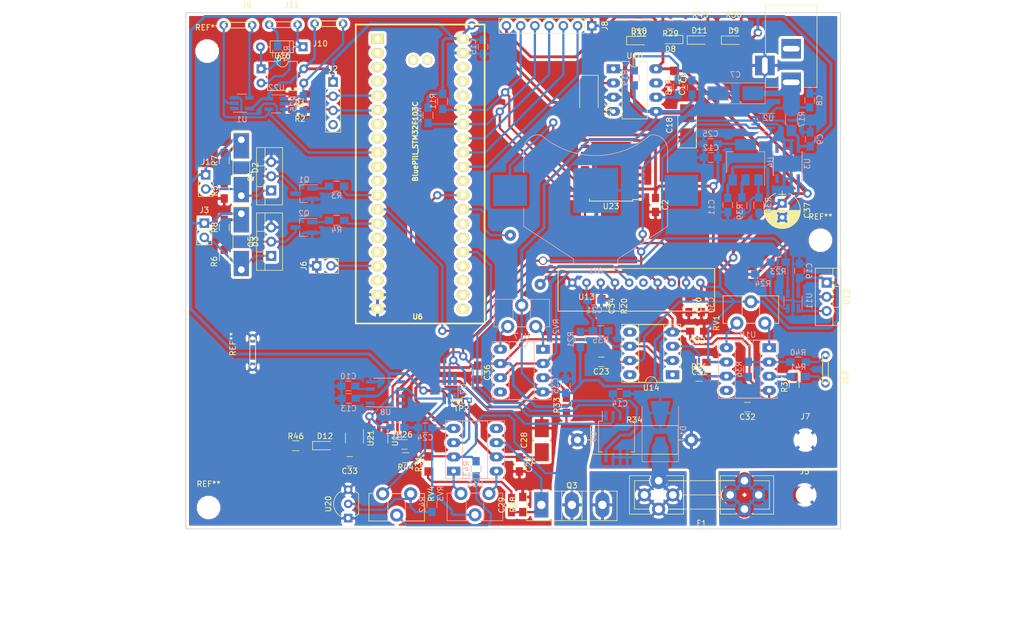
<source format=kicad_pcb>
(kicad_pcb (version 4) (host pcbnew 4.0.7)
  (title_block (date 2017-10-10))
  (layers (0 F.Cu signal) (31 B.Cu signal) (34 B.Paste user) (35 F.Paste user) (36 B.SilkS user) (37 F.SilkS user) (38 B.Mask user) (39 F.Mask user) (44 Edge.Cuts user))
  (net 0 "")
  (net 1 "Net-(BT1-Pad1)")
  (net 2 Earth)
  (net 3 +12V)
  (net 4 4.096V)
  (net 5 +5V)
  (net 6 "Net-(C7-Pad1)")
  (net 7 "Net-(C10-Pad1)")
  (net 8 +3V3)
  (net 9 "Net-(C16-Pad1)")
  (net 10 "Net-(C16-Pad2)")
  (net 11 "Net-(C17-Pad1)")
  (net 12 -5V)
  (net 13 "Net-(C21-Pad1)")
  (net 14 "Net-(C29-Pad1)")
  (net 15 "Net-(C29-Pad2)")
  (net 16 Curr)
  (net 17 "Net-(D7-Pad1)")
  (net 18 "Net-(D7-Pad2)")
  (net 19 "Net-(D8-Pad1)")
  (net 20 "Net-(D9-Pad1)")
  (net 21 "Net-(D10-Pad2)")
  (net 22 Mosfet1)
  (net 23 Mosfet2)
  (net 24 "Net-(J6-Pad2)")
  (net 25 SDA)
  (net 26 SCL)
  (net 27 trig)
  (net 28 "Net-(J9-Pad2)")
  (net 29 "Net-(J10-Pad1)")
  (net 30 "Net-(J11-Pad1)")
  (net 31 "Net-(J12-Pad1)")
  (net 32 "Net-(Q3-Pad2)")
  (net 33 "Net-(R18-Pad2)")
  (net 34 LoadBlockTemp)
  (net 35 "Net-(R23-Pad1)")
  (net 36 "Net-(R26-Pad2)")
  (net 37 "Net-(R33-Pad2)")
  (net 38 "Net-(R35-Pad2)")
  (net 39 "Net-(R36-Pad1)")
  (net 40 "Net-(R37-Pad2)")
  (net 41 "Net-(R38-Pad2)")
  (net 42 "Net-(R42-Pad2)")
  (net 43 "Net-(R43-Pad2)")
  (net 44 "Net-(R44-Pad2)")
  (net 45 "Net-(RV1-Pad3)")
  (net 46 "Net-(RV1-Pad1)")
  (net 47 "Net-(RV2-Pad3)")
  (net 48 "Net-(RV2-Pad1)")
  (net 49 "Net-(RV3-Pad3)")
  (net 50 "Net-(RV3-Pad1)")
  (net 51 encA)
  (net 52 encB)
  (net 53 encBTN)
  (net 54 OverTemp)
  (net 55 loadOff)
  (net 56 comperator)
  (net 57 CurrentSet)
  (net 58 "Net-(U11-Pad1)")
  (net 59 "Net-(D11-Pad1)")
  (net 60 "Net-(D12-Pad1)")
  (net 61 "Net-(D12-Pad2)")
  (net 62 "Net-(D1-Pad1)")
  (net 63 "/Mosfet stage/Dut+_efter_säkring")
  (net 64 "Net-(J12-Pad2)")
  (net 65 "Net-(D2-Pad2)")
  (net 66 "Net-(D3-Pad2)")
  (net 67 "Net-(Q1-Pad1)")
  (net 68 "Net-(Q2-Pad1)")
  (net 69 out1)
  (net 70 out2)
  (net 71 "Net-(Q1-Pad3)")
  (net 72 "Net-(Q2-Pad3)")
  (module Libs:JUMPER_5MM (layer F.Cu) (at 123.1 24.575)
    (fp_text reference J9 (at 0 -2.54) (layer F.SilkS))
    (fp_text value ScopeTest)
    (pad 1 thru_hole circle (at -4.064 1.016) (size 1.524 1.524) (drill 0.762) (layers *.Cu *.Mask) (net 27 trig))
    (pad 2 thru_hole circle (at 1.016 1.016) (size 1.524 1.524) (drill 0.762) (layers *.Cu *.Mask) (net 28 "Net-(J9-Pad2)"))
  )
  (module TO_SOT_Packages_SMD:SOT-23-5_HandSoldering (layer B.Cu) (at 122.275 39.525)
    (fp_text reference U1 (at 0 2.9) (layer B.SilkS) (effects (justify mirror)))
    (fp_text value SN74LVC1G14)
    (pad 1 smd rect (at -1.35 0.95) (size 1.56 0.65) (layers B.Cu B.Paste B.Mask))
    (pad 2 smd rect (at -1.35 0) (size 1.56 0.65) (layers B.Cu B.Paste B.Mask) (net 27 trig))
    (pad 3 smd rect (at -1.35 -0.95) (size 1.56 0.65) (layers B.Cu B.Paste B.Mask) (net 2 Earth))
    (pad 4 smd rect (at 1.35 -0.95) (size 1.56 0.65) (layers B.Cu B.Paste B.Mask) (net 28 "Net-(J9-Pad2)"))
    (pad 5 smd rect (at 1.35 0.95) (size 1.56 0.65) (layers B.Cu B.Paste B.Mask) (net 8 +3V3))
  )
  (module Capacitors_SMD:C_0805_HandSoldering (layer F.Cu) (at 199.325 35 270)
    (fp_text reference C6 (at 0 -1.75 270) (layer F.SilkS))
    (fp_text value 2.2u)
    (pad 1 smd rect (at -1.25 0 270) (size 1.5 1.25) (layers F.Cu F.Paste F.Mask) (net 5 +5V))
    (pad 2 smd rect (at 1.25 0 270) (size 1.5 1.25) (layers F.Cu F.Paste F.Mask) (net 2 Earth))
  )
  (module Capacitors_Tantalum_SMD:CP_Tantalum_Case-C_EIA-6032-28_Hand (layer B.Cu) (at 210.375 37.775 180)
    (fp_text reference C7 (at 0 3.35 180) (layer B.SilkS) (effects (justify mirror)))
    (fp_text value CP1_Small)
    (pad 1 smd rect (at -3.125 0 180) (size 3.75 2.5) (layers B.Cu B.Paste B.Mask) (net 6 "Net-(C7-Pad1)"))
    (pad 2 smd rect (at 3.125 0 180) (size 3.75 2.5) (layers B.Cu B.Paste B.Mask) (net 2 Earth))
  )
  (module Capacitors_SMD:C_0805_HandSoldering (layer B.Cu) (at 223.625 39.025 90)
    (fp_text reference C8 (at 0 1.75 90) (layer B.SilkS) (effects (justify mirror)))
    (fp_text value C_Small)
    (pad 1 smd rect (at -1.25 0 90) (size 1.5 1.25) (layers B.Cu B.Paste B.Mask) (net 6 "Net-(C7-Pad1)"))
    (pad 2 smd rect (at 1.25 0 90) (size 1.5 1.25) (layers B.Cu B.Paste B.Mask) (net 2 Earth))
  )
  (module Capacitors_SMD:C_0805_HandSoldering (layer B.Cu) (at 223.725 45.975 90)
    (fp_text reference C9 (at 0 1.75 90) (layer B.SilkS) (effects (justify mirror)))
    (fp_text value 100nF)
    (pad 1 smd rect (at -1.25 0 90) (size 1.5 1.25) (layers B.Cu B.Paste B.Mask) (net 3 +12V))
    (pad 2 smd rect (at 1.25 0 90) (size 1.5 1.25) (layers B.Cu B.Paste B.Mask) (net 2 Earth))
  )
  (module Capacitors_SMD:C_0805_HandSoldering (layer B.Cu) (at 141.275 90.05 180)
    (fp_text reference C10 (at 0 1.75 180) (layer B.SilkS) (effects (justify mirror)))
    (fp_text value 1uF)
    (pad 1 smd rect (at -1.25 0 180) (size 1.5 1.25) (layers B.Cu B.Paste B.Mask) (net 7 "Net-(C10-Pad1)"))
    (pad 2 smd rect (at 1.25 0 180) (size 1.5 1.25) (layers B.Cu B.Paste B.Mask) (net 2 Earth))
  )
  (module Capacitors_SMD:C_0805_HandSoldering (layer B.Cu) (at 209 57.725 270)
    (fp_text reference C11 (at 0.394 2.896 270) (layer B.SilkS) (effects (justify mirror)))
    (fp_text value C_Small)
    (pad 1 smd rect (at -1.25 0 270) (size 1.5 1.25) (layers B.Cu B.Paste B.Mask) (net 5 +5V))
    (pad 2 smd rect (at 1.25 0 270) (size 1.5 1.25) (layers B.Cu B.Paste B.Mask) (net 2 Earth))
  )
  (module Capacitors_SMD:C_0805_HandSoldering (layer B.Cu) (at 206 49.225 180)
    (fp_text reference C12 (at 0 1.75 180) (layer B.SilkS) (effects (justify mirror)))
    (fp_text value C_Small)
    (pad 1 smd rect (at -1.25 0 180) (size 1.5 1.25) (layers B.Cu B.Paste B.Mask) (net 8 +3V3))
    (pad 2 smd rect (at 1.25 0 180) (size 1.5 1.25) (layers B.Cu B.Paste B.Mask) (net 2 Earth))
  )
  (module Capacitors_SMD:C_0805_HandSoldering (layer B.Cu) (at 141.325 92.25 180)
    (fp_text reference C13 (at -0.025 -1.825 180) (layer B.SilkS) (effects (justify mirror)))
    (fp_text value 2.2uF)
    (pad 1 smd rect (at -1.25 0 180) (size 1.5 1.25) (layers B.Cu B.Paste B.Mask) (net 3 +12V))
    (pad 2 smd rect (at 1.25 0 180) (size 1.5 1.25) (layers B.Cu B.Paste B.Mask) (net 2 Earth))
  )
  (module Capacitors_SMD:C_0805_HandSoldering (layer B.Cu) (at 189.738 91.44)
    (fp_text reference C14 (at 0 1.75) (layer B.SilkS) (effects (justify mirror)))
    (fp_text value 0,1u)
    (pad 1 smd rect (at -1.25 0) (size 1.5 1.25) (layers B.Cu B.Paste B.Mask) (net 5 +5V))
    (pad 2 smd rect (at 1.25 0) (size 1.5 1.25) (layers B.Cu B.Paste B.Mask) (net 2 Earth))
  )
  (module Capacitors_SMD:C_0805_HandSoldering (layer B.Cu) (at 165.325 29.45 270)
    (fp_text reference C15 (at 0 1.75 270) (layer B.SilkS) (effects (justify mirror)))
    (fp_text value 100n)
    (pad 1 smd rect (at -1.25 0 270) (size 1.5 1.25) (layers B.Cu B.Paste B.Mask) (net 8 +3V3))
    (pad 2 smd rect (at 1.25 0 270) (size 1.5 1.25) (layers B.Cu B.Paste B.Mask) (net 2 Earth))
  )
  (module Capacitors_Tantalum_SMD:CP_Tantalum_Case-B_EIA-3528-21_Hand (layer F.Cu) (at 184.225 38.6 270)
    (fp_text reference C16 (at 2.175 -3.425 270) (layer F.SilkS))
    (fp_text value 10u)
    (pad 1 smd rect (at -2.15 0 270) (size 3.2 2.5) (layers F.Cu F.Paste F.Mask) (net 9 "Net-(C16-Pad1)"))
    (pad 2 smd rect (at 2.15 0 270) (size 3.2 2.5) (layers F.Cu F.Paste F.Mask) (net 10 "Net-(C16-Pad2)"))
  )
  (module Capacitors_SMD:C_0805_HandSoldering (layer B.Cu) (at 202.625 36.725 270)
    (fp_text reference C17 (at 0 1.75 270) (layer F.SilkS))
    (fp_text value 2n)
    (pad 1 smd rect (at -1.25 0 270) (size 1.5 1.25) (layers B.Cu B.Paste B.Mask) (net 11 "Net-(C17-Pad1)"))
    (pad 2 smd rect (at 1.25 0 270) (size 1.5 1.25) (layers B.Cu B.Paste B.Mask) (net 12 -5V))
  )
  (module Capacitors_Tantalum_SMD:CP_Tantalum_Case-B_EIA-3528-21_Hand (layer F.Cu) (at 201.75 43.475 90)
    (fp_text reference C18 (at 0 -3.15 90) (layer F.SilkS))
    (fp_text value 100u)
    (pad 1 smd rect (at -2.15 0 90) (size 3.2 2.5) (layers F.Cu F.Paste F.Mask) (net 2 Earth))
    (pad 2 smd rect (at 2.15 0 90) (size 3.2 2.5) (layers F.Cu F.Paste F.Mask) (net 12 -5V))
  )
  (module Capacitors_SMD:C_0805_HandSoldering (layer B.Cu) (at 221.8 69.475 90)
    (fp_text reference C19 (at 0 1.75 90) (layer B.SilkS) (effects (justify mirror)))
    (fp_text value 0.1u)
    (pad 1 smd rect (at -1.25 0 90) (size 1.5 1.25) (layers B.Cu B.Paste B.Mask) (net 5 +5V))
    (pad 2 smd rect (at 1.25 0 90) (size 1.5 1.25) (layers B.Cu B.Paste B.Mask) (net 2 Earth))
  )
  (module Capacitors_SMD:C_0805_HandSoldering (layer F.Cu) (at 202.05 75.6 270)
    (fp_text reference C20 (at 0 -1.75 270) (layer F.SilkS))
    (fp_text value 0.1u)
    (pad 1 smd rect (at -1.25 0 270) (size 1.5 1.25) (layers F.Cu F.Paste F.Mask) (net 5 +5V))
    (pad 2 smd rect (at 1.25 0 270) (size 1.5 1.25) (layers F.Cu F.Paste F.Mask) (net 2 Earth))
  )
  (module Capacitors_SMD:C_0805_HandSoldering (layer B.Cu) (at 185.2 74.725)
    (fp_text reference C21 (at 0 1.75) (layer B.SilkS) (effects (justify mirror)))
    (fp_text value 0.1u)
    (pad 1 smd rect (at -1.25 0) (size 1.5 1.25) (layers B.Cu B.Paste B.Mask) (net 13 "Net-(C21-Pad1)"))
    (pad 2 smd rect (at 1.25 0) (size 1.5 1.25) (layers B.Cu B.Paste B.Mask) (net 2 Earth))
  )
  (module Capacitors_SMD:C_0805_HandSoldering (layer F.Cu) (at 203.55 80.25 180)
    (fp_text reference C22 (at 0 -1.75 180) (layer F.SilkS))
    (fp_text value 0.1u)
    (pad 1 smd rect (at -1.25 0 180) (size 1.5 1.25) (layers F.Cu F.Paste F.Mask) (net 2 Earth))
    (pad 2 smd rect (at 1.25 0 180) (size 1.5 1.25) (layers F.Cu F.Paste F.Mask) (net 12 -5V))
  )
  (module Capacitors_SMD:C_0805_HandSoldering (layer F.Cu) (at 186.425 85.725 180)
    (fp_text reference C23 (at 0 -1.75 180) (layer F.SilkS))
    (fp_text value 0.1u)
    (pad 1 smd rect (at -1.25 0 180) (size 1.5 1.25) (layers F.Cu F.Paste F.Mask) (net 5 +5V))
    (pad 2 smd rect (at 1.25 0 180) (size 1.5 1.25) (layers F.Cu F.Paste F.Mask) (net 2 Earth))
  )
  (module Capacitors_SMD:C_0805_HandSoldering (layer B.Cu) (at 155.004 97.506)
    (fp_text reference C24 (at 0 1.75) (layer B.SilkS) (effects (justify mirror)))
    (fp_text value 0.1u)
    (pad 1 smd rect (at -1.25 0) (size 1.5 1.25) (layers B.Cu B.Paste B.Mask) (net 2 Earth))
    (pad 2 smd rect (at 1.25 0) (size 1.5 1.25) (layers B.Cu B.Paste B.Mask) (net 12 -5V))
  )
  (module Capacitors_SMD:C_0805_HandSoldering (layer B.Cu) (at 205.925 46.75 180)
    (fp_text reference C25 (at 0 1.75 180) (layer B.SilkS) (effects (justify mirror)))
    (fp_text value 100n)
    (pad 1 smd rect (at -1.25 0 180) (size 1.5 1.25) (layers B.Cu B.Paste B.Mask) (net 8 +3V3))
    (pad 2 smd rect (at 1.25 0 180) (size 1.5 1.25) (layers B.Cu B.Paste B.Mask) (net 2 Earth))
  )
  (module Capacitors_SMD:C_0805_HandSoldering (layer F.Cu) (at 151.299332 100.48403)
    (fp_text reference C26 (at 0 -1.75) (layer F.SilkS))
    (fp_text value 0.1u)
    (pad 1 smd rect (at -1.25 0) (size 1.5 1.25) (layers F.Cu F.Paste F.Mask) (net 5 +5V))
    (pad 2 smd rect (at 1.25 0) (size 1.5 1.25) (layers F.Cu F.Paste F.Mask) (net 2 Earth))
  )
  (module Capacitors_SMD:C_0805_HandSoldering (layer F.Cu) (at 171.804 104.056 270)
    (fp_text reference C27 (at 0 -1.75 270) (layer F.SilkS))
    (fp_text value 0.1u)
    (pad 1 smd rect (at -1.25 0 270) (size 1.5 1.25) (layers F.Cu F.Paste F.Mask) (net 3 +12V))
    (pad 2 smd rect (at 1.25 0 270) (size 1.5 1.25) (layers F.Cu F.Paste F.Mask) (net 2 Earth))
  )
  (module Capacitors_Tantalum_SMD:CP_Tantalum_Case-B_EIA-3528-21_Hand (layer F.Cu) (at 175.804 99.731 90)
    (fp_text reference C28 (at 0 -3.15 90) (layer F.SilkS))
    (fp_text value 10u)
    (pad 1 smd rect (at -2.15 0 90) (size 3.2 2.5) (layers F.Cu F.Paste F.Mask) (net 3 +12V))
    (pad 2 smd rect (at 2.15 0 90) (size 3.2 2.5) (layers F.Cu F.Paste F.Mask) (net 2 Earth))
  )
  (module Capacitors_SMD:C_0805_HandSoldering (layer F.Cu) (at 170.4 111.325 90)
    (fp_text reference C29 (at 0 -1.75 90) (layer F.SilkS))
    (fp_text value 1n)
    (pad 1 smd rect (at -1.25 0 90) (size 1.5 1.25) (layers F.Cu F.Paste F.Mask) (net 14 "Net-(C29-Pad1)"))
    (pad 2 smd rect (at 1.25 0 90) (size 1.5 1.25) (layers F.Cu F.Paste F.Mask) (net 15 "Net-(C29-Pad2)"))
  )
  (module Capacitors_SMD:C_0805_HandSoldering (layer F.Cu) (at 204.3 75.6 270)
    (fp_text reference C30 (at 0 -1.75 270) (layer B.SilkS) (effects (justify mirror)))
    (fp_text value 10u)
    (pad 1 smd rect (at -1.25 0 270) (size 1.5 1.25) (layers F.Cu F.Paste F.Mask) (net 5 +5V))
    (pad 2 smd rect (at 1.25 0 270) (size 1.5 1.25) (layers F.Cu F.Paste F.Mask) (net 2 Earth))
  )
  (module Capacitors_SMD:C_0805_HandSoldering (layer F.Cu) (at 203.95 85.8 180)
    (fp_text reference C31 (at 0 -1.75 180) (layer F.SilkS))
    (fp_text value C)
    (pad 1 smd rect (at -1.25 0 180) (size 1.5 1.25) (layers F.Cu F.Paste F.Mask) (net 5 +5V))
    (pad 2 smd rect (at 1.25 0 180) (size 1.5 1.25) (layers F.Cu F.Paste F.Mask) (net 2 Earth))
  )
  (module Capacitors_SMD:C_0805_HandSoldering (layer F.Cu) (at 212.525 93.825 180)
    (fp_text reference C32 (at 0 -1.75 180) (layer F.SilkS))
    (fp_text value C)
    (pad 1 smd rect (at -1.25 0 180) (size 1.5 1.25) (layers F.Cu F.Paste F.Mask) (net 12 -5V))
    (pad 2 smd rect (at 1.25 0 180) (size 1.5 1.25) (layers F.Cu F.Paste F.Mask) (net 2 Earth))
  )
  (module Capacitors_SMD:C_0805_HandSoldering (layer F.Cu) (at 186.55 75.75 270)
    (fp_text reference C34 (at 0 -1.75 270) (layer F.SilkS))
    (fp_text value 0.1u)
    (pad 1 smd rect (at -1.25 0 270) (size 1.5 1.25) (layers F.Cu F.Paste F.Mask) (net 16 Curr))
    (pad 2 smd rect (at 1.25 0 270) (size 1.5 1.25) (layers F.Cu F.Paste F.Mask) (net 2 Earth))
  )
  (module Capacitors_SMD:C_0805_HandSoldering (layer B.Cu) (at 180.025 90.025 270)
    (fp_text reference C35 (at 0 1.75 270) (layer B.SilkS) (effects (justify mirror)))
    (fp_text value 0.1u)
    (pad 1 smd rect (at -1.25 0 270) (size 1.5 1.25) (layers B.Cu B.Paste B.Mask) (net 2 Earth))
    (pad 2 smd rect (at 1.25 0 270) (size 1.5 1.25) (layers B.Cu B.Paste B.Mask) (net 12 -5V))
  )
  (module Capacitors_SMD:C_0805_HandSoldering (layer F.Cu) (at 164.325 87.65 270)
    (fp_text reference C36 (at 0 -1.75 270) (layer F.SilkS))
    (fp_text value 0.1u)
    (pad 1 smd rect (at -1.25 0 270) (size 1.5 1.25) (layers F.Cu F.Paste F.Mask) (net 5 +5V))
    (pad 2 smd rect (at 1.25 0 270) (size 1.5 1.25) (layers F.Cu F.Paste F.Mask) (net 2 Earth))
  )
  (module Capacitors_THT:CP_Radial_D6.3mm_P2.50mm (layer F.Cu) (at 218.725 57.425 270)
    (fp_text reference C37 (at 1.25 -4.46 270) (layer F.SilkS))
    (fp_text value 100uF)
    (pad 1 thru_hole rect (at 0 0 270) (size 1.6 1.6) (drill 0.8) (layers *.Cu *.Mask) (net 5 +5V))
    (pad 2 thru_hole circle (at 2.5 0 270) (size 1.6 1.6) (drill 0.8) (layers *.Cu *.Mask) (net 2 Earth))
  )
  (module Diodes_THT:D_DO-35_SOD27_P7.62mm_Horizontal (layer F.Cu) (at 133.204 29.456 180)
    (fp_text reference D7 (at 3.81 -2.06 180) (layer F.SilkS))
    (fp_text value 1N4148)
    (pad 1 thru_hole rect (at 0 0 180) (size 1.6 1.6) (drill 0.8) (layers *.Cu *.Mask) (net 17 "Net-(D7-Pad1)"))
    (pad 2 thru_hole oval (at 7.62 0 180) (size 1.6 1.6) (drill 0.8) (layers *.Cu *.Mask) (net 18 "Net-(D7-Pad2)"))
  )
  (module LEDs:LED_0805_HandSoldering (layer F.Cu) (at 198.779 28.156 180)
    (fp_text reference D8 (at 0 -1.7 180) (layer F.SilkS))
    (fp_text value LED)
    (pad 1 smd rect (at -1.35 0 180) (size 1.5 1.3) (layers F.Cu F.Paste F.Mask) (net 19 "Net-(D8-Pad1)"))
    (pad 2 smd rect (at 1.35 0 180) (size 1.5 1.3) (layers F.Cu F.Paste F.Mask) (net 5 +5V))
  )
  (module LEDs:LED_0805_HandSoldering (layer F.Cu) (at 210.058 28.275)
    (fp_text reference D9 (at 0 -1.7) (layer F.SilkS))
    (fp_text value LED)
    (pad 1 smd rect (at -1.35 0) (size 1.5 1.3) (layers F.Cu F.Paste F.Mask) (net 20 "Net-(D9-Pad1)"))
    (pad 2 smd rect (at 1.35 0) (size 1.5 1.3) (layers F.Cu F.Paste F.Mask) (net 3 +12V))
  )
  (module LEDs:LED_0805_HandSoldering (layer F.Cu) (at 193.15 28.35)
    (fp_text reference D10 (at 0 -1.7) (layer F.SilkS))
    (fp_text value LED)
    (pad 1 smd rect (at -1.35 0) (size 1.5 1.3) (layers F.Cu F.Paste F.Mask) (net 12 -5V))
    (pad 2 smd rect (at 1.35 0) (size 1.5 1.3) (layers F.Cu F.Paste F.Mask) (net 21 "Net-(D10-Pad2)"))
  )
  (module Fuse_Holders_and_Fuses:Fuseholder5x20_horiz_open_universal_Type-III (layer F.Cu) (at 214.524 109.506 180)
    (fp_text reference F1 (at 10.2 -5.08 180) (layer F.SilkS))
    (fp_text value Fuse)
    (pad 2 thru_hole circle (at 15.32 0 180) (size 2.35 2.35) (drill 1.35) (layers *.Cu *.Mask) (net 62 "Net-(D1-Pad1)"))
    (pad 2 thru_hole circle (at 20.4 0 180) (size 2.35 2.35) (drill 1.35) (layers *.Cu *.Mask) (net 62 "Net-(D1-Pad1)"))
    (pad 1 thru_hole circle (at 5.08 0 180) (size 2.35 2.35) (drill 1.35) (layers *.Cu *.Mask) (net 63 "/Mosfet stage/Dut+_efter_säkring"))
    (pad 1 thru_hole circle (at 0 0 180) (size 2.35 2.35) (drill 1.35) (layers *.Cu *.Mask) (net 63 "/Mosfet stage/Dut+_efter_säkring"))
    (pad 2 thru_hole circle (at 17.86 -2.54 180) (size 2.35 2.35) (drill 1.35) (layers *.Cu *.Mask) (net 62 "Net-(D1-Pad1)"))
    (pad 2 thru_hole circle (at 17.86 2.54 180) (size 2.35 2.35) (drill 1.35) (layers *.Cu *.Mask) (net 62 "Net-(D1-Pad1)"))
    (pad 1 thru_hole circle (at 2.54 -2.54 180) (size 2.35 2.35) (drill 1.35) (layers *.Cu *.Mask) (net 63 "/Mosfet stage/Dut+_efter_säkring"))
    (pad 1 thru_hole circle (at 2.54 2.54 180) (size 2.35 2.35) (drill 1.35) (layers *.Cu *.Mask) (net 63 "/Mosfet stage/Dut+_efter_säkring"))
  )
  (module Connectors:BARREL_JACK (layer F.Cu) (at 220.325 35.8 270)
    (fp_text reference J4 (at -8.45 5.75 450) (layer F.SilkS))
    (fp_text value BARREL_JACK)
    (pad 1 thru_hole rect (at 0 0 270) (size 3.5 3.5) (drill oval 1 3) (layers *.Cu *.Mask) (net 6 "Net-(C7-Pad1)"))
    (pad 2 thru_hole rect (at -6 0 270) (size 3.5 3.5) (drill oval 1 3) (layers *.Cu *.Mask))
    (pad 3 thru_hole rect (at -3 4.7 270) (size 3.5 3.5) (drill oval 3 1) (layers *.Cu *.Mask) (net 2 Earth))
  )
  (module Mounting_Holes:MountingHole_3.2mm_M3 (layer F.Cu) (at 222.729 109.506)
    (fp_text reference J5 (at 0 -4.2) (layer F.SilkS))
    (fp_text value Dut+)
    (pad 1 np_thru_hole circle (at 0 0) (size 3.2 3.2) (drill 3.2) (layers *.Cu *.Mask) (net 63 "/Mosfet stage/Dut+_efter_säkring"))
  )
  (module Mounting_Holes:MountingHole_3.2mm_M3 (layer F.Cu) (at 222.854 99.706)
    (fp_text reference J7 (at 0 -4.2) (layer F.SilkS))
    (fp_text value DUT-)
    (pad 1 np_thru_hole circle (at 0 0) (size 3.2 3.2) (drill 3.2) (layers *.Cu *.Mask) (net 2 Earth))
  )
  (module Libs:JUMPER_5MM (layer F.Cu) (at 136.275 26.35 180)
    (fp_text reference J10 (at 0 -2.54 180) (layer F.SilkS))
    (fp_text value "Trigger BTN")
    (pad 1 thru_hole circle (at -4.064 1.016 180) (size 1.524 1.524) (drill 0.762) (layers *.Cu *.Mask) (net 29 "Net-(J10-Pad1)"))
    (pad 2 thru_hole circle (at 1.016 1.016 180) (size 1.524 1.524) (drill 0.762) (layers *.Cu *.Mask) (net 8 +3V3))
  )
  (module Resistors_SMD:R_1206_HandSoldering (layer B.Cu) (at 220.375 42.4 90)
    (fp_text reference R17 (at 0 1.85 90) (layer B.SilkS) (effects (justify mirror)))
    (fp_text value 0R1)
    (pad 1 smd rect (at -2 0 90) (size 2 1.7) (layers B.Cu B.Paste B.Mask) (net 3 +12V))
    (pad 2 smd rect (at 2 0 90) (size 2 1.7) (layers B.Cu B.Paste B.Mask) (net 6 "Net-(C7-Pad1)"))
  )
  (module Resistors_SMD:R_0805_HandSoldering (layer B.Cu) (at 200.15 36.65 270)
    (fp_text reference R18 (at 0 1.7 270) (layer B.SilkS) (effects (justify mirror)))
    (fp_text value 20K)
    (pad 1 smd rect (at -1.35 0 270) (size 1.5 1.3) (layers B.Cu B.Paste B.Mask) (net 11 "Net-(C17-Pad1)"))
    (pad 2 smd rect (at 1.35 0 270) (size 1.5 1.3) (layers B.Cu B.Paste B.Mask) (net 33 "Net-(R18-Pad2)"))
  )
  (module Resistors_SMD:R_0805_HandSoldering (layer B.Cu) (at 192.325 35 270)
    (fp_text reference R19 (at 0 1.7 270) (layer B.SilkS) (effects (justify mirror)))
    (fp_text value 100K)
    (pad 1 smd rect (at -1.35 0 270) (size 1.5 1.3) (layers B.Cu B.Paste B.Mask) (net 11 "Net-(C17-Pad1)"))
    (pad 2 smd rect (at 1.35 0 270) (size 1.5 1.3) (layers B.Cu B.Paste B.Mask) (net 12 -5V))
  )
  (module Resistors_SMD:R_0805_HandSoldering (layer F.Cu) (at 188.825 75.775 270)
    (fp_text reference R20 (at 0 -1.7 270) (layer F.SilkS))
    (fp_text value 2M2)
    (pad 1 smd rect (at -1.35 0 270) (size 1.5 1.3) (layers F.Cu F.Paste F.Mask) (net 16 Curr))
    (pad 2 smd rect (at 1.35 0 270) (size 1.5 1.3) (layers F.Cu F.Paste F.Mask) (net 12 -5V))
  )
  (module Resistors_SMD:R_0805_HandSoldering (layer B.Cu) (at 182.675 81.75 270)
    (fp_text reference R21 (at 0 1.7 270) (layer B.SilkS) (effects (justify mirror)))
    (fp_text value 270K)
    (pad 1 smd rect (at -1.35 0 270) (size 1.5 1.3) (layers B.Cu B.Paste B.Mask) (net 13 "Net-(C21-Pad1)"))
    (pad 2 smd rect (at 1.35 0 270) (size 1.5 1.3) (layers B.Cu B.Paste B.Mask) (net 12 -5V))
  )
  (module Resistors_SMD:R_0805_HandSoldering (layer B.Cu) (at 218 67.9)
    (fp_text reference R23 (at 0 1.7) (layer B.SilkS) (effects (justify mirror)))
    (fp_text value 20K)
    (pad 1 smd rect (at -1.35 0) (size 1.5 1.3) (layers B.Cu B.Paste B.Mask) (net 35 "Net-(R23-Pad1)"))
    (pad 2 smd rect (at 1.35 0) (size 1.5 1.3) (layers B.Cu B.Paste B.Mask) (net 34 LoadBlockTemp))
  )
  (module Resistors_SMD:R_0805_HandSoldering (layer B.Cu) (at 215.275 70.075)
    (fp_text reference R24 (at 0 1.7) (layer B.SilkS) (effects (justify mirror)))
    (fp_text value 10K)
    (pad 1 smd rect (at -1.35 0) (size 1.5 1.3) (layers B.Cu B.Paste B.Mask) (net 2 Earth))
    (pad 2 smd rect (at 1.35 0) (size 1.5 1.3) (layers B.Cu B.Paste B.Mask) (net 35 "Net-(R23-Pad1)"))
  )
  (module Resistors_SMD:R_0805_HandSoldering (layer B.Cu) (at 133.225 39.625 270)
    (fp_text reference R25 (at 0 1.7 270) (layer B.SilkS) (effects (justify mirror)))
    (fp_text value R)
    (pad 1 smd rect (at -1.35 0 270) (size 1.5 1.3) (layers B.Cu B.Paste B.Mask) (net 29 "Net-(J10-Pad1)"))
    (pad 2 smd rect (at 1.35 0 270) (size 1.5 1.3) (layers B.Cu B.Paste B.Mask) (net 2 Earth))
  )
  (module Resistors_SMD:R_0805_HandSoldering (layer F.Cu) (at 203.9 88.325)
    (fp_text reference R26 (at 0 -1.7) (layer F.SilkS))
    (fp_text value 10K)
    (pad 1 smd rect (at -1.35 0) (size 1.5 1.3) (layers F.Cu F.Paste F.Mask) (net 2 Earth))
    (pad 2 smd rect (at 1.35 0) (size 1.5 1.3) (layers F.Cu F.Paste F.Mask) (net 36 "Net-(R26-Pad2)"))
  )
  (module Resistors_SMD:R_0805_HandSoldering (layer B.Cu) (at 128.65 30.675 90)
    (fp_text reference R27 (at 0 1.7 90) (layer B.SilkS) (effects (justify mirror)))
    (fp_text value 100R)
    (pad 1 smd rect (at -1.35 0 90) (size 1.5 1.3) (layers B.Cu B.Paste B.Mask) (net 18 "Net-(D7-Pad2)"))
    (pad 2 smd rect (at 1.35 0 90) (size 1.5 1.3) (layers B.Cu B.Paste B.Mask) (net 30 "Net-(J11-Pad1)"))
  )
  (module Resistors_SMD:R_0805_HandSoldering (layer F.Cu) (at 172.4 111.225 90)
    (fp_text reference R28 (at 0 -1.7 90) (layer F.SilkS))
    (fp_text value 10K)
    (pad 1 smd rect (at -1.35 0 90) (size 1.5 1.3) (layers F.Cu F.Paste F.Mask) (net 14 "Net-(C29-Pad1)"))
    (pad 2 smd rect (at 1.35 0 90) (size 1.5 1.3) (layers F.Cu F.Paste F.Mask) (net 2 Earth))
  )
  (module Resistors_SMD:R_0805_HandSoldering (layer F.Cu) (at 198.779 25.381 180)
    (fp_text reference R29 (at 0 -1.7 180) (layer F.SilkS))
    (fp_text value 1K6)
    (pad 1 smd rect (at -1.35 0 180) (size 1.5 1.3) (layers F.Cu F.Paste F.Mask) (net 19 "Net-(D8-Pad1)"))
    (pad 2 smd rect (at 1.35 0 180) (size 1.5 1.3) (layers F.Cu F.Paste F.Mask) (net 2 Earth))
  )
  (module Resistors_SMD:R_0805_HandSoldering (layer F.Cu) (at 210.058 25.431)
    (fp_text reference R30 (at 0 -1.7) (layer F.SilkS))
    (fp_text value 15K)
    (pad 1 smd rect (at -1.35 0) (size 1.5 1.3) (layers F.Cu F.Paste F.Mask) (net 20 "Net-(D9-Pad1)"))
    (pad 2 smd rect (at 1.35 0) (size 1.5 1.3) (layers F.Cu F.Paste F.Mask) (net 2 Earth))
  )
  (module Resistors_SMD:R_0805_HandSoldering (layer F.Cu) (at 155.5 103.975 90)
    (fp_text reference R31 (at 0 -1.7 90) (layer F.SilkS))
    (fp_text value 1K)
    (pad 1 smd rect (at -1.35 0 90) (size 1.5 1.3) (layers F.Cu F.Paste F.Mask) (net 15 "Net-(C29-Pad2)"))
    (pad 2 smd rect (at 1.35 0 90) (size 1.5 1.3) (layers F.Cu F.Paste F.Mask) (net 32 "Net-(Q3-Pad2)"))
  )
  (module Resistors_SMD:R_0805_HandSoldering (layer F.Cu) (at 193.175 25.4 180)
    (fp_text reference R32 (at 0 -1.7 180) (layer F.SilkS))
    (fp_text value 1K6)
    (pad 1 smd rect (at -1.35 0 180) (size 1.5 1.3) (layers F.Cu F.Paste F.Mask) (net 21 "Net-(D10-Pad2)"))
    (pad 2 smd rect (at 1.35 0 180) (size 1.5 1.3) (layers F.Cu F.Paste F.Mask) (net 2 Earth))
  )
  (module Resistors_SMD:R_0805_HandSoldering (layer F.Cu) (at 180.2 93.5 90)
    (fp_text reference R33 (at 0 -1.7 90) (layer F.SilkS))
    (fp_text value 10K)
    (pad 1 smd rect (at -1.35 0 90) (size 1.5 1.3) (layers F.Cu F.Paste F.Mask) (net 32 "Net-(Q3-Pad2)"))
    (pad 2 smd rect (at 1.35 0 90) (size 1.5 1.3) (layers F.Cu F.Paste F.Mask) (net 37 "Net-(R33-Pad2)"))
  )
  (module Resistors_THT:R_Axial_DIN0516_L15.5mm_D5.0mm_P20.32mm_Horizontal (layer F.Cu) (at 182.184 99.681)
    (fp_text reference R34 (at 10.16 -3.56) (layer F.SilkS))
    (fp_text value 0.1)
    (pad 1 thru_hole circle (at 0 0) (size 2.4 2.4) (drill 1.2) (layers *.Cu *.Mask) (net 32 "Net-(Q3-Pad2)"))
    (pad 2 thru_hole oval (at 20.32 0) (size 2.4 2.4) (drill 1.2) (layers *.Cu *.Mask) (net 2 Earth))
  )
  (module Resistors_SMD:R_0805_HandSoldering (layer B.Cu) (at 186.3 80.175)
    (fp_text reference R35 (at 0 1.7) (layer B.SilkS) (effects (justify mirror)))
    (fp_text value 100R)
    (pad 1 smd rect (at -1.35 0) (size 1.5 1.3) (layers B.Cu B.Paste B.Mask) (net 13 "Net-(C21-Pad1)"))
    (pad 2 smd rect (at 1.35 0) (size 1.5 1.3) (layers B.Cu B.Paste B.Mask) (net 38 "Net-(R35-Pad2)"))
  )
  (module Resistors_SMD:R_0805_HandSoldering (layer B.Cu) (at 212.7 87.075 270)
    (fp_text reference R36 (at 0 1.7 270) (layer B.SilkS) (effects (justify mirror)))
    (fp_text value 20K)
    (pad 1 smd rect (at -1.35 0 270) (size 1.5 1.3) (layers B.Cu B.Paste B.Mask) (net 39 "Net-(R36-Pad1)"))
    (pad 2 smd rect (at 1.35 0 270) (size 1.5 1.3) (layers B.Cu B.Paste B.Mask) (net 36 "Net-(R26-Pad2)"))
  )
  (module Resistors_SMD:R_0805_HandSoldering (layer F.Cu) (at 220.85 89.775 90)
    (fp_text reference R37 (at 0 -1.7 90) (layer F.SilkS))
    (fp_text value 20K)
    (pad 1 smd rect (at -1.35 0 90) (size 1.5 1.3) (layers F.Cu F.Paste F.Mask) (net 2 Earth))
    (pad 2 smd rect (at 1.35 0 90) (size 1.5 1.3) (layers F.Cu F.Paste F.Mask) (net 40 "Net-(R37-Pad2)"))
  )
  (module Resistors_SMD:R_0805_HandSoldering (layer B.Cu) (at 214.55 57.75 90)
    (fp_text reference R38 (at 0 1.7 90) (layer B.SilkS) (effects (justify mirror)))
    (fp_text value 390)
    (pad 1 smd rect (at -1.35 0 90) (size 1.5 1.3) (layers B.Cu B.Paste B.Mask) (net 2 Earth))
    (pad 2 smd rect (at 1.35 0 90) (size 1.5 1.3) (layers B.Cu B.Paste B.Mask) (net 41 "Net-(R38-Pad2)"))
  )
  (module Resistors_SMD:R_0805_HandSoldering (layer B.Cu) (at 211.525 57.75 90)
    (fp_text reference R39 (at -1.196 -0.356 90) (layer B.SilkS) (effects (justify mirror)))
    (fp_text value 240)
    (pad 1 smd rect (at -1.35 0 90) (size 1.5 1.3) (layers B.Cu B.Paste B.Mask) (net 41 "Net-(R38-Pad2)"))
    (pad 2 smd rect (at 1.35 0 90) (size 1.5 1.3) (layers B.Cu B.Paste B.Mask) (net 8 +3V3))
  )
  (module Resistors_SMD:R_0805_HandSoldering (layer B.Cu) (at 221.55 85.775 180)
    (fp_text reference R40 (at 0 1.7 180) (layer B.SilkS) (effects (justify mirror)))
    (fp_text value 1M)
    (pad 1 smd rect (at -1.35 0 180) (size 1.5 1.3) (layers B.Cu B.Paste B.Mask) (net 31 "Net-(J12-Pad1)"))
    (pad 2 smd rect (at 1.35 0 180) (size 1.5 1.3) (layers B.Cu B.Paste B.Mask) (net 39 "Net-(R36-Pad1)"))
  )
  (module Resistors_SMD:R_0805_HandSoldering (layer B.Cu) (at 221.55 88.35 180)
    (fp_text reference R41 (at 0 1.7 180) (layer B.SilkS) (effects (justify mirror)))
    (fp_text value 1M)
    (pad 1 smd rect (at -1.35 0 180) (size 1.5 1.3) (layers B.Cu B.Paste B.Mask) (net 64 "Net-(J12-Pad2)"))
    (pad 2 smd rect (at 1.35 0 180) (size 1.5 1.3) (layers B.Cu B.Paste B.Mask) (net 40 "Net-(R37-Pad2)"))
  )
  (module Resistors_SMD:R_0805_HandSoldering (layer B.Cu) (at 156.21 111.206 270)
    (fp_text reference R42 (at 0 1.7 270) (layer B.SilkS) (effects (justify mirror)))
    (fp_text value R)
    (pad 1 smd rect (at -1.35 0 270) (size 1.5 1.3) (layers B.Cu B.Paste B.Mask) (net 12 -5V))
    (pad 2 smd rect (at 1.35 0 270) (size 1.5 1.3) (layers B.Cu B.Paste B.Mask) (net 42 "Net-(R42-Pad2)"))
  )
  (module Resistors_SMD:R_0805_HandSoldering (layer B.Cu) (at 164.079 104.831 270)
    (fp_text reference R43 (at 0 1.7 270) (layer B.SilkS) (effects (justify mirror)))
    (fp_text value 4M7)
    (pad 1 smd rect (at -1.35 0 270) (size 1.5 1.3) (layers B.Cu B.Paste B.Mask) (net 32 "Net-(Q3-Pad2)"))
    (pad 2 smd rect (at 1.35 0 270) (size 1.5 1.3) (layers B.Cu B.Paste B.Mask) (net 43 "Net-(R43-Pad2)"))
  )
  (module Resistors_SMD:R_0805_HandSoldering (layer F.Cu) (at 151.504 102.856 180)
    (fp_text reference R44 (at 0 -1.7 180) (layer F.SilkS))
    (fp_text value 4M7)
    (pad 1 smd rect (at -1.35 0 180) (size 1.5 1.3) (layers F.Cu F.Paste F.Mask) (net 32 "Net-(Q3-Pad2)"))
    (pad 2 smd rect (at 1.35 0 180) (size 1.5 1.3) (layers F.Cu F.Paste F.Mask) (net 44 "Net-(R44-Pad2)"))
  )
  (module Potentiometers:Potentiometer_Trimmer_ACP_CA9h3.8_Vertical_Px3.8mm_Py5.0mm (layer F.Cu) (at 210.625 78.8 90)
    (fp_text reference RV1 (at 0 -3.65 90) (layer F.SilkS))
    (fp_text value POT_TRIM)
    (pad 3 thru_hole circle (at 0 5 90) (size 2.34 2.34) (drill 1.3) (layers *.Cu *.Mask) (net 45 "Net-(RV1-Pad3)"))
    (pad 2 thru_hole circle (at 3.8 2.5 90) (size 2.34 2.34) (drill 1.3) (layers *.Cu *.Mask) (net 5 +5V))
    (pad 1 thru_hole circle (at 0 0 90) (size 2.34 2.34) (drill 1.3) (layers *.Cu *.Mask) (net 46 "Net-(RV1-Pad1)"))
  )
  (module Potentiometers:Potentiometer_Trimmer_ACP_CA9h3.8_Vertical_Px3.8mm_Py5.0mm (layer B.Cu) (at 174.725 79.425 90)
    (fp_text reference RV2 (at 0 3.65 90) (layer B.SilkS) (effects (justify mirror)))
    (fp_text value POT_TRIM)
    (pad 3 thru_hole circle (at 0 -5 90) (size 2.34 2.34) (drill 1.3) (layers *.Cu *.Mask) (net 47 "Net-(RV2-Pad3)"))
    (pad 2 thru_hole circle (at 3.8 -2.5 90) (size 2.34 2.34) (drill 1.3) (layers *.Cu *.Mask) (net 12 -5V))
    (pad 1 thru_hole circle (at 0 0 90) (size 2.34 2.34) (drill 1.3) (layers *.Cu *.Mask) (net 48 "Net-(RV2-Pad1)"))
  )
  (module Potentiometers:Potentiometer_Trimmer_ACP_CA9h3.8_Vertical_Px3.8mm_Py5.0mm (layer B.Cu) (at 161.379 109.256 270)
    (fp_text reference RV3 (at 0 3.65 270) (layer B.SilkS) (effects (justify mirror)))
    (fp_text value POT_TRIM)
    (pad 3 thru_hole circle (at 0 -5 270) (size 2.34 2.34) (drill 1.3) (layers *.Cu *.Mask) (net 49 "Net-(RV3-Pad3)"))
    (pad 2 thru_hole circle (at 3.8 -2.5 270) (size 2.34 2.34) (drill 1.3) (layers *.Cu *.Mask) (net 12 -5V))
    (pad 1 thru_hole circle (at 0 0 270) (size 2.34 2.34) (drill 1.3) (layers *.Cu *.Mask) (net 50 "Net-(RV3-Pad1)"))
  )
  (module Potentiometers:Potentiometer_Trimmer_ACP_CA9h3.8_Vertical_Px3.8mm_Py5.0mm (layer F.Cu) (at 152.404 109.306 270)
    (fp_text reference RV4 (at 0 -3.65 270) (layer F.SilkS))
    (fp_text value "Null cal")
    (pad 3 thru_hole circle (at 0 5 270) (size 2.34 2.34) (drill 1.3) (layers *.Cu *.Mask) (net 4 4.096V))
    (pad 2 thru_hole circle (at 3.8 2.5 270) (size 2.34 2.34) (drill 1.3) (layers *.Cu *.Mask) (net 43 "Net-(R43-Pad2)"))
    (pad 1 thru_hole circle (at 0 0 270) (size 2.34 2.34) (drill 1.3) (layers *.Cu *.Mask) (net 42 "Net-(R42-Pad2)"))
  )
  (module Pin_Headers:Pin_Header_Angled_1x01_Pitch1.00mm (layer F.Cu) (at 162.879 92.581 180)
    (fp_text reference TP2 (at 1.375 -1.5 180) (layer F.SilkS))
    (fp_text value TEST)
    (pad 1 thru_hole rect (at 0 0 180) (size 0.85 0.85) (drill 0.5) (layers *.Cu *.Mask) (net 57 CurrentSet))
  )
  (module TO_SOT_Packages_SMD:SOT-23-8_Handsoldering (layer B.Cu) (at 215.35 42.975 180)
    (fp_text reference U2 (at -0.925 0.8 180) (layer B.SilkS) (effects (justify mirror)))
    (fp_text value INA219)
    (pad 1 smd rect (at -1.35 0.98 180) (size 1.56 0.4) (layers B.Cu B.Paste B.Mask) (net 6 "Net-(C7-Pad1)"))
    (pad 2 smd rect (at -1.35 0.33 180) (size 1.56 0.4) (layers B.Cu B.Paste B.Mask) (net 3 +12V))
    (pad 3 smd rect (at -1.35 -0.33 180) (size 1.56 0.4) (layers B.Cu B.Paste B.Mask) (net 2 Earth))
    (pad 4 smd rect (at -1.35 -0.98 180) (size 1.56 0.4) (layers B.Cu B.Paste B.Mask) (net 8 +3V3))
    (pad 5 smd rect (at 1.35 -0.98 180) (size 1.56 0.4) (layers B.Cu B.Paste B.Mask) (net 26 SCL))
    (pad 6 smd rect (at 1.35 -0.33 180) (size 1.56 0.4) (layers B.Cu B.Paste B.Mask) (net 25 SDA))
    (pad 7 smd rect (at 1.35 0.33 180) (size 1.56 0.4) (layers B.Cu B.Paste B.Mask) (net 25 SDA))
    (pad 8 smd rect (at 1.35 0.98 180) (size 1.56 0.4) (layers B.Cu B.Paste B.Mask) (net 25 SDA))
  )
  (module Housings_SOIC:SOIC-8_3.9x4.9mm_Pitch1.27mm (layer B.Cu) (at 219.69 50.325 90)
    (fp_text reference U3 (at 0 3.5 90) (layer B.SilkS) (effects (justify mirror)))
    (fp_text value lm2931-5.0)
    (pad 1 smd rect (at -2.7 1.905 90) (size 1.55 0.6) (layers B.Cu B.Paste B.Mask) (net 5 +5V))
    (pad 2 smd rect (at -2.7 0.635 90) (size 1.55 0.6) (layers B.Cu B.Paste B.Mask) (net 2 Earth))
    (pad 3 smd rect (at -2.7 -0.635 90) (size 1.55 0.6) (layers B.Cu B.Paste B.Mask) (net 2 Earth))
    (pad 4 smd rect (at -2.7 -1.905 90) (size 1.55 0.6) (layers B.Cu B.Paste B.Mask))
    (pad 5 smd rect (at 2.7 -1.905 90) (size 1.55 0.6) (layers B.Cu B.Paste B.Mask))
    (pad 6 smd rect (at 2.7 -0.635 90) (size 1.55 0.6) (layers B.Cu B.Paste B.Mask) (net 2 Earth))
    (pad 7 smd rect (at 2.7 0.635 90) (size 1.55 0.6) (layers B.Cu B.Paste B.Mask) (net 2 Earth))
    (pad 8 smd rect (at 2.7 1.905 90) (size 1.55 0.6) (layers B.Cu B.Paste B.Mask) (net 3 +12V))
  )
  (module TO_SOT_Packages_SMD:SOT-223-3_TabPin2 (layer B.Cu) (at 212.175 50.1 90)
    (fp_text reference U4 (at 0 4.5 90) (layer B.SilkS) (effects (justify mirror)))
    (fp_text value LM317_3PinPackage)
    (pad 2 smd rect (at 3.15 0 90) (size 2 3.8) (layers B.Cu B.Paste B.Mask) (net 8 +3V3))
    (pad 2 smd rect (at -3.15 0 90) (size 2 1.5) (layers B.Cu B.Paste B.Mask) (net 8 +3V3))
    (pad 3 smd rect (at -3.15 -2.3 90) (size 2 1.5) (layers B.Cu B.Paste B.Mask) (net 5 +5V))
    (pad 1 smd rect (at -3.15 2.3 90) (size 2 1.5) (layers B.Cu B.Paste B.Mask) (net 41 "Net-(R38-Pad2)"))
  )
  (module Libs:BluePill_STM32F103C (layer F.Cu) (at 146.485 28.0708)
    (fp_text reference U6 (at 7.1628 49.6062 180) (layer F.SilkS) (effects (font (size 0.889 0.889) (thickness 0.3048))))
    (fp_text value BluePill_STM32F103C (at 6.75 18.3092 90) (layer F.SilkS) (effects (font (size 0.889 0.889) (thickness 0.22225))))
    (pad 1 thru_hole rect (at 0 -0.0508 270) (size 1.7272 2.25) (drill 1.016) (layers *.Cu *.Mask F.SilkS))
    (pad 2 thru_hole oval (at 0 2.4892 270) (size 1.7272 2.25) (drill 1.016) (layers *.Cu *.Mask F.SilkS))
    (pad 3 thru_hole oval (at 0 5.0292 270) (size 1.7272 2.25) (drill 1.016) (layers *.Cu *.Mask F.SilkS))
    (pad 4 thru_hole oval (at 0 7.5692 270) (size 1.7272 2.25) (drill 1.016) (layers *.Cu *.Mask F.SilkS))
    (pad 5 thru_hole oval (at 0 10.1092 270) (size 1.7272 2.25) (drill 1.016) (layers *.Cu *.Mask F.SilkS) (net 22 Mosfet1))
    (pad 6 thru_hole oval (at 0 12.6492 270) (size 1.7272 2.25) (drill 1.016) (layers *.Cu *.Mask F.SilkS) (net 23 Mosfet2))
    (pad 7 thru_hole oval (at 0 15.1892 270) (size 1.7272 2.25) (drill 1.016) (layers *.Cu *.Mask F.SilkS))
    (pad 8 thru_hole oval (at 0 17.7292 270) (size 1.7272 2.25) (drill 1.016) (layers *.Cu *.Mask F.SilkS))
    (pad 9 thru_hole oval (at 0 20.2692 270) (size 1.7272 2.25) (drill 1.016) (layers *.Cu *.Mask F.SilkS) (net 27 trig))
    (pad 10 thru_hole oval (at 0 22.8092 270) (size 1.7272 2.25) (drill 1.016) (layers *.Cu *.Mask F.SilkS))
    (pad 11 thru_hole oval (at 0 25.3492 270) (size 1.7272 2.25) (drill 1.016) (layers *.Cu *.Mask F.SilkS))
    (pad 12 thru_hole oval (at 0 27.8892 270) (size 1.7272 2.25) (drill 1.016) (layers *.Cu *.Mask F.SilkS) (net 69 out1))
    (pad 13 thru_hole oval (at 0 30.4292 270) (size 1.7272 2.25) (drill 1.016) (layers *.Cu *.Mask F.SilkS) (net 34 LoadBlockTemp))
    (pad 14 thru_hole oval (at 0 32.9692 270) (size 1.7272 2.25) (drill 1.016) (layers *.Cu *.Mask F.SilkS) (net 70 out2))
    (pad 15 thru_hole oval (at 0 35.5092 270) (size 1.7272 2.25) (drill 1.016) (layers *.Cu *.Mask F.SilkS))
    (pad 16 thru_hole oval (at 0 38.0492 270) (size 1.7272 2.25) (drill 1.016) (layers *.Cu *.Mask F.SilkS))
    (pad 17 thru_hole oval (at 0 40.5892 270) (size 1.7272 2.25) (drill 1.016) (layers *.Cu *.Mask F.SilkS) (net 24 "Net-(J6-Pad2)"))
    (pad 18 thru_hole oval (at 0 43.1292 270) (size 1.7272 2.25) (drill 1.016) (layers *.Cu *.Mask F.SilkS) (net 8 +3V3))
    (pad 19 thru_hole oval (at 0 45.6692 270) (size 1.7272 2.25) (drill 1.016) (layers *.Cu *.Mask F.SilkS) (net 2 Earth))
    (pad 20 thru_hole oval (at 0 48.2092 270) (size 1.7272 2.25) (drill 1.016) (layers *.Cu *.Mask F.SilkS) (net 2 Earth))
    (pad 21 thru_hole oval (at 15.24 48.2092 90) (size 1.7272 2.25) (drill 1.016) (layers *.Cu *.Mask F.SilkS))
    (pad 22 thru_hole oval (at 15.24 45.6692 90) (size 1.7272 2.25) (drill 1.016) (layers *.Cu *.Mask F.SilkS))
    (pad 23 thru_hole oval (at 15.24 43.1292 90) (size 1.7272 2.25) (drill 1.016) (layers *.Cu *.Mask F.SilkS))
    (pad 24 thru_hole oval (at 15.24 40.5892 90) (size 1.7272 2.25) (drill 1.016) (layers *.Cu *.Mask F.SilkS))
    (pad 25 thru_hole oval (at 15.24 38.0492 90) (size 1.7272 2.25) (drill 1.016) (layers *.Cu *.Mask F.SilkS) (net 54 OverTemp))
    (pad 26 thru_hole oval (at 15.24 35.5092 90) (size 1.7272 2.25) (drill 1.016) (layers *.Cu *.Mask F.SilkS))
    (pad 27 thru_hole oval (at 15.24 32.9692 90) (size 1.7272 2.25) (drill 1.016) (layers *.Cu *.Mask F.SilkS))
    (pad 28 thru_hole oval (at 15.24 30.4292 90) (size 1.7272 2.25) (drill 1.016) (layers *.Cu *.Mask F.SilkS) (net 56 comperator))
    (pad 29 thru_hole oval (at 15.24 27.8892 90) (size 1.7272 2.25) (drill 1.016) (layers *.Cu *.Mask F.SilkS) (net 55 loadOff))
    (pad 30 thru_hole oval (at 15.24 25.3492 90) (size 1.7272 2.25) (drill 1.016) (layers *.Cu *.Mask F.SilkS))
    (pad 31 thru_hole oval (at 15.24 22.8092 90) (size 1.7272 2.25) (drill 1.016) (layers *.Cu *.Mask F.SilkS) (net 52 encB))
    (pad 32 thru_hole oval (at 15.24 20.2692 90) (size 1.7272 2.25) (drill 1.016) (layers *.Cu *.Mask F.SilkS) (net 51 encA))
    (pad 33 thru_hole oval (at 15.24 17.7292 90) (size 1.7272 2.25) (drill 1.016) (layers *.Cu *.Mask F.SilkS) (net 53 encBTN))
    (pad 34 thru_hole oval (at 15.24 15.1892 90) (size 1.7272 2.25) (drill 1.016) (layers *.Cu *.Mask F.SilkS) (net 26 SCL))
    (pad 35 thru_hole oval (at 15.24 12.6492 90) (size 1.7272 2.25) (drill 1.016) (layers *.Cu *.Mask F.SilkS) (net 25 SDA))
    (pad 36 thru_hole oval (at 15.24 10.1092 90) (size 1.7272 2.25) (drill 1.016) (layers *.Cu *.Mask F.SilkS))
    (pad 37 thru_hole oval (at 15.24 7.5692 90) (size 1.7272 2.25) (drill 1.016) (layers *.Cu *.Mask F.SilkS))
    (pad 38 thru_hole oval (at 15.24 5.0292 90) (size 1.7272 2.25) (drill 1.016) (layers *.Cu *.Mask F.SilkS))
    (pad 39 thru_hole oval (at 15.24 2.4892 90) (size 1.7272 2.25) (drill 1.016) (layers *.Cu *.Mask F.SilkS) (net 2 Earth))
    (pad 40 thru_hole oval (at 15.24 -0.1016 90) (size 1.7272 2.25) (drill 1.016) (layers *.Cu *.Mask F.SilkS) (net 8 +3V3))
    (pad 41 thru_hole oval (at 8.9 3.7592 90) (size 1.7272 1.7272) (drill 1.016) (layers *.Cu *.Mask F.SilkS))
    (pad 42 thru_hole oval (at 6.36 3.7592 90) (size 1.7272 1.7272) (drill 1.016) (layers *.Cu *.Mask F.SilkS))
  )
  (module Housings_SOIC:SOIC-8_3.9x4.9mm_Pitch1.27mm (layer B.Cu) (at 147.925 91.215)
    (fp_text reference U8 (at 0 3.5) (layer B.SilkS) (effects (justify mirror)))
    (fp_text value MAX6241)
    (pad 1 smd rect (at -2.7 1.905) (size 1.55 0.6) (layers B.Cu B.Paste B.Mask))
    (pad 2 smd rect (at -2.7 0.635) (size 1.55 0.6) (layers B.Cu B.Paste B.Mask) (net 3 +12V))
    (pad 3 smd rect (at -2.7 -0.635) (size 1.55 0.6) (layers B.Cu B.Paste B.Mask) (net 7 "Net-(C10-Pad1)"))
    (pad 4 smd rect (at -2.7 -1.905) (size 1.55 0.6) (layers B.Cu B.Paste B.Mask) (net 2 Earth))
    (pad 5 smd rect (at 2.7 -1.905) (size 1.55 0.6) (layers B.Cu B.Paste B.Mask))
    (pad 6 smd rect (at 2.7 -0.635) (size 1.55 0.6) (layers B.Cu B.Paste B.Mask) (net 4 4.096V))
    (pad 7 smd rect (at 2.7 0.635) (size 1.55 0.6) (layers B.Cu B.Paste B.Mask))
    (pad 8 smd rect (at 2.7 1.905) (size 1.55 0.6) (layers B.Cu B.Paste B.Mask))
  )
  (module Housings_SOIC:SO-8_5.3x6.2mm_Pitch1.27mm (layer B.Cu) (at 189.154 99.081 270)
    (fp_text reference U9 (at 0 4.13 270) (layer B.SilkS) (effects (justify mirror)))
    (fp_text value LM75)
    (pad 1 smd rect (at -3.7 1.905 270) (size 1.75 0.55) (layers B.Cu B.Paste B.Mask) (net 25 SDA))
    (pad 2 smd rect (at -3.7 0.635 270) (size 1.75 0.55) (layers B.Cu B.Paste B.Mask) (net 26 SCL))
    (pad 3 smd rect (at -3.7 -0.635 270) (size 1.75 0.55) (layers B.Cu B.Paste B.Mask) (net 54 OverTemp))
    (pad 4 smd rect (at -3.7 -1.905 270) (size 1.75 0.55) (layers B.Cu B.Paste B.Mask) (net 2 Earth))
    (pad 5 smd rect (at 3.7 -1.905 270) (size 1.75 0.55) (layers B.Cu B.Paste B.Mask) (net 2 Earth))
    (pad 6 smd rect (at 3.7 -0.635 270) (size 1.75 0.55) (layers B.Cu B.Paste B.Mask) (net 2 Earth))
    (pad 7 smd rect (at 3.7 0.635 270) (size 1.75 0.55) (layers B.Cu B.Paste B.Mask) (net 2 Earth))
    (pad 8 smd rect (at 3.7 1.905 270) (size 1.75 0.55) (layers B.Cu B.Paste B.Mask) (net 5 +5V))
  )
  (module Housings_DIP:DIP-8_W7.62mm_LongPads (layer F.Cu) (at 188.58 33.385)
    (fp_text reference U10 (at 3.81 -2.33) (layer F.SilkS))
    (fp_text value LT1054)
    (pad 1 thru_hole rect (at 0 0) (size 2.4 1.6) (drill 0.8) (layers *.Cu *.Mask) (net 11 "Net-(C17-Pad1)"))
    (pad 5 thru_hole oval (at 7.62 7.62) (size 2.4 1.6) (drill 0.8) (layers *.Cu *.Mask) (net 12 -5V))
    (pad 2 thru_hole oval (at 0 2.54) (size 2.4 1.6) (drill 0.8) (layers *.Cu *.Mask) (net 9 "Net-(C16-Pad1)"))
    (pad 6 thru_hole oval (at 7.62 5.08) (size 2.4 1.6) (drill 0.8) (layers *.Cu *.Mask) (net 33 "Net-(R18-Pad2)"))
    (pad 3 thru_hole oval (at 0 5.08) (size 2.4 1.6) (drill 0.8) (layers *.Cu *.Mask) (net 2 Earth))
    (pad 7 thru_hole oval (at 7.62 2.54) (size 2.4 1.6) (drill 0.8) (layers *.Cu *.Mask))
    (pad 4 thru_hole oval (at 0 7.62) (size 2.4 1.6) (drill 0.8) (layers *.Cu *.Mask) (net 10 "Net-(C16-Pad2)"))
    (pad 8 thru_hole oval (at 7.62 0) (size 2.4 1.6) (drill 0.8) (layers *.Cu *.Mask) (net 5 +5V))
  )
  (module TO_SOT_Packages_THT:TO-220-3_Vertical (layer F.Cu) (at 226.65 71.575 270)
    (fp_text reference U12 (at 2.54 -3.62 270) (layer F.SilkS))
    (fp_text value LM35)
    (pad 1 thru_hole rect (at 0 0 270) (size 1.8 1.8) (drill 1) (layers *.Cu *.Mask) (net 5 +5V))
    (pad 2 thru_hole oval (at 2.54 0 270) (size 1.8 1.8) (drill 1) (layers *.Cu *.Mask) (net 2 Earth))
    (pad 3 thru_hole oval (at 5.08 0 270) (size 1.8 1.8) (drill 1) (layers *.Cu *.Mask) (net 58 "Net-(U11-Pad1)"))
  )
  (module Libs:ADS1115-Breakout (layer F.Cu) (at 193.95 76.675 180)
    (fp_text reference U13 (at 10.16 2.54 180) (layer F.SilkS))
    (fp_text value ADS1115)
    (pad 8 thru_hole circle (at -10.16 5.08 180) (size 1.524 1.524) (drill 0.762) (layers *.Cu *.Mask) (net 5 +5V))
    (pad 3 thru_hole oval (at -7.62 5.08 180) (size 1.524 1.524) (drill 0.762) (layers *.Cu *.Mask) (net 2 Earth))
    (pad 10 thru_hole oval (at -5.08 5.08 180) (size 1.524 1.524) (drill 0.762) (layers *.Cu *.Mask) (net 26 SCL))
    (pad 9 thru_hole oval (at -2.54 5.08 180) (size 1.524 1.524) (drill 0.762) (layers *.Cu *.Mask) (net 25 SDA))
    (pad 1 thru_hole oval (at 0 5.08 180) (size 1.524 1.524) (drill 0.762) (layers *.Cu *.Mask))
    (pad 4 thru_hole oval (at 5.08 5.08 180) (size 1.524 1.524) (drill 0.762) (layers *.Cu *.Mask) (net 16 Curr))
    (pad 5 thru_hole oval (at 7.62 5.08 180) (size 1.524 1.524) (drill 0.762) (layers *.Cu *.Mask) (net 2 Earth))
    (pad 6 thru_hole circle (at 10.16 5.08 180) (size 1.524 1.524) (drill 0.762) (layers *.Cu *.Mask) (net 13 "Net-(C21-Pad1)"))
    (pad 7 thru_hole circle (at 12.7 5.08 180) (size 1.524 1.524) (drill 0.762) (layers *.Cu *.Mask) (net 2 Earth))
    (pad 2 thru_hole circle (at 2.54 5.08 180) (size 1.524 1.524) (drill 0.762) (layers *.Cu *.Mask) (net 56 comperator))
  )
  (module Housings_DIP:DIP-4_W7.62mm (layer F.Cu) (at 125.704 33.391)
    (fp_text reference U16 (at 3.81 -2.33) (layer F.SilkS))
    (fp_text value PC817)
    (pad 1 thru_hole rect (at 0 0) (size 1.6 1.6) (drill 0.8) (layers *.Cu *.Mask) (net 18 "Net-(D7-Pad2)"))
    (pad 3 thru_hole oval (at 7.62 2.54) (size 1.6 1.6) (drill 0.8) (layers *.Cu *.Mask) (net 29 "Net-(J10-Pad1)"))
    (pad 2 thru_hole oval (at 0 2.54) (size 1.6 1.6) (drill 0.8) (layers *.Cu *.Mask) (net 17 "Net-(D7-Pad1)"))
    (pad 4 thru_hole oval (at 7.62 0) (size 1.6 1.6) (drill 0.8) (layers *.Cu *.Mask) (net 8 +3V3))
  )
  (module TO_SOT_Packages_THT:TO-92_Inline_Wide (layer F.Cu) (at 141.254 113.646 90)
    (fp_text reference U20 (at 2.54 -3.56 270) (layer F.SilkS))
    (fp_text value TL431A)
    (pad 2 thru_hole circle (at 2.54 0 180) (size 1.52 1.52) (drill 0.8) (layers *.Cu *.Mask) (net 42 "Net-(R42-Pad2)"))
    (pad 3 thru_hole circle (at 5.08 0 180) (size 1.52 1.52) (drill 0.8) (layers *.Cu *.Mask) (net 2 Earth))
    (pad 1 thru_hole rect (at 0 0 180) (size 1.52 1.52) (drill 0.8) (layers *.Cu *.Mask) (net 2 Earth))
  )
  (module LEDs:LED_0805_HandSoldering (layer F.Cu) (at 203.975 28.25)
    (fp_text reference D11 (at 0 -1.7) (layer F.SilkS))
    (fp_text value LED)
    (pad 1 smd rect (at -1.35 0) (size 1.5 1.3) (layers F.Cu F.Paste F.Mask) (net 59 "Net-(D11-Pad1)"))
    (pad 2 smd rect (at 1.35 0) (size 1.5 1.3) (layers F.Cu F.Paste F.Mask) (net 8 +3V3))
  )
  (module LEDs:LED_0805_HandSoldering (layer F.Cu) (at 137.1 100.7)
    (fp_text reference D12 (at 0 -1.7) (layer F.SilkS))
    (fp_text value LED)
    (pad 1 smd rect (at -1.35 0) (size 1.5 1.3) (layers F.Cu F.Paste F.Mask) (net 60 "Net-(D12-Pad1)"))
    (pad 2 smd rect (at 1.35 0) (size 1.5 1.3) (layers F.Cu F.Paste F.Mask) (net 61 "Net-(D12-Pad2)"))
  )
  (module Resistors_SMD:R_0805_HandSoldering (layer F.Cu) (at 204.1 25.45)
    (fp_text reference R45 (at 0 -1.7) (layer F.SilkS))
    (fp_text value 1K6)
    (pad 1 smd rect (at -1.35 0) (size 1.5 1.3) (layers F.Cu F.Paste F.Mask) (net 59 "Net-(D11-Pad1)"))
    (pad 2 smd rect (at 1.35 0) (size 1.5 1.3) (layers F.Cu F.Paste F.Mask) (net 2 Earth))
  )
  (module Resistors_SMD:R_0805_HandSoldering (layer F.Cu) (at 131.9 100.725)
    (fp_text reference R46 (at 0 -1.7) (layer F.SilkS))
    (fp_text value 1K6)
    (pad 1 smd rect (at -1.35 0) (size 1.5 1.3) (layers F.Cu F.Paste F.Mask) (net 2 Earth))
    (pad 2 smd rect (at 1.35 0) (size 1.5 1.3) (layers F.Cu F.Paste F.Mask) (net 60 "Net-(D12-Pad1)"))
  )
  (module Capacitors_SMD:C_0805_HandSoldering (layer F.Cu) (at 141.525 103.5 180)
    (fp_text reference C33 (at 0 -1.75 180) (layer F.SilkS))
    (fp_text value 100n)
    (pad 1 smd rect (at -1.25 0 180) (size 1.5 1.25) (layers F.Cu F.Paste F.Mask) (net 5 +5V))
    (pad 2 smd rect (at 1.25 0 180) (size 1.5 1.25) (layers F.Cu F.Paste F.Mask) (net 2 Earth))
  )
  (module TO_SOT_Packages_SMD:TSOT-23-6_HandSoldering (layer B.Cu) (at 159.354 90.581 90)
    (fp_text reference U7 (at 0 2.45 90) (layer B.SilkS) (effects (justify mirror)))
    (fp_text value MCP4725)
    (pad 1 smd rect (at -1.71 0.95 90) (size 2 0.65) (layers B.Cu B.Paste B.Mask) (net 57 CurrentSet))
    (pad 2 smd rect (at -1.71 0 90) (size 2 0.65) (layers B.Cu B.Paste B.Mask) (net 2 Earth))
    (pad 3 smd rect (at -1.71 -0.95 90) (size 2 0.65) (layers B.Cu B.Paste B.Mask) (net 4 4.096V))
    (pad 4 smd rect (at 1.71 -0.95 90) (size 2 0.65) (layers B.Cu B.Paste B.Mask) (net 25 SDA))
    (pad 5 smd rect (at 1.71 0 90) (size 2 0.65) (layers B.Cu B.Paste B.Mask) (net 26 SCL))
    (pad 6 smd rect (at 1.71 0.95 90) (size 2 0.65) (layers B.Cu B.Paste B.Mask))
  )
  (module TO_SOT_Packages_THT:TO-247_TO-3P_Vertical (layer F.Cu) (at 175.729 111.281)
    (fp_text reference Q3 (at 5.45 -3.45) (layer F.SilkS))
    (fp_text value STW45NM50)
    (pad 1 thru_hole rect (at 0 0) (size 2.5 4.5) (drill 1.5) (layers *.Cu *.Mask) (net 14 "Net-(C29-Pad1)"))
    (pad 2 thru_hole oval (at 5.45 0) (size 2.5 4.5) (drill 1.5) (layers *.Cu *.Mask) (net 32 "Net-(Q3-Pad2)"))
    (pad 3 thru_hole oval (at 10.9 0) (size 2.5 4.5) (drill 1.5) (layers *.Cu *.Mask) (net 62 "Net-(D1-Pad1)"))
  )
  (module Capacitors_SMD:C_0805_HandSoldering (layer B.Cu) (at 150.025 97.45)
    (fp_text reference C3 (at 0 1.75) (layer B.SilkS) (effects (justify mirror)))
    (fp_text value 100nF)
    (pad 1 smd rect (at -1.25 0) (size 1.5 1.25) (layers B.Cu B.Paste B.Mask) (net 4 4.096V))
    (pad 2 smd rect (at 1.25 0) (size 1.5 1.25) (layers B.Cu B.Paste B.Mask) (net 2 Earth))
  )
  (module Socket_Strips:Socket_Strip_Straight_1x02_Pitch2.54mm (layer F.Cu) (at 115.824 52.324)
    (fp_text reference J1 (at 0 -2.33) (layer F.SilkS))
    (fp_text value Load_relay)
    (pad 1 thru_hole rect (at 0 0) (size 1.7 1.7) (drill 1) (layers *.Cu *.Mask) (net 3 +12V))
    (pad 2 thru_hole oval (at 0 2.54) (size 1.7 1.7) (drill 1) (layers *.Cu *.Mask) (net 65 "Net-(D2-Pad2)"))
  )
  (module Socket_Strips:Socket_Strip_Straight_1x04_Pitch2.54mm (layer F.Cu) (at 138.55 35.75)
    (fp_text reference J2 (at 0 -2.33) (layer F.SilkS))
    (fp_text value Mosfet_temp)
    (pad 1 thru_hole rect (at 0 0) (size 1.7 1.7) (drill 1) (layers *.Cu *.Mask) (net 8 +3V3))
    (pad 2 thru_hole oval (at 0 2.54) (size 1.7 1.7) (drill 1) (layers *.Cu *.Mask) (net 22 Mosfet1))
    (pad 3 thru_hole oval (at 0 5.08) (size 1.7 1.7) (drill 1) (layers *.Cu *.Mask) (net 23 Mosfet2))
    (pad 4 thru_hole oval (at 0 7.62) (size 1.7 1.7) (drill 1) (layers *.Cu *.Mask))
  )
  (module Socket_Strips:Socket_Strip_Straight_1x02_Pitch2.54mm (layer F.Cu) (at 115.57 60.96)
    (fp_text reference J3 (at 0 -2.33) (layer F.SilkS))
    (fp_text value Load_relay)
    (pad 1 thru_hole rect (at 0 0) (size 1.7 1.7) (drill 1) (layers *.Cu *.Mask) (net 3 +12V))
    (pad 2 thru_hole oval (at 0 2.54) (size 1.7 1.7) (drill 1) (layers *.Cu *.Mask) (net 66 "Net-(D3-Pad2)"))
  )
  (module Pin_Headers:Pin_Header_Straight_1x02_Pitch2.54mm (layer F.Cu) (at 135.636 68.58 90)
    (fp_text reference J6 (at 0 -2.33 90) (layer F.SilkS))
    (fp_text value reset)
    (pad 1 thru_hole rect (at 0 0 90) (size 1.7 1.7) (drill 1) (layers *.Cu *.Mask) (net 2 Earth))
    (pad 2 thru_hole oval (at 0 2.54 90) (size 1.7 1.7) (drill 1) (layers *.Cu *.Mask) (net 24 "Net-(J6-Pad2)"))
  )
  (module Libs:JUMPER_5MM (layer F.Cu) (at 131.214 24.484)
    (fp_text reference J11 (at 0 -2.54) (layer F.SilkS))
    (fp_text value "External trigger")
    (pad 1 thru_hole circle (at -4.064 1.016) (size 1.524 1.524) (drill 0.762) (layers *.Cu *.Mask) (net 30 "Net-(J11-Pad1)"))
    (pad 2 thru_hole circle (at 1.016 1.016) (size 1.524 1.524) (drill 0.762) (layers *.Cu *.Mask) (net 17 "Net-(D7-Pad1)"))
  )
  (module Resistors_SMD:R_0805_HandSoldering (layer F.Cu) (at 132.7 37.875 180)
    (fp_text reference R1 (at 0 -1.7 180) (layer F.SilkS))
    (fp_text value 10K)
    (pad 1 smd rect (at -1.35 0 180) (size 1.5 1.3) (layers F.Cu F.Paste F.Mask) (net 22 Mosfet1))
    (pad 2 smd rect (at 1.35 0 180) (size 1.5 1.3) (layers F.Cu F.Paste F.Mask) (net 2 Earth))
  )
  (module Resistors_SMD:R_0805_HandSoldering (layer F.Cu) (at 132.654 40.631 180)
    (fp_text reference R2 (at 0 -1.7 180) (layer F.SilkS))
    (fp_text value 10K)
    (pad 1 smd rect (at -1.35 0 180) (size 1.5 1.3) (layers F.Cu F.Paste F.Mask) (net 23 Mosfet2))
    (pad 2 smd rect (at 1.35 0 180) (size 1.5 1.3) (layers F.Cu F.Paste F.Mask) (net 2 Earth))
  )
  (module Resistors_SMD:R_0805_HandSoldering (layer B.Cu) (at 158.1 39.2 270)
    (fp_text reference R11 (at 0 1.7 270) (layer B.SilkS) (effects (justify mirror)))
    (fp_text value 1K)
    (pad 1 smd rect (at -1.35 0 270) (size 1.5 1.3) (layers B.Cu B.Paste B.Mask) (net 8 +3V3))
    (pad 2 smd rect (at 1.35 0 270) (size 1.5 1.3) (layers B.Cu B.Paste B.Mask) (net 25 SDA))
  )
  (module Resistors_SMD:R_0805_HandSoldering (layer B.Cu) (at 155.5 41.7 270)
    (fp_text reference R12 (at 0 1.7 270) (layer B.SilkS) (effects (justify mirror)))
    (fp_text value 1K)
    (pad 1 smd rect (at -1.35 0 270) (size 1.5 1.3) (layers B.Cu B.Paste B.Mask) (net 8 +3V3))
    (pad 2 smd rect (at 1.35 0 270) (size 1.5 1.3) (layers B.Cu B.Paste B.Mask) (net 26 SCL))
  )
  (module Pin_Headers:Pin_Header_Straight_1x07_Pitch2.54mm (layer F.Cu) (at 184.735 25.7 270)
    (fp_text reference J8 (at 0 -2.33 270) (layer F.SilkS))
    (fp_text value "Encoder and LCD interface")
    (pad 1 thru_hole rect (at 0 0 270) (size 1.7 1.7) (drill 1) (layers *.Cu *.Mask) (net 2 Earth))
    (pad 2 thru_hole oval (at 0 2.54 270) (size 1.7 1.7) (drill 1) (layers *.Cu *.Mask) (net 52 encB))
    (pad 3 thru_hole oval (at 0 5.08 270) (size 1.7 1.7) (drill 1) (layers *.Cu *.Mask) (net 51 encA))
    (pad 4 thru_hole oval (at 0 7.62 270) (size 1.7 1.7) (drill 1) (layers *.Cu *.Mask) (net 53 encBTN))
    (pad 5 thru_hole oval (at 0 10.16 270) (size 1.7 1.7) (drill 1) (layers *.Cu *.Mask) (net 26 SCL))
    (pad 6 thru_hole oval (at 0 12.7 270) (size 1.7 1.7) (drill 1) (layers *.Cu *.Mask) (net 25 SDA))
    (pad 7 thru_hole oval (at 0 15.24 270) (size 1.7 1.7) (drill 1) (layers *.Cu *.Mask) (net 5 +5V))
  )
  (module Battery_Holders:Keystone_3008_1x2450-CoinCell (layer B.Cu) (at 185.42 55.118)
    (fp_text reference BT1 (at 0 14.4) (layer B.SilkS) (effects (justify mirror)))
    (fp_text value Battery_Cell)
    (pad 1 smd rect (at -15.3 0) (size 6 5.5) (layers B.Cu B.Paste B.Mask) (net 1 "Net-(BT1-Pad1)"))
    (pad 1 smd rect (at 15.3 0) (size 6 5.5) (layers B.Cu B.Paste B.Mask) (net 1 "Net-(BT1-Pad1)"))
    (pad 2 smd rect (at 0 0) (size 8 8) (layers B.Cu B.Mask) (net 2 Earth))
  )
  (module Housings_DIP:DIP-8_W7.62mm_Socket_LongPads (layer F.Cu) (at 199.15 88.04 180)
    (fp_text reference U14 (at 3.81 -2.33 180) (layer F.SilkS))
    (fp_text value OP07)
    (pad 1 thru_hole rect (at 0 0 180) (size 2.4 1.6) (drill 0.8) (layers *.Cu *.Mask))
    (pad 5 thru_hole oval (at 7.62 7.62 180) (size 2.4 1.6) (drill 0.8) (layers *.Cu *.Mask))
    (pad 2 thru_hole oval (at 0 2.54 180) (size 2.4 1.6) (drill 0.8) (layers *.Cu *.Mask) (net 38 "Net-(R35-Pad2)"))
    (pad 6 thru_hole oval (at 7.62 5.08 180) (size 2.4 1.6) (drill 0.8) (layers *.Cu *.Mask) (net 38 "Net-(R35-Pad2)"))
    (pad 3 thru_hole oval (at 0 5.08 180) (size 2.4 1.6) (drill 0.8) (layers *.Cu *.Mask) (net 36 "Net-(R26-Pad2)"))
    (pad 7 thru_hole oval (at 7.62 2.54 180) (size 2.4 1.6) (drill 0.8) (layers *.Cu *.Mask) (net 5 +5V))
    (pad 4 thru_hole oval (at 0 7.62 180) (size 2.4 1.6) (drill 0.8) (layers *.Cu *.Mask) (net 12 -5V))
    (pad 8 thru_hole oval (at 7.62 0 180) (size 2.4 1.6) (drill 0.8) (layers *.Cu *.Mask))
  )
  (module Housings_DIP:DIP-8_W7.62mm_Socket_LongPads (layer B.Cu) (at 160.084 105.256)
    (fp_text reference U15 (at 3.81 2.33) (layer B.SilkS) (effects (justify mirror)))
    (fp_text value OP07)
    (pad 1 thru_hole rect (at 0 0) (size 2.4 1.6) (drill 0.8) (layers *.Cu *.Mask) (net 50 "Net-(RV3-Pad1)"))
    (pad 5 thru_hole oval (at 7.62 -7.62) (size 2.4 1.6) (drill 0.8) (layers *.Cu *.Mask))
    (pad 2 thru_hole oval (at 0 -2.54) (size 2.4 1.6) (drill 0.8) (layers *.Cu *.Mask) (net 32 "Net-(Q3-Pad2)"))
    (pad 6 thru_hole oval (at 7.62 -5.08) (size 2.4 1.6) (drill 0.8) (layers *.Cu *.Mask) (net 14 "Net-(C29-Pad1)"))
    (pad 3 thru_hole oval (at 0 -5.08) (size 2.4 1.6) (drill 0.8) (layers *.Cu *.Mask) (net 57 CurrentSet))
    (pad 7 thru_hole oval (at 7.62 -2.54) (size 2.4 1.6) (drill 0.8) (layers *.Cu *.Mask) (net 3 +12V))
    (pad 4 thru_hole oval (at 0 -7.62) (size 2.4 1.6) (drill 0.8) (layers *.Cu *.Mask) (net 12 -5V))
    (pad 8 thru_hole oval (at 7.62 0) (size 2.4 1.6) (drill 0.8) (layers *.Cu *.Mask) (net 49 "Net-(RV3-Pad3)"))
  )
  (module Housings_DIP:DIP-8_W7.62mm_Socket_LongPads (layer B.Cu) (at 176.025 83.495 180)
    (fp_text reference U17 (at 3.81 2.33 180) (layer B.SilkS) (effects (justify mirror)))
    (fp_text value OP07)
    (pad 1 thru_hole rect (at 0 0 180) (size 2.4 1.6) (drill 0.8) (layers *.Cu *.Mask) (net 48 "Net-(RV2-Pad1)"))
    (pad 5 thru_hole oval (at 7.62 -7.62 180) (size 2.4 1.6) (drill 0.8) (layers *.Cu *.Mask))
    (pad 2 thru_hole oval (at 0 -2.54 180) (size 2.4 1.6) (drill 0.8) (layers *.Cu *.Mask) (net 16 Curr))
    (pad 6 thru_hole oval (at 7.62 -5.08 180) (size 2.4 1.6) (drill 0.8) (layers *.Cu *.Mask) (net 16 Curr))
    (pad 3 thru_hole oval (at 0 -5.08 180) (size 2.4 1.6) (drill 0.8) (layers *.Cu *.Mask) (net 37 "Net-(R33-Pad2)"))
    (pad 7 thru_hole oval (at 7.62 -2.54 180) (size 2.4 1.6) (drill 0.8) (layers *.Cu *.Mask) (net 5 +5V))
    (pad 4 thru_hole oval (at 0 -7.62 180) (size 2.4 1.6) (drill 0.8) (layers *.Cu *.Mask) (net 12 -5V))
    (pad 8 thru_hole oval (at 7.62 0 180) (size 2.4 1.6) (drill 0.8) (layers *.Cu *.Mask) (net 47 "Net-(RV2-Pad3)"))
  )
  (module Housings_DIP:DIP-8_W7.62mm_Socket_LongPads (layer B.Cu) (at 216.395 83.225 180)
    (fp_text reference U18 (at 3.81 2.33 180) (layer B.SilkS) (effects (justify mirror)))
    (fp_text value OP07)
    (pad 1 thru_hole rect (at 0 0 180) (size 2.4 1.6) (drill 0.8) (layers *.Cu *.Mask) (net 45 "Net-(RV1-Pad3)"))
    (pad 5 thru_hole oval (at 7.62 -7.62 180) (size 2.4 1.6) (drill 0.8) (layers *.Cu *.Mask))
    (pad 2 thru_hole oval (at 0 -2.54 180) (size 2.4 1.6) (drill 0.8) (layers *.Cu *.Mask) (net 39 "Net-(R36-Pad1)"))
    (pad 6 thru_hole oval (at 7.62 -5.08 180) (size 2.4 1.6) (drill 0.8) (layers *.Cu *.Mask) (net 36 "Net-(R26-Pad2)"))
    (pad 3 thru_hole oval (at 0 -5.08 180) (size 2.4 1.6) (drill 0.8) (layers *.Cu *.Mask) (net 40 "Net-(R37-Pad2)"))
    (pad 7 thru_hole oval (at 7.62 -2.54 180) (size 2.4 1.6) (drill 0.8) (layers *.Cu *.Mask) (net 5 +5V))
    (pad 4 thru_hole oval (at 0 -7.62 180) (size 2.4 1.6) (drill 0.8) (layers *.Cu *.Mask) (net 12 -5V))
    (pad 8 thru_hole oval (at 7.62 0 180) (size 2.4 1.6) (drill 0.8) (layers *.Cu *.Mask) (net 46 "Net-(RV1-Pad1)"))
  )
  (module Diodes_SMD:D_SMB-SMC_Universal_Handsoldering (layer B.Cu) (at 196.954 98.081 90)
    (fp_text reference D1 (at 0 4.1 90) (layer B.SilkS) (effects (justify mirror)))
    (fp_text value D_Schottky)
    (pad 1 smd trapezoid (at -3.2 0 90) (size 4.3 2.6) (rect_delta 1 0) (layers B.Cu B.Paste B.Mask) (net 62 "Net-(D1-Pad1)"))
    (pad 2 smd trapezoid (at 3.2 0 270) (size 4.3 2.6) (rect_delta 1 0) (layers B.Cu B.Paste B.Mask) (net 2 Earth))
  )
  (module Libs:JUMPER_5MM (layer F.Cu) (at 227.45 88.575 270)
    (fp_text reference J12 (at 0 -2.54 270) (layer F.SilkS))
    (fp_text value Remote_sense)
    (pad 1 thru_hole circle (at -4.064 1.016 270) (size 1.524 1.524) (drill 0.762) (layers *.Cu *.Mask) (net 31 "Net-(J12-Pad1)"))
    (pad 2 thru_hole circle (at 1.016 1.016 270) (size 1.524 1.524) (drill 0.762) (layers *.Cu *.Mask) (net 64 "Net-(J12-Pad2)"))
  )
  (module TO_SOT_Packages_SMD:SOT-23-5_HandSoldering (layer B.Cu) (at 128.45 39.65 180)
    (fp_text reference U22 (at 0 2.9 180) (layer B.SilkS) (effects (justify mirror)))
    (fp_text value SN74LVC1G14)
    (pad 1 smd rect (at -1.35 0.95 180) (size 1.56 0.65) (layers B.Cu B.Paste B.Mask))
    (pad 2 smd rect (at -1.35 0 180) (size 1.56 0.65) (layers B.Cu B.Paste B.Mask) (net 29 "Net-(J10-Pad1)"))
    (pad 3 smd rect (at -1.35 -0.95 180) (size 1.56 0.65) (layers B.Cu B.Paste B.Mask) (net 2 Earth))
    (pad 4 smd rect (at 1.35 -0.95 180) (size 1.56 0.65) (layers B.Cu B.Paste B.Mask) (net 27 trig))
    (pad 5 smd rect (at 1.35 0.95 180) (size 1.56 0.65) (layers B.Cu B.Paste B.Mask) (net 8 +3V3))
  )
  (module Housings_SOIC:SOIC-16W_7.5x10.3mm_Pitch1.27mm (layer F.Cu) (at 188.175 51.69 180)
    (fp_text reference U23 (at 0 -6.25 180) (layer F.SilkS))
    (fp_text value DS3231)
    (pad 1 smd rect (at -4.65 -4.445 180) (size 1.5 0.6) (layers F.Cu F.Paste F.Mask))
    (pad 2 smd rect (at -4.65 -3.175 180) (size 1.5 0.6) (layers F.Cu F.Paste F.Mask) (net 8 +3V3))
    (pad 3 smd rect (at -4.65 -1.905 180) (size 1.5 0.6) (layers F.Cu F.Paste F.Mask))
    (pad 4 smd rect (at -4.65 -0.635 180) (size 1.5 0.6) (layers F.Cu F.Paste F.Mask))
    (pad 5 smd rect (at -4.65 0.635 180) (size 1.5 0.6) (layers F.Cu F.Paste F.Mask))
    (pad 6 smd rect (at -4.65 1.905 180) (size 1.5 0.6) (layers F.Cu F.Paste F.Mask))
    (pad 7 smd rect (at -4.65 3.175 180) (size 1.5 0.6) (layers F.Cu F.Paste F.Mask))
    (pad 8 smd rect (at -4.65 4.445 180) (size 1.5 0.6) (layers F.Cu F.Paste F.Mask))
    (pad 9 smd rect (at 4.65 4.445 180) (size 1.5 0.6) (layers F.Cu F.Paste F.Mask))
    (pad 10 smd rect (at 4.65 3.175 180) (size 1.5 0.6) (layers F.Cu F.Paste F.Mask))
    (pad 11 smd rect (at 4.65 1.905 180) (size 1.5 0.6) (layers F.Cu F.Paste F.Mask) (net 2 Earth))
    (pad 12 smd rect (at 4.65 0.635 180) (size 1.5 0.6) (layers F.Cu F.Paste F.Mask))
    (pad 13 smd rect (at 4.65 -0.635 180) (size 1.5 0.6) (layers F.Cu F.Paste F.Mask) (net 2 Earth))
    (pad 14 smd rect (at 4.65 -1.905 180) (size 1.5 0.6) (layers F.Cu F.Paste F.Mask) (net 1 "Net-(BT1-Pad1)"))
    (pad 15 smd rect (at 4.65 -3.175 180) (size 1.5 0.6) (layers F.Cu F.Paste F.Mask) (net 25 SDA))
    (pad 16 smd rect (at 4.65 -4.445 180) (size 1.5 0.6) (layers F.Cu F.Paste F.Mask) (net 26 SCL))
  )
  (module Capacitors_SMD:C_0805_HandSoldering (layer F.Cu) (at 196.1 57.7 270)
    (fp_text reference C2 (at 0 -1.75 270) (layer F.SilkS))
    (fp_text value 100n)
    (pad 1 smd rect (at -1.25 0 270) (size 1.5 1.25) (layers F.Cu F.Paste F.Mask) (net 8 +3V3))
    (pad 2 smd rect (at 1.25 0 270) (size 1.5 1.25) (layers F.Cu F.Paste F.Mask) (net 2 Earth))
  )
  (module TO_SOT_Packages_SMD:SOT-23-5_HandSoldering (layer B.Cu) (at 220.65 74.85 90)
    (fp_text reference U11 (at 0 2.9 90) (layer B.SilkS) (effects (justify mirror)))
    (fp_text value LM321)
    (pad 1 smd rect (at -1.35 0.95 90) (size 1.56 0.65) (layers B.Cu B.Paste B.Mask) (net 58 "Net-(U11-Pad1)"))
    (pad 2 smd rect (at -1.35 0 90) (size 1.56 0.65) (layers B.Cu B.Paste B.Mask) (net 2 Earth))
    (pad 3 smd rect (at -1.35 -0.95 90) (size 1.56 0.65) (layers B.Cu B.Paste B.Mask) (net 35 "Net-(R23-Pad1)"))
    (pad 4 smd rect (at 1.35 -0.95 90) (size 1.56 0.65) (layers B.Cu B.Paste B.Mask) (net 34 LoadBlockTemp))
    (pad 5 smd rect (at 1.35 0.95 90) (size 1.56 0.65) (layers B.Cu B.Paste B.Mask) (net 5 +5V))
  )
  (module TO_SOT_Packages_SMD:SOT-23-5_HandSoldering (layer F.Cu) (at 146.724332 99.35903 270)
    (fp_text reference U19 (at 0 -2.9 270) (layer F.SilkS))
    (fp_text value LM321)
    (pad 1 smd rect (at -1.35 -0.95 270) (size 1.56 0.65) (layers F.Cu F.Paste F.Mask) (net 55 loadOff))
    (pad 2 smd rect (at -1.35 0 270) (size 1.56 0.65) (layers F.Cu F.Paste F.Mask) (net 2 Earth))
    (pad 3 smd rect (at -1.35 0.95 270) (size 1.56 0.65) (layers F.Cu F.Paste F.Mask) (net 44 "Net-(R44-Pad2)"))
    (pad 4 smd rect (at 1.35 0.95 270) (size 1.56 0.65) (layers F.Cu F.Paste F.Mask) (net 44 "Net-(R44-Pad2)"))
    (pad 5 smd rect (at 1.35 -0.95 270) (size 1.56 0.65) (layers F.Cu F.Paste F.Mask) (net 5 +5V))
  )
  (module TO_SOT_Packages_SMD:SOT-23-5_HandSoldering (layer F.Cu) (at 142.375 99.35 270)
    (fp_text reference U21 (at 0 -2.9 270) (layer F.SilkS))
    (fp_text value LM321)
    (pad 1 smd rect (at -1.35 -0.95 270) (size 1.56 0.65) (layers F.Cu F.Paste F.Mask) (net 4 4.096V))
    (pad 2 smd rect (at -1.35 0 270) (size 1.56 0.65) (layers F.Cu F.Paste F.Mask) (net 2 Earth))
    (pad 3 smd rect (at -1.35 0.95 270) (size 1.56 0.65) (layers F.Cu F.Paste F.Mask) (net 61 "Net-(D12-Pad2)"))
    (pad 4 smd rect (at 1.35 0.95 270) (size 1.56 0.65) (layers F.Cu F.Paste F.Mask) (net 61 "Net-(D12-Pad2)"))
    (pad 5 smd rect (at 1.35 -0.95 270) (size 1.56 0.65) (layers F.Cu F.Paste F.Mask) (net 5 +5V))
  )
  (module Diodes_SMD:D_MELF-RM10_Universal_Handsoldering (layer F.Cu) (at 122.174 51.054 270)
    (fp_text reference D2 (at 0 -2.5 270) (layer F.SilkS))
    (fp_text value D_ALT)
    (pad 1 thru_hole rect (at -5 0 270) (size 4.5 2.7) (drill 1.19888 (offset 1.1 0)) (layers *.Cu *.Mask) (net 3 +12V))
    (pad 2 thru_hole rect (at 5 0 90) (size 4.5 2.7) (drill 1.19888 (offset 1.1 0)) (layers *.Cu *.Mask) (net 65 "Net-(D2-Pad2)"))
  )
  (module Diodes_SMD:D_MELF-RM10_Universal_Handsoldering (layer F.Cu) (at 122.174 64.262 270)
    (fp_text reference D3 (at 0 -2.5 270) (layer F.SilkS))
    (fp_text value D_ALT)
    (pad 1 thru_hole rect (at -5 0 270) (size 4.5 2.7) (drill 1.19888 (offset 1.1 0)) (layers *.Cu *.Mask) (net 3 +12V))
    (pad 2 thru_hole rect (at 5 0 90) (size 4.5 2.7) (drill 1.19888 (offset 1.1 0)) (layers *.Cu *.Mask) (net 66 "Net-(D3-Pad2)"))
  )
  (module TO_SOT_Packages_SMD:SOT-23_Handsoldering (layer B.Cu) (at 133.374 55.692 180)
    (fp_text reference Q1 (at 0 2.5 180) (layer B.SilkS) (effects (justify mirror)))
    (fp_text value BC847)
    (pad 1 smd rect (at -1.5 0.95 180) (size 1.9 0.8) (layers B.Cu B.Paste B.Mask) (net 67 "Net-(Q1-Pad1)"))
    (pad 2 smd rect (at -1.5 -0.95 180) (size 1.9 0.8) (layers B.Cu B.Paste B.Mask) (net 2 Earth))
    (pad 3 smd rect (at 1.5 0 180) (size 1.9 0.8) (layers B.Cu B.Paste B.Mask) (net 71 "Net-(Q1-Pad3)"))
  )
  (module TO_SOT_Packages_SMD:SOT-23_Handsoldering (layer B.Cu) (at 133.35 61.722 180)
    (fp_text reference Q2 (at 0 2.5 180) (layer B.SilkS) (effects (justify mirror)))
    (fp_text value BC847)
    (pad 1 smd rect (at -1.5 0.95 180) (size 1.9 0.8) (layers B.Cu B.Paste B.Mask) (net 68 "Net-(Q2-Pad1)"))
    (pad 2 smd rect (at -1.5 -0.95 180) (size 1.9 0.8) (layers B.Cu B.Paste B.Mask) (net 2 Earth))
    (pad 3 smd rect (at 1.5 0 180) (size 1.9 0.8) (layers B.Cu B.Paste B.Mask) (net 72 "Net-(Q2-Pad3)"))
  )
  (module TO_SOT_Packages_THT:TO-220-3_Vertical (layer F.Cu) (at 127.508 55.118 90)
    (fp_text reference Q4 (at 2.54 -3.62 90) (layer F.SilkS))
    (fp_text value BUZ11)
    (pad 1 thru_hole rect (at 0 0 90) (size 1.8 1.8) (drill 1) (layers *.Cu *.Mask) (net 65 "Net-(D2-Pad2)"))
    (pad 2 thru_hole oval (at 2.54 0 90) (size 1.8 1.8) (drill 1) (layers *.Cu *.Mask) (net 71 "Net-(Q1-Pad3)"))
    (pad 3 thru_hole oval (at 5.08 0 90) (size 1.8 1.8) (drill 1) (layers *.Cu *.Mask) (net 2 Earth))
  )
  (module TO_SOT_Packages_THT:TO-220-3_Vertical (layer F.Cu) (at 127.508 66.802 90)
    (fp_text reference Q5 (at 2.54 -3.62 90) (layer F.SilkS))
    (fp_text value BUZ11)
    (pad 1 thru_hole rect (at 0 0 90) (size 1.8 1.8) (drill 1) (layers *.Cu *.Mask) (net 66 "Net-(D3-Pad2)"))
    (pad 2 thru_hole oval (at 2.54 0 90) (size 1.8 1.8) (drill 1) (layers *.Cu *.Mask) (net 72 "Net-(Q2-Pad3)"))
    (pad 3 thru_hole oval (at 5.08 0 90) (size 1.8 1.8) (drill 1) (layers *.Cu *.Mask) (net 2 Earth))
  )
  (module Resistors_SMD:R_0805_HandSoldering (layer B.Cu) (at 139.192 54.356)
    (fp_text reference R3 (at 0 1.7) (layer B.SilkS) (effects (justify mirror)))
    (fp_text value 100R)
    (pad 1 smd rect (at -1.35 0) (size 1.5 1.3) (layers B.Cu B.Paste B.Mask) (net 67 "Net-(Q1-Pad1)"))
    (pad 2 smd rect (at 1.35 0) (size 1.5 1.3) (layers B.Cu B.Paste B.Mask) (net 69 out1))
  )
  (module Resistors_SMD:R_0805_HandSoldering (layer B.Cu) (at 139.192 60.452)
    (fp_text reference R4 (at 0 1.7) (layer B.SilkS) (effects (justify mirror)))
    (fp_text value 100R)
    (pad 1 smd rect (at -1.35 0) (size 1.5 1.3) (layers B.Cu B.Paste B.Mask) (net 68 "Net-(Q2-Pad1)"))
    (pad 2 smd rect (at 1.35 0) (size 1.5 1.3) (layers B.Cu B.Paste B.Mask) (net 70 out2))
  )
  (module Resistors_SMD:R_0805_HandSoldering (layer F.Cu) (at 119.126 55.198 90)
    (fp_text reference R5 (at 0 -1.7 90) (layer F.SilkS))
    (fp_text value 100K)
    (pad 1 smd rect (at -1.35 0 90) (size 1.5 1.3) (layers F.Cu F.Paste F.Mask) (net 2 Earth))
    (pad 2 smd rect (at 1.35 0 90) (size 1.5 1.3) (layers F.Cu F.Paste F.Mask) (net 71 "Net-(Q1-Pad3)"))
  )
  (module Resistors_SMD:R_0805_HandSoldering (layer F.Cu) (at 119.126 67.056 90)
    (fp_text reference R6 (at -0.762 -1.778 90) (layer F.SilkS))
    (fp_text value 100K)
    (pad 1 smd rect (at -1.35 0 90) (size 1.5 1.3) (layers F.Cu F.Paste F.Mask) (net 2 Earth))
    (pad 2 smd rect (at 1.35 0 90) (size 1.5 1.3) (layers F.Cu F.Paste F.Mask) (net 72 "Net-(Q2-Pad3)"))
  )
  (module Resistors_SMD:R_0805_HandSoldering (layer F.Cu) (at 119.126 49.784 90)
    (fp_text reference R7 (at 0 -1.7 90) (layer F.SilkS))
    (fp_text value 10K)
    (pad 1 smd rect (at -1.35 0 90) (size 1.5 1.3) (layers F.Cu F.Paste F.Mask) (net 71 "Net-(Q1-Pad3)"))
    (pad 2 smd rect (at 1.35 0 90) (size 1.5 1.3) (layers F.Cu F.Paste F.Mask) (net 3 +12V))
  )
  (module Resistors_SMD:R_0805_HandSoldering (layer F.Cu) (at 119.126 61.722 90)
    (fp_text reference R8 (at 0 -1.7 90) (layer F.SilkS))
    (fp_text value 10K)
    (pad 1 smd rect (at -1.35 0 90) (size 1.5 1.3) (layers F.Cu F.Paste F.Mask) (net 72 "Net-(Q2-Pad3)"))
    (pad 2 smd rect (at 1.35 0 90) (size 1.5 1.3) (layers F.Cu F.Paste F.Mask) (net 3 +12V))
  )
  (module Libs:JUMPER_5MM (layer F.Cu) (at 123.19 82.55 90)
    (fp_text reference REF** (at 0 -2.54 90) (layer F.SilkS))
    (fp_text value "JUMPER 5MM")
    (pad 1 thru_hole circle (at -4.064 1.016 90) (size 1.524 1.524) (drill 0.762) (layers *.Cu *.Mask) (net 2 Earth))
    (pad 2 thru_hole circle (at 1.016 1.016 90) (size 1.524 1.524) (drill 0.762) (layers *.Cu *.Mask) (net 2 Earth))
  )
  (module Mounting_Holes:MountingHole_3.2mm_M3 (layer F.Cu) (at 116.332 111.76)
    (fp_text reference REF** (at 0 -4.2) (layer F.SilkS))
    (fp_text value MountingHole_3.2mm_M3)
    (pad 1 np_thru_hole circle (at 0 0) (size 3.2 3.2) (drill 3.2) (layers *.Cu *.Mask))
  )
  (module Mounting_Holes:MountingHole_3.2mm_M3 (layer F.Cu) (at 116.078 30.226)
    (fp_text reference REF** (at 0 -4.2) (layer F.SilkS))
    (fp_text value MountingHole_3.2mm_M3)
    (pad 1 np_thru_hole circle (at 0 0) (size 3.2 3.2) (drill 3.2) (layers *.Cu *.Mask))
  )
  (module Mounting_Holes:MountingHole_3.2mm_M3 (layer F.Cu) (at 225.552 64.008)
    (fp_text reference REF** (at 0 -4.2) (layer F.SilkS))
    (fp_text value MountingHole_3.2mm_M3)
    (pad 1 np_thru_hole circle (at 0 0) (size 3.2 3.2) (drill 3.2) (layers *.Cu *.Mask))
  )
  (gr_line (start 112.268 115.57) (end 112.268 23.368) (layer Edge.Cuts) (width 0.15))
  (gr_line (start 229.108 115.57) (end 112.268 115.57) (layer Edge.Cuts) (width 0.15))
  (gr_line (start 229.108 23.368) (end 229.108 115.57) (layer Edge.Cuts) (width 0.15))
  (gr_line (start 112.268 23.368) (end 229.108 23.368) (layer Edge.Cuts) (width 0.15))
  (segment (start 146.485 50.88) (end 146.7464 50.88) (width 0.4) (layer B.Cu) (net 0))
  (segment (start 146.485 43.26) (end 146.7464 43.26) (width 0.4) (layer B.Cu) (net 0))
  (segment (start 177.861403 42.973191) (end 177.861403 49.436335) (width 0.4) (layer F.Cu) (net 1))
  (segment (start 177.861403 49.436335) (end 182.020068 53.595) (width 0.4) (layer F.Cu) (net 1))
  (segment (start 182.020068 53.595) (end 183.525 53.595) (width 0.4) (layer F.Cu) (net 1))
  (segment (start 177.111404 43.72319) (end 177.861403 42.973191) (width 0.4) (layer B.Cu) (net 1))
  (via (at 177.861403 42.973191) (size 1.5) (drill 0.8) (layers F.Cu B.Cu) (net 1))
  (segment (start 170.12 50.714594) (end 177.111404 43.72319) (width 0.4) (layer B.Cu) (net 1))
  (segment (start 170.12 55.118) (end 170.12 50.714594) (width 0.4) (layer B.Cu) (net 1))
  (segment (start 220.65 68.35) (end 220.65 66.116) (width 0.4) (layer B.Cu) (net 2))
  (segment (start 217.932 73.914) (end 217.932 66.548) (width 0.4) (layer B.Cu) (net 2))
  (segment (start 218.728001 74.710001) (end 217.932 73.914) (width 0.4) (layer B.Cu) (net 2))
  (segment (start 220.65 75.02) (end 220.340001 74.710001) (width 0.4) (layer B.Cu) (net 2))
  (segment (start 220.340001 74.710001) (end 218.728001 74.710001) (width 0.4) (layer B.Cu) (net 2))
  (segment (start 220.65 76.2) (end 220.65 68.35) (width 0.4) (layer B.Cu) (net 2))
  (segment (start 220.65 68.35) (end 220.775 68.225) (width 0.4) (layer B.Cu) (net 2))
  (segment (start 220.775 68.225) (end 221.8 68.225) (width 0.4) (layer B.Cu) (net 2))
  (segment (start 225.377208 74.115) (end 225.070208 74.422) (width 0.4) (layer B.Cu) (net 2))
  (segment (start 225.070208 74.422) (end 224.502209 74.989999) (width 0.4) (layer B.Cu) (net 2))
  (segment (start 220.713792 74.956208) (end 224.536 74.956208) (width 0.4) (layer B.Cu) (net 2))
  (segment (start 224.536 74.956208) (end 225.070208 74.422) (width 0.4) (layer B.Cu) (net 2))
  (segment (start 220.65 76.2) (end 220.65 75.02) (width 0.4) (layer B.Cu) (net 2))
  (segment (start 220.65 75.02) (end 220.713792 74.956208) (width 0.4) (layer B.Cu) (net 2))
  (segment (start 186.182 81.534) (end 186.182 78.232) (width 0.4) (layer B.Cu) (net 2))
  (segment (start 185.166 82.55) (end 186.182 81.534) (width 0.4) (layer B.Cu) (net 2))
  (segment (start 185.042002 82.55) (end 185.166 82.55) (width 0.4) (layer B.Cu) (net 2))
  (segment (start 184.342001 81.849999) (end 185.042002 82.55) (width 0.4) (layer B.Cu) (net 2))
  (segment (start 180.848 82.626998) (end 181.624999 81.849999) (width 0.4) (layer B.Cu) (net 2))
  (segment (start 181.624999 81.849999) (end 184.342001 81.849999) (width 0.4) (layer B.Cu) (net 2))
  (segment (start 180.025 88.775) (end 180.025 83.449998) (width 0.4) (layer B.Cu) (net 2))
  (segment (start 180.025 83.449998) (end 180.848 82.626998) (width 0.4) (layer B.Cu) (net 2))
  (segment (start 191.059 102.781) (end 189.789 102.781) (width 0.4) (layer B.Cu) (net 2))
  (segment (start 120.925 38.575) (end 121.854002 38.575) (width 0.4) (layer B.Cu) (net 2))
  (segment (start 125.476 40.344998) (end 126.196998 39.624) (width 0.4) (layer B.Cu) (net 2))
  (segment (start 121.854002 38.575) (end 122.174 38.894998) (width 0.4) (layer B.Cu) (net 2))
  (segment (start 122.174 38.894998) (end 122.174 41.029002) (width 0.4) (layer B.Cu) (net 2))
  (segment (start 128.003002 39.624) (end 128.524 40.144998) (width 0.4) (layer B.Cu) (net 2))
  (segment (start 122.174 41.029002) (end 122.546998 41.402) (width 0.4) (layer B.Cu) (net 2))
  (segment (start 128.778 41.148) (end 129.794 42.164) (width 0.4) (layer B.Cu) (net 2))
  (segment (start 122.546998 41.402) (end 125.476 41.402) (width 0.4) (layer B.Cu) (net 2))
  (segment (start 125.476 41.402) (end 125.476 40.344998) (width 0.4) (layer B.Cu) (net 2))
  (segment (start 129.8 42.158) (end 129.8 40.6) (width 0.4) (layer B.Cu) (net 2))
  (segment (start 126.196998 39.624) (end 128.003002 39.624) (width 0.4) (layer B.Cu) (net 2))
  (segment (start 128.524 40.144998) (end 128.524 41.148) (width 0.4) (layer B.Cu) (net 2))
  (segment (start 128.524 41.148) (end 128.778 41.148) (width 0.4) (layer B.Cu) (net 2))
  (segment (start 129.794 42.164) (end 129.8 42.158) (width 0.4) (layer B.Cu) (net 2))
  (segment (start 152.549332 89.467088) (end 152.549332 99.45903) (width 0.4) (layer F.Cu) (net 2))
  (segment (start 154.26642 87.75) (end 152.549332 89.467088) (width 0.4) (layer F.Cu) (net 2))
  (segment (start 163.3 88.9) (end 162.15 87.75) (width 0.4) (layer F.Cu) (net 2))
  (segment (start 164.325 88.9) (end 163.3 88.9) (width 0.4) (layer F.Cu) (net 2))
  (segment (start 162.15 87.75) (end 154.26642 87.75) (width 0.4) (layer F.Cu) (net 2))
  (segment (start 152.549332 99.45903) (end 152.549332 100.48403) (width 0.4) (layer F.Cu) (net 2))
  (segment (start 159.354 92.291) (end 159.354 90.891) (width 0.4) (layer B.Cu) (net 2))
  (segment (start 163.196328 80.450022) (end 165.693927 77.952423) (width 0.4) (layer B.Cu) (net 2))
  (segment (start 165.693927 77.952423) (end 165.693927 72.107189) (width 0.4) (layer B.Cu) (net 2))
  (segment (start 159.354 90.891) (end 159.044 90.581) (width 0.4) (layer B.Cu) (net 2))
  (segment (start 159.044 90.581) (end 157.079 90.581) (width 0.4) (layer B.Cu) (net 2))
  (segment (start 161.253669 80.450022) (end 163.196328 80.450022) (width 0.4) (layer B.Cu) (net 2))
  (segment (start 157.079 90.581) (end 157.079 84.624691) (width 0.4) (layer B.Cu) (net 2))
  (segment (start 157.079 84.624691) (end 161.253669 80.450022) (width 0.4) (layer B.Cu) (net 2))
  (segment (start 147.503029 94.208657) (end 144.52214 94.208657) (width 0.4) (layer F.Cu) (net 2))
  (segment (start 147.005331 96.799029) (end 147.540671 96.263689) (width 0.4) (layer F.Cu) (net 2))
  (segment (start 147.540671 96.263689) (end 147.540671 94.246299) (width 0.4) (layer F.Cu) (net 2))
  (segment (start 142.375 96.355797) (end 142.375 96.82) (width 0.4) (layer F.Cu) (net 2))
  (segment (start 144.52214 94.208657) (end 142.375 96.355797) (width 0.4) (layer F.Cu) (net 2))
  (segment (start 147.540671 94.246299) (end 147.503029 94.208657) (width 0.4) (layer F.Cu) (net 2))
  (segment (start 142.375 96.82) (end 142.375 98) (width 0.4) (layer F.Cu) (net 2))
  (segment (start 146.724332 97.080028) (end 147.005331 96.799029) (width 0.4) (layer F.Cu) (net 2))
  (segment (start 146.775 97.02936) (end 147.005331 96.799029) (width 0.4) (layer F.Cu) (net 2))
  (segment (start 146.775 99.35) (end 146.775 97.02936) (width 0.4) (layer F.Cu) (net 2))
  (segment (start 146.724332 98.00903) (end 146.724332 97.080028) (width 0.4) (layer F.Cu) (net 2))
  (segment (start 226.65 74.115) (end 225.377208 74.115) (width 0.4) (layer B.Cu) (net 2))
  (segment (start 181.6 93.5) (end 185.175 89.925) (width 0.4) (layer F.Cu) (net 2))
  (segment (start 185.175 89.925) (end 185.175 85.725) (width 0.4) (layer F.Cu) (net 2))
  (segment (start 177.885 93.5) (end 181.6 93.5) (width 0.4) (layer F.Cu) (net 2))
  (segment (start 175.804 97.581) (end 175.804 95.581) (width 0.4) (layer F.Cu) (net 2))
  (segment (start 175.804 95.581) (end 177.885 93.5) (width 0.4) (layer F.Cu) (net 2))
  (segment (start 142.375 98.25) (end 142.375 97.32) (width 0.4) (layer F.Cu) (net 2))
  (segment (start 216.7 43.305) (end 217.740002 43.305) (width 0.4) (layer B.Cu) (net 2))
  (segment (start 215.600008 43.24501) (end 215.303968 42.94897) (width 0.4) (layer B.Cu) (net 2))
  (segment (start 217.740002 43.305) (end 217.799992 43.24501) (width 0.4) (layer B.Cu) (net 2))
  (segment (start 217.799992 43.24501) (end 215.600008 43.24501) (width 0.4) (layer B.Cu) (net 2))
  (segment (start 215.303968 42.94897) (end 215.303968 41.419473) (width 0.4) (layer B.Cu) (net 2))
  (segment (start 216.7 33.875) (end 215.625 32.8) (width 0.4) (layer B.Cu) (net 2))
  (segment (start 215.303968 41.419473) (end 216.7 40.023441) (width 0.4) (layer B.Cu) (net 2))
  (segment (start 159.304 93.741) (end 159.304 95.581) (width 0.4) (layer B.Cu) (net 2))
  (segment (start 159.354 92.291) (end 159.354 93.691) (width 0.4) (layer B.Cu) (net 2))
  (segment (start 159.354 93.691) (end 159.304 93.741) (width 0.4) (layer B.Cu) (net 2))
  (segment (start 189.789 102.781) (end 188.519 102.781) (width 0.4) (layer B.Cu) (net 2))
  (segment (start 150.114 87.838734) (end 151.657092 87.838734) (width 0.5) (layer B.Cu) (net 3))
  (segment (start 148.544734 87.838734) (end 145.034 84.328) (width 0.5) (layer B.Cu) (net 3))
  (segment (start 149.711266 87.838734) (end 150.114 87.838734) (width 0.5) (layer B.Cu) (net 3))
  (segment (start 150.114 87.838734) (end 148.544734 87.838734) (width 0.5) (layer B.Cu) (net 3))
  (segment (start 145.225 91.85) (end 146.5 91.85) (width 0.5) (layer B.Cu) (net 3))
  (segment (start 146.5 91.85) (end 148.544734 89.805266) (width 0.5) (layer B.Cu) (net 3))
  (segment (start 148.544734 89.805266) (end 148.544734 87.838734) (width 0.5) (layer B.Cu) (net 3))
  (segment (start 145.225 91.85) (end 146.074082 91.85) (width 0.5) (layer B.Cu) (net 3))
  (segment (start 219.037001 24.021999) (end 214.63 24.021999) (width 0.5) (layer B.Cu) (net 3))
  (segment (start 214.63 24.021999) (end 115.678001 24.021999) (width 0.5) (layer B.Cu) (net 3))
  (segment (start 214.376 26.924) (end 214.376 24.275999) (width 0.5) (layer B.Cu) (net 3))
  (segment (start 214.376 24.275999) (end 214.63 24.021999) (width 0.5) (layer B.Cu) (net 3))
  (segment (start 211.589 28.194) (end 213.106 28.194) (width 0.5) (layer F.Cu) (net 3))
  (segment (start 213.106 28.194) (end 214.376 26.924) (width 0.5) (layer F.Cu) (net 3))
  (via (at 214.376 26.924) (size 1.5) (drill 0.8) (layers F.Cu B.Cu) (net 3))
  (segment (start 211.408 28.275) (end 211.508 28.275) (width 0.5) (layer F.Cu) (net 3))
  (segment (start 211.508 28.275) (end 211.589 28.194) (width 0.5) (layer F.Cu) (net 3))
  (segment (start 158.04786 90.872567) (end 155.751585 90.872567) (width 0.5) (layer F.Cu) (net 3))
  (via (at 154.690925 90.872567) (size 1.5) (drill 0.8) (layers F.Cu B.Cu) (net 3))
  (segment (start 164.132036 99.544036) (end 164.132036 96.956743) (width 0.5) (layer F.Cu) (net 3))
  (segment (start 164.132036 96.956743) (end 158.04786 90.872567) (width 0.5) (layer F.Cu) (net 3))
  (segment (start 153.940926 90.122568) (end 154.690925 90.872567) (width 0.5) (layer B.Cu) (net 3))
  (segment (start 167.304 102.716) (end 164.132036 99.544036) (width 0.5) (layer F.Cu) (net 3))
  (segment (start 151.657092 87.838734) (end 153.940926 90.122568) (width 0.5) (layer B.Cu) (net 3))
  (segment (start 155.751585 90.872567) (end 154.690925 90.872567) (width 0.5) (layer F.Cu) (net 3))
  (segment (start 167.704 102.716) (end 167.304 102.716) (width 0.5) (layer F.Cu) (net 3))
  (segment (start 113.153999 76.323999) (end 113.153999 60.96) (width 0.5) (layer B.Cu) (net 3))
  (segment (start 113.153999 60.96) (end 113.153999 53.594) (width 0.5) (layer B.Cu) (net 3))
  (segment (start 115.57 60.96) (end 114.22 60.96) (width 0.5) (layer B.Cu) (net 3))
  (segment (start 114.22 60.96) (end 113.153999 60.96) (width 0.5) (layer B.Cu) (net 3))
  (segment (start 115.824 52.324) (end 115.824 50.974) (width 0.5) (layer B.Cu) (net 3))
  (segment (start 115.824 50.974) (end 120.744 46.054) (width 0.5) (layer B.Cu) (net 3))
  (segment (start 120.744 46.054) (end 122.174 46.054) (width 0.5) (layer B.Cu) (net 3))
  (segment (start 119.126 48.434) (end 119.794 48.434) (width 0.5) (layer F.Cu) (net 3))
  (segment (start 119.794 48.434) (end 122.174 46.054) (width 0.5) (layer F.Cu) (net 3))
  (segment (start 115.824 52.324) (end 114.474 52.324) (width 0.5) (layer B.Cu) (net 3))
  (segment (start 114.474 52.324) (end 113.204 53.594) (width 0.5) (layer B.Cu) (net 3))
  (segment (start 113.204 53.594) (end 113.153999 53.594) (width 0.5) (layer B.Cu) (net 3))
  (segment (start 115.57 60.96) (end 116.92 60.96) (width 0.5) (layer B.Cu) (net 3))
  (segment (start 116.92 60.96) (end 118.618 59.262) (width 0.5) (layer B.Cu) (net 3))
  (segment (start 118.618 59.262) (end 122.174 59.262) (width 0.5) (layer B.Cu) (net 3))
  (segment (start 119.126 60.372) (end 121.064 60.372) (width 0.5) (layer F.Cu) (net 3))
  (segment (start 121.064 60.372) (end 122.174 59.262) (width 0.5) (layer F.Cu) (net 3))
  (segment (start 113.153999 26.546001) (end 113.153999 53.594) (width 0.5) (layer B.Cu) (net 3))
  (segment (start 113.153999 53.594) (end 113.153999 54.051999) (width 0.5) (layer B.Cu) (net 3))
  (segment (start 121.158 84.328) (end 113.153999 76.323999) (width 0.5) (layer B.Cu) (net 3))
  (segment (start 145.034 84.328) (end 121.158 84.328) (width 0.5) (layer B.Cu) (net 3))
  (segment (start 223.725 47.225) (end 223.725 47.1) (width 0.5) (layer B.Cu) (net 3))
  (segment (start 223.725 47.1) (end 227.419765 43.405235) (width 0.5) (layer B.Cu) (net 3))
  (segment (start 227.419765 43.405235) (end 227.419765 32.404763) (width 0.5) (layer B.Cu) (net 3))
  (segment (start 227.419765 32.404763) (end 219.037001 24.021999) (width 0.5) (layer B.Cu) (net 3))
  (segment (start 115.678001 24.021999) (end 113.153999 26.546001) (width 0.5) (layer B.Cu) (net 3))
  (segment (start 113.153999 54.051999) (end 113.204 54.102) (width 0.5) (layer B.Cu) (net 3))
  (segment (start 149.711266 87.838734) (end 148.544734 87.838734) (width 0.4) (layer B.Cu) (net 3))
  (segment (start 145.225 91.85) (end 142.975 91.85) (width 0.5) (layer B.Cu) (net 3))
  (segment (start 142.975 91.85) (end 142.575 92.25) (width 0.5) (layer B.Cu) (net 3))
  (segment (start 221.595 47.625) (end 221.595 45.62) (width 0.5) (layer B.Cu) (net 3))
  (segment (start 221.595 45.62) (end 220.375 44.4) (width 0.5) (layer B.Cu) (net 3))
  (segment (start 223.725 47.225) (end 221.995 47.225) (width 0.5) (layer B.Cu) (net 3))
  (segment (start 221.995 47.225) (end 221.595 47.625) (width 0.5) (layer B.Cu) (net 3))
  (segment (start 220.375 44.4) (end 220.375 44.25) (width 0.4) (layer B.Cu) (net 3))
  (segment (start 220.375 44.25) (end 218.77 42.645) (width 0.4) (layer B.Cu) (net 3))
  (segment (start 218.77 42.645) (end 217.88 42.645) (width 0.4) (layer B.Cu) (net 3))
  (segment (start 217.88 42.645) (end 216.7 42.645) (width 0.4) (layer B.Cu) (net 3))
  (segment (start 171.804 102.806) (end 174.879 102.806) (width 0.4) (layer F.Cu) (net 3))
  (segment (start 174.879 102.806) (end 175.804 101.881) (width 0.4) (layer F.Cu) (net 3))
  (segment (start 167.704 102.716) (end 171.719 102.716) (width 0.4) (layer F.Cu) (net 3))
  (segment (start 171.719 102.716) (end 171.754 102.681) (width 0.4) (layer F.Cu) (net 3))
  (segment (start 150.15 90.58) (end 145.257923 95.472077) (width 0.4) (layer B.Cu) (net 4))
  (segment (start 150.625 90.58) (end 150.15 90.58) (width 0.4) (layer B.Cu) (net 4))
  (segment (start 148.775 97.45) (end 147.014328 97.45) (width 0.4) (layer B.Cu) (net 4))
  (segment (start 145.036405 96.532737) (end 145.036405 95.472077) (width 0.4) (layer F.Cu) (net 4))
  (segment (start 143.325 98.25) (end 145.036405 96.538595) (width 0.4) (layer F.Cu) (net 4))
  (via (at 145.036405 95.472077) (size 1.5) (drill 0.8) (layers F.Cu B.Cu) (net 4))
  (segment (start 145.257923 95.472077) (end 145.036405 95.472077) (width 0.4) (layer B.Cu) (net 4))
  (segment (start 147.014328 97.45) (end 145.786404 96.222076) (width 0.4) (layer B.Cu) (net 4))
  (segment (start 145.036405 96.538595) (end 145.036405 96.532737) (width 0.4) (layer F.Cu) (net 4))
  (segment (start 145.786404 96.222076) (end 145.036405 95.472077) (width 0.4) (layer B.Cu) (net 4))
  (segment (start 147.404 109.306) (end 154.974458 101.735542) (width 0.4) (layer B.Cu) (net 4))
  (segment (start 154.974458 101.735542) (end 154.974458 96.395542) (width 0.4) (layer B.Cu) (net 4))
  (segment (start 154.974458 96.395542) (end 158.404 92.966) (width 0.4) (layer B.Cu) (net 4))
  (segment (start 158.404 92.966) (end 158.404 92.291) (width 0.4) (layer B.Cu) (net 4))
  (segment (start 150.625 90.58) (end 151.8 90.58) (width 0.4) (layer B.Cu) (net 4))
  (segment (start 151.8 90.58) (end 153.511 92.291) (width 0.4) (layer B.Cu) (net 4))
  (segment (start 153.511 92.291) (end 157.679 92.291) (width 0.4) (layer B.Cu) (net 4))
  (segment (start 157.679 92.291) (end 158.404 92.291) (width 0.4) (layer B.Cu) (net 4))
  (segment (start 222.487545 54.925001) (end 223.237544 55.675) (width 0.6) (layer F.Cu) (net 5))
  (segment (start 223.237544 55.142544) (end 223.237544 55.675) (width 0.4) (layer B.Cu) (net 5))
  (segment (start 221.595 53.5) (end 223.237544 55.142544) (width 0.4) (layer B.Cu) (net 5))
  (segment (start 204.825 37.262456) (end 222.487545 54.925001) (width 0.6) (layer F.Cu) (net 5))
  (segment (start 220.352396 55.675) (end 222.176884 55.675) (width 0.5) (layer F.Cu) (net 5))
  (segment (start 204.825 37.2) (end 204.825 37.262456) (width 0.6) (layer F.Cu) (net 5))
  (segment (start 209.994888 67.093168) (end 209.994888 66.032508) (width 0.5) (layer F.Cu) (net 5))
  (segment (start 209.994888 66.032508) (end 220.352396 55.675) (width 0.5) (layer F.Cu) (net 5))
  (segment (start 222.176884 55.675) (end 223.237544 55.675) (width 0.5) (layer F.Cu) (net 5))
  (segment (start 221.595 53.025) (end 221.595 53.5) (width 0.4) (layer B.Cu) (net 5))
  (via (at 223.237544 55.675) (size 1.5) (drill 0.8) (layers F.Cu B.Cu) (net 5))
  (segment (start 181.356 92.71) (end 188.722 92.71) (width 0.5) (layer B.Cu) (net 5))
  (segment (start 188.722 92.71) (end 191.516 92.71) (width 0.5) (layer B.Cu) (net 5))
  (segment (start 188.488 92.565) (end 188.633 92.71) (width 0.5) (layer B.Cu) (net 5))
  (segment (start 188.488 91.44) (end 188.488 92.565) (width 0.5) (layer B.Cu) (net 5))
  (segment (start 188.633 92.71) (end 188.722 92.71) (width 0.5) (layer B.Cu) (net 5))
  (segment (start 192.786 97.536) (end 192.786 93.98) (width 0.5) (layer B.Cu) (net 5))
  (segment (start 192.786 93.98) (end 191.516 92.71) (width 0.5) (layer B.Cu) (net 5))
  (segment (start 191.516 98.806) (end 192.786 97.536) (width 0.5) (layer B.Cu) (net 5))
  (segment (start 189.849 98.806) (end 191.516 98.806) (width 0.5) (layer B.Cu) (net 5))
  (segment (start 187.249 102.781) (end 187.249 101.406) (width 0.5) (layer B.Cu) (net 5))
  (segment (start 187.249 101.406) (end 189.849 98.806) (width 0.5) (layer B.Cu) (net 5))
  (segment (start 180.34 93.726) (end 181.356 92.71) (width 0.5) (layer B.Cu) (net 5))
  (segment (start 174.752 93.726) (end 180.34 93.726) (width 0.5) (layer B.Cu) (net 5))
  (segment (start 173.601001 92.575001) (end 174.752 93.726) (width 0.5) (layer B.Cu) (net 5))
  (segment (start 170.688 89.916) (end 173.347001 92.575001) (width 0.5) (layer B.Cu) (net 5))
  (segment (start 173.347001 92.575001) (end 173.601001 92.575001) (width 0.5) (layer B.Cu) (net 5))
  (segment (start 170.688 86.618) (end 170.688 89.916) (width 0.5) (layer B.Cu) (net 5))
  (segment (start 168.405 86.035) (end 170.105 86.035) (width 0.5) (layer B.Cu) (net 5))
  (segment (start 170.105 86.035) (end 170.688 86.618) (width 0.5) (layer B.Cu) (net 5))
  (segment (start 196.088 24.638) (end 196.088 26.915) (width 0.5) (layer F.Cu) (net 5))
  (segment (start 196.088 26.915) (end 197.329 28.156) (width 0.5) (layer F.Cu) (net 5))
  (segment (start 197.329 28.156) (end 197.429 28.156) (width 0.5) (layer F.Cu) (net 5))
  (segment (start 195.58 24.13) (end 196.088 24.638) (width 0.5) (layer F.Cu) (net 5))
  (segment (start 188.995002 24.13) (end 195.58 24.13) (width 0.5) (layer F.Cu) (net 5))
  (segment (start 173.834919 31.242) (end 181.883002 31.242) (width 0.5) (layer F.Cu) (net 5))
  (segment (start 181.883002 31.242) (end 188.995002 24.13) (width 0.5) (layer F.Cu) (net 5))
  (segment (start 169.495 25.7) (end 169.495 26.902081) (width 0.5) (layer F.Cu) (net 5))
  (segment (start 169.495 26.902081) (end 173.834919 31.242) (width 0.5) (layer F.Cu) (net 5))
  (segment (start 150.049332 100.48403) (end 150.049332 90.906414) (width 0.5) (layer F.Cu) (net 5))
  (segment (start 162.844192 86.755808) (end 163.2 86.4) (width 0.5) (layer F.Cu) (net 5))
  (segment (start 154.199938 86.755808) (end 162.844192 86.755808) (width 0.5) (layer F.Cu) (net 5))
  (segment (start 163.2 86.4) (end 164.325 86.4) (width 0.5) (layer F.Cu) (net 5))
  (segment (start 150.049332 90.906414) (end 154.199938 86.755808) (width 0.5) (layer F.Cu) (net 5))
  (segment (start 207.641601 72.356999) (end 207.641601 69.446455) (width 0.5) (layer B.Cu) (net 5))
  (segment (start 209.244889 67.843167) (end 209.994888 67.093168) (width 0.5) (layer B.Cu) (net 5))
  (via (at 209.994888 67.093168) (size 1.5) (drill 0.8) (layers F.Cu B.Cu) (net 5))
  (segment (start 207.641601 69.446455) (end 209.244889 67.843167) (width 0.5) (layer B.Cu) (net 5))
  (segment (start 204.3 74.35) (end 204.3 71.785) (width 0.5) (layer F.Cu) (net 5))
  (segment (start 204.3 71.785) (end 204.11 71.595) (width 0.5) (layer F.Cu) (net 5))
  (segment (start 202.05 74.35) (end 204.3 74.35) (width 0.5) (layer F.Cu) (net 5))
  (segment (start 228.6 72.125) (end 228.05 71.575) (width 0.5) (layer B.Cu) (net 5))
  (segment (start 228.6 78.35) (end 228.6 72.125) (width 0.5) (layer B.Cu) (net 5))
  (segment (start 228.05 71.575) (end 226.65 71.575) (width 0.5) (layer B.Cu) (net 5))
  (segment (start 227.275 79.675) (end 228.6 78.35) (width 0.5) (layer B.Cu) (net 5))
  (segment (start 215.193079 75) (end 219.868079 79.675) (width 0.5) (layer B.Cu) (net 5))
  (segment (start 219.868079 79.675) (end 227.275 79.675) (width 0.5) (layer B.Cu) (net 5))
  (segment (start 213.125 75) (end 215.193079 75) (width 0.5) (layer B.Cu) (net 5))
  (segment (start 221.8 70.725) (end 225.8 70.725) (width 0.5) (layer B.Cu) (net 5))
  (segment (start 225.8 70.725) (end 226.65 71.575) (width 0.5) (layer B.Cu) (net 5))
  (segment (start 221.6 73.5) (end 221.6 70.925) (width 0.5) (layer B.Cu) (net 5))
  (segment (start 221.6 70.925) (end 221.8 70.725) (width 0.5) (layer B.Cu) (net 5))
  (segment (start 197.429 28.156) (end 197.429 32.156) (width 0.5) (layer F.Cu) (net 5))
  (segment (start 197.429 32.156) (end 196.2 33.385) (width 0.5) (layer F.Cu) (net 5))
  (segment (start 199.325 33.75) (end 201.375 33.75) (width 0.5) (layer F.Cu) (net 5))
  (segment (start 201.375 33.75) (end 204.825 37.2) (width 0.5) (layer F.Cu) (net 5))
  (segment (start 196.2 33.385) (end 198.96 33.385) (width 0.5) (layer F.Cu) (net 5))
  (segment (start 198.96 33.385) (end 199.325 33.75) (width 0.5) (layer F.Cu) (net 5))
  (segment (start 209 56.475) (end 209 54.125) (width 0.5) (layer B.Cu) (net 5))
  (segment (start 209 54.125) (end 209.875 53.25) (width 0.5) (layer B.Cu) (net 5))
  (segment (start 210.05 50.9) (end 209.875 51.075) (width 0.5) (layer B.Cu) (net 5))
  (segment (start 209.875 51.075) (end 209.875 53.25) (width 0.5) (layer B.Cu) (net 5))
  (segment (start 215.75 50.9) (end 210.05 50.9) (width 0.5) (layer B.Cu) (net 5))
  (segment (start 216.15 51.3) (end 215.75 50.9) (width 0.5) (layer B.Cu) (net 5))
  (segment (start 216.15 56.15) (end 216.15 51.3) (width 0.5) (layer B.Cu) (net 5))
  (segment (start 218.725 57.425) (end 217.425 57.425) (width 0.5) (layer B.Cu) (net 5))
  (segment (start 217.425 57.425) (end 216.15 56.15) (width 0.5) (layer B.Cu) (net 5))
  (segment (start 143.325 100.45) (end 143.325 102.95) (width 0.5) (layer F.Cu) (net 5))
  (segment (start 143.325 102.95) (end 142.775 103.5) (width 0.5) (layer F.Cu) (net 5))
  (segment (start 150.049332 100.48403) (end 150.174332 100.48403) (width 0.5) (layer F.Cu) (net 5))
  (segment (start 150.174332 100.48403) (end 151.55 101.859698) (width 0.4) (layer F.Cu) (net 5))
  (segment (start 143.325 101.975) (end 143.325 100.45) (width 0.5) (layer F.Cu) (net 5))
  (segment (start 151.55 101.859698) (end 151.55 104.325) (width 0.4) (layer F.Cu) (net 5))
  (segment (start 151.55 104.325) (end 151 104.875) (width 0.4) (layer F.Cu) (net 5))
  (segment (start 151 104.875) (end 146.225 104.875) (width 0.4) (layer F.Cu) (net 5))
  (segment (start 146.225 104.875) (end 143.325 101.975) (width 0.4) (layer F.Cu) (net 5))
  (segment (start 191.53 85.5) (end 193.643473 85.5) (width 0.4) (layer B.Cu) (net 5))
  (segment (start 193.643473 85.5) (end 194.097127 85.046346) (width 0.4) (layer B.Cu) (net 5))
  (segment (start 194.097127 85.046346) (end 194.097127 81.262873) (width 0.4) (layer B.Cu) (net 5))
  (segment (start 194.097127 81.262873) (end 200.394831 74.965169) (width 0.4) (layer B.Cu) (net 5))
  (segment (start 200.394831 74.965169) (end 210.249771 74.965169) (width 0.4) (layer B.Cu) (net 5))
  (segment (start 221.595 53.025) (end 221.595 55.78) (width 0.5) (layer B.Cu) (net 5))
  (segment (start 221.595 55.78) (end 219.95 57.425) (width 0.5) (layer B.Cu) (net 5))
  (segment (start 221.595 53.025) (end 221.595 54.2) (width 0.4) (layer B.Cu) (net 5))
  (segment (start 186.304 81.706) (end 187.675 83.077) (width 0.4) (layer F.Cu) (net 5))
  (segment (start 187.675 83.077) (end 187.675 85.725) (width 0.4) (layer F.Cu) (net 5))
  (segment (start 172.854 81.706) (end 186.304 81.706) (width 0.4) (layer F.Cu) (net 5))
  (segment (start 171.929 82.631) (end 172.854 81.706) (width 0.4) (layer F.Cu) (net 5))
  (segment (start 171.929 82.911) (end 171.929 82.631) (width 0.4) (layer F.Cu) (net 5))
  (segment (start 168.405 86.035) (end 168.805 86.035) (width 0.4) (layer F.Cu) (net 5))
  (segment (start 168.805 86.035) (end 171.929 82.911) (width 0.4) (layer F.Cu) (net 5))
  (segment (start 204.11 71.595) (end 204.871999 72.356999) (width 0.4) (layer B.Cu) (net 5))
  (segment (start 204.871999 72.356999) (end 207.641601 72.356999) (width 0.4) (layer B.Cu) (net 5))
  (segment (start 207.641601 72.356999) (end 210.249771 74.965169) (width 0.4) (layer B.Cu) (net 5))
  (segment (start 213.125 75) (end 213.090169 74.965169) (width 0.4) (layer B.Cu) (net 5))
  (segment (start 205.504 79.71094) (end 205.504 85.406) (width 0.4) (layer B.Cu) (net 5))
  (segment (start 213.090169 74.965169) (end 210.249771 74.965169) (width 0.4) (layer B.Cu) (net 5))
  (segment (start 210.249771 74.965169) (end 205.504 79.71094) (width 0.4) (layer B.Cu) (net 5))
  (segment (start 205.504 85.406) (end 205.863 85.765) (width 0.4) (layer B.Cu) (net 5))
  (segment (start 205.863 85.765) (end 208.775 85.765) (width 0.4) (layer B.Cu) (net 5))
  (segment (start 204.15 71.555) (end 204.11 71.595) (width 0.4) (layer B.Cu) (net 5))
  (segment (start 187.675 85.725) (end 191.305 85.725) (width 0.4) (layer F.Cu) (net 5))
  (segment (start 191.305 85.725) (end 191.53 85.5) (width 0.4) (layer F.Cu) (net 5))
  (segment (start 205.2 85.8) (end 208.74 85.8) (width 0.4) (layer F.Cu) (net 5))
  (segment (start 208.74 85.8) (end 208.775 85.765) (width 0.4) (layer F.Cu) (net 5))
  (segment (start 168.405 86.035) (end 164.69 86.035) (width 0.4) (layer F.Cu) (net 5))
  (segment (start 164.69 86.035) (end 164.325 86.4) (width 0.4) (layer F.Cu) (net 5))
  (segment (start 150.049332 100.48403) (end 147.699332 100.48403) (width 0.4) (layer F.Cu) (net 5))
  (segment (start 147.699332 100.48403) (end 147.674332 100.45903) (width 0.4) (layer F.Cu) (net 5))
  (segment (start 213.5 37.775) (end 218.35 37.775) (width 1) (layer B.Cu) (net 6))
  (segment (start 218.35 37.775) (end 220.325 35.8) (width 1) (layer B.Cu) (net 6))
  (segment (start 223.625 40.275) (end 220.5 40.275) (width 0.4) (layer B.Cu) (net 6))
  (segment (start 220.5 40.275) (end 220.375 40.4) (width 0.4) (layer B.Cu) (net 6))
  (segment (start 220.375 40.4) (end 220.375 35.85) (width 3) (layer B.Cu) (net 6))
  (segment (start 220.375 35.85) (end 220.325 35.8) (width 3) (layer B.Cu) (net 6))
  (segment (start 220.375 40.4) (end 217.695 40.4) (width 0.4) (layer B.Cu) (net 6))
  (segment (start 217.695 40.4) (end 216.7 41.395) (width 0.4) (layer B.Cu) (net 6))
  (segment (start 216.7 41.395) (end 216.7 41.995) (width 0.4) (layer B.Cu) (net 6))
  (segment (start 145.225 90.58) (end 143.055 90.58) (width 0.4) (layer B.Cu) (net 7))
  (segment (start 143.055 90.58) (end 142.525 90.05) (width 0.4) (layer B.Cu) (net 7))
  (segment (start 206.433754 54.340613) (end 206.433754 66.987754) (width 0.5) (layer F.Cu) (net 8))
  (segment (start 206.433754 66.987754) (end 209.581106 70.135106) (width 0.5) (layer F.Cu) (net 8))
  (segment (start 209.581106 70.135106) (end 214.071859 70.135106) (width 0.5) (layer F.Cu) (net 8))
  (segment (start 214.071859 70.135106) (end 225.055089 59.151876) (width 0.5) (layer F.Cu) (net 8))
  (segment (start 225.055089 59.151876) (end 225.055089 54.113089) (width 0.5) (layer F.Cu) (net 8))
  (segment (start 225.055089 54.113089) (end 205.325 34.383) (width 0.5) (layer F.Cu) (net 8))
  (segment (start 205.325 34.383) (end 205.325 28.25) (width 0.5) (layer F.Cu) (net 8))
  (segment (start 125.855 38.7) (end 127.1 38.7) (width 0.5) (layer B.Cu) (net 8))
  (segment (start 124.08 40.475) (end 125.855 38.7) (width 0.5) (layer B.Cu) (net 8))
  (segment (start 123.625 40.475) (end 124.08 40.475) (width 0.5) (layer B.Cu) (net 8))
  (segment (start 194.818 45.212) (end 196.1 46.494) (width 0.5) (layer F.Cu) (net 8))
  (segment (start 196.1 46.494) (end 196.1 56.45) (width 0.5) (layer F.Cu) (net 8))
  (segment (start 184.15 45.212) (end 194.818 45.212) (width 0.5) (layer F.Cu) (net 8))
  (segment (start 178.308 39.37) (end 184.15 45.212) (width 0.5) (layer F.Cu) (net 8))
  (segment (start 177.546 39.37) (end 178.308 39.37) (width 0.5) (layer F.Cu) (net 8))
  (segment (start 167.894 29.718) (end 177.546 39.37) (width 0.5) (layer F.Cu) (net 8))
  (segment (start 167.894 27.178) (end 167.894 29.718) (width 0.5) (layer F.Cu) (net 8))
  (segment (start 166.37 25.654) (end 167.894 27.178) (width 0.5) (layer F.Cu) (net 8))
  (segment (start 163.322 25.654) (end 166.37 25.654) (width 0.5) (layer F.Cu) (net 8))
  (segment (start 161.725 27.9692) (end 161.725 27.251) (width 0.5) (layer B.Cu) (net 8))
  (via (at 163.322 25.654) (size 1.5) (drill 0.8) (layers F.Cu B.Cu) (net 8))
  (segment (start 161.725 27.251) (end 163.322 25.654) (width 0.5) (layer B.Cu) (net 8))
  (segment (start 207.183753 53.590614) (end 206.433754 54.340613) (width 0.5) (layer B.Cu) (net 8))
  (segment (start 207.25 53.524367) (end 207.183753 53.590614) (width 0.5) (layer B.Cu) (net 8))
  (segment (start 207.25 49.225) (end 207.25 53.524367) (width 0.5) (layer B.Cu) (net 8))
  (segment (start 205.373094 54.340613) (end 206.433754 54.340613) (width 0.5) (layer F.Cu) (net 8))
  (segment (start 196.25 54.865) (end 196.774387 54.340613) (width 0.5) (layer F.Cu) (net 8))
  (segment (start 196.774387 54.340613) (end 205.373094 54.340613) (width 0.5) (layer F.Cu) (net 8))
  (via (at 206.433754 54.340613) (size 1.5) (drill 0.8) (layers F.Cu B.Cu) (net 8))
  (segment (start 138.55 35.75) (end 138.55 31.950266) (width 0.5) (layer B.Cu) (net 8))
  (segment (start 138.55 31.950266) (end 145.172183 25.328083) (width 0.5) (layer B.Cu) (net 8))
  (segment (start 145.172183 25.328083) (end 157.458883 25.328083) (width 0.5) (layer B.Cu) (net 8))
  (segment (start 157.458883 25.328083) (end 160.1 27.9692) (width 0.5) (layer B.Cu) (net 8))
  (segment (start 160.1 27.9692) (end 161.725 27.9692) (width 0.5) (layer B.Cu) (net 8))
  (segment (start 192.825 54.865) (end 196.25 54.865) (width 0.5) (layer F.Cu) (net 8))
  (segment (start 196.1 56.45) (end 196.1 55.2) (width 0.5) (layer F.Cu) (net 8))
  (segment (start 196.1 55.2) (end 196.25 55.05) (width 0.5) (layer F.Cu) (net 8))
  (segment (start 196.25 55.05) (end 196.25 54.865) (width 0.5) (layer F.Cu) (net 8))
  (segment (start 165.325 28.2) (end 161.9558 28.2) (width 0.5) (layer B.Cu) (net 8))
  (segment (start 161.9558 28.2) (end 161.725 27.9692) (width 0.5) (layer B.Cu) (net 8))
  (segment (start 158.125 28.45) (end 158.6058 27.9692) (width 0.5) (layer B.Cu) (net 8))
  (segment (start 158.6058 27.9692) (end 161.725 27.9692) (width 0.5) (layer B.Cu) (net 8))
  (segment (start 158.125 36.575) (end 158.125 28.45) (width 0.5) (layer B.Cu) (net 8))
  (segment (start 158.1 37.85) (end 158.1 36.6) (width 0.5) (layer B.Cu) (net 8))
  (segment (start 158.1 36.6) (end 158.125 36.575) (width 0.5) (layer B.Cu) (net 8))
  (segment (start 158.1 37.85) (end 156.1 37.85) (width 0.5) (layer B.Cu) (net 8))
  (segment (start 156.1 37.85) (end 155.5 38.45) (width 0.5) (layer B.Cu) (net 8))
  (segment (start 155.5 38.45) (end 155.5 40.35) (width 0.5) (layer B.Cu) (net 8))
  (segment (start 133.324 33.391) (end 137.541 33.391) (width 0.5) (layer F.Cu) (net 8))
  (segment (start 137.541 33.391) (end 138.55 34.4) (width 0.5) (layer F.Cu) (net 8))
  (segment (start 138.55 34.4) (end 138.55 35.75) (width 0.5) (layer F.Cu) (net 8))
  (segment (start 127.1 38.7) (end 127.1 37.875) (width 0.5) (layer B.Cu) (net 8))
  (segment (start 127.1 37.875) (end 129.125 35.85) (width 0.5) (layer B.Cu) (net 8))
  (segment (start 129.125 35.85) (end 130.865 35.85) (width 0.5) (layer B.Cu) (net 8))
  (segment (start 130.865 35.85) (end 133.324 33.391) (width 0.5) (layer B.Cu) (net 8))
  (segment (start 133.324 33.391) (end 135.259 31.456) (width 0.5) (layer B.Cu) (net 8))
  (segment (start 135.259 31.456) (end 135.259 25.334) (width 0.5) (layer B.Cu) (net 8))
  (segment (start 207.25 49.225) (end 207.25 46.825) (width 0.5) (layer B.Cu) (net 8))
  (segment (start 207.25 46.825) (end 207.175 46.75) (width 0.5) (layer B.Cu) (net 8))
  (segment (start 211.525 56.4) (end 211.525 53.9) (width 0.5) (layer B.Cu) (net 8))
  (segment (start 211.525 53.9) (end 212.175 53.25) (width 0.5) (layer B.Cu) (net 8))
  (segment (start 207.325 46.775) (end 212 46.775) (width 0.4) (layer B.Cu) (net 8))
  (segment (start 212 46.775) (end 212.175 46.95) (width 0.4) (layer B.Cu) (net 8))
  (segment (start 215.979 45.631) (end 216.7 44.91) (width 0.4) (layer B.Cu) (net 8))
  (segment (start 216.7 44.91) (end 216.7 43.955) (width 0.4) (layer B.Cu) (net 8))
  (segment (start 214.394 45.631) (end 215.979 45.631) (width 0.4) (layer B.Cu) (net 8))
  (segment (start 212.175 46.95) (end 213.075 46.95) (width 0.4) (layer B.Cu) (net 8))
  (segment (start 213.075 46.95) (end 214.394 45.631) (width 0.4) (layer B.Cu) (net 8))
  (segment (start 188.58 35.925) (end 184.75 35.925) (width 0.4) (layer F.Cu) (net 9))
  (segment (start 184.75 35.925) (end 184.225 36.45) (width 0.4) (layer F.Cu) (net 9))
  (segment (start 188.58 41.005) (end 184.48 41.005) (width 0.4) (layer F.Cu) (net 10))
  (segment (start 184.48 41.005) (end 184.225 40.75) (width 0.4) (layer F.Cu) (net 10))
  (segment (start 200.15 35.3) (end 202.45 35.3) (width 0.4) (layer B.Cu) (net 11))
  (segment (start 202.45 35.3) (end 202.625 35.475) (width 0.4) (layer B.Cu) (net 11))
  (segment (start 192.675 31.15) (end 192.325 31.5) (width 0.4) (layer B.Cu) (net 11))
  (segment (start 192.325 31.5) (end 192.325 33.65) (width 0.4) (layer B.Cu) (net 11))
  (segment (start 198.575 31.15) (end 192.675 31.15) (width 0.4) (layer B.Cu) (net 11))
  (segment (start 200.125 32.7) (end 198.575 31.15) (width 0.4) (layer B.Cu) (net 11))
  (segment (start 200.125 35.175) (end 200.125 32.7) (width 0.4) (layer B.Cu) (net 11))
  (segment (start 200.15 35.3) (end 200.15 35.2) (width 0.4) (layer B.Cu) (net 11))
  (segment (start 200.15 35.2) (end 200.125 35.175) (width 0.4) (layer B.Cu) (net 11))
  (segment (start 192.325 33.65) (end 188.845 33.65) (width 0.4) (layer B.Cu) (net 11))
  (segment (start 188.845 33.65) (end 188.58 33.385) (width 0.4) (layer B.Cu) (net 11))
  (segment (start 172.225 75.625) (end 172.225 65.761288) (width 0.5) (layer B.Cu) (net 12))
  (segment (start 172.225 65.761288) (end 176.223674 61.762614) (width 0.5) (layer B.Cu) (net 12))
  (segment (start 176.223674 61.762614) (end 176.223674 54.154326) (width 0.5) (layer B.Cu) (net 12))
  (segment (start 176.223674 54.154326) (end 184.399912 45.978088) (width 0.5) (layer B.Cu) (net 12))
  (segment (start 184.399912 45.978088) (end 192.526912 45.978088) (width 0.5) (layer B.Cu) (net 12))
  (segment (start 192.526912 45.978088) (end 196.2 42.305) (width 0.5) (layer B.Cu) (net 12))
  (segment (start 196.2 42.305) (end 196.2 41.005) (width 0.5) (layer B.Cu) (net 12))
  (segment (start 160.046 113.056) (end 159.766 112.776) (width 0.5) (layer B.Cu) (net 12))
  (segment (start 156.21 109.856) (end 157.36 109.856) (width 0.5) (layer B.Cu) (net 12))
  (segment (start 157.36 109.856) (end 159.766 112.262) (width 0.5) (layer B.Cu) (net 12))
  (segment (start 159.766 112.262) (end 159.766 112.776) (width 0.5) (layer B.Cu) (net 12))
  (segment (start 162.224371 113.056) (end 160.046 113.056) (width 0.5) (layer B.Cu) (net 12))
  (segment (start 156.379 109.856) (end 156.379 109.886363) (width 0.4) (layer B.Cu) (net 12))
  (segment (start 156.379 109.886363) (end 156.319383 109.94598) (width 0.4) (layer B.Cu) (net 12))
  (segment (start 156.319383 109.94598) (end 156.254 109.880597) (width 0.4) (layer B.Cu) (net 12))
  (segment (start 156.254 109.880597) (end 156.254 106.531) (width 0.4) (layer B.Cu) (net 12))
  (segment (start 165.758002 93.8) (end 171.64 93.8) (width 0.5) (layer F.Cu) (net 12))
  (segment (start 153.299343 90.425657) (end 154.5 89.225) (width 0.5) (layer F.Cu) (net 12))
  (segment (start 171.64 93.8) (end 174.325 91.115) (width 0.5) (layer F.Cu) (net 12))
  (segment (start 158.384 97.636) (end 153.299343 92.551343) (width 0.5) (layer F.Cu) (net 12))
  (segment (start 174.325 91.115) (end 176.025 91.115) (width 0.5) (layer F.Cu) (net 12))
  (segment (start 154.5 89.225) (end 161.183002 89.225) (width 0.5) (layer F.Cu) (net 12))
  (segment (start 160.084 97.636) (end 158.384 97.636) (width 0.5) (layer F.Cu) (net 12))
  (segment (start 153.299343 92.551343) (end 153.299343 90.425657) (width 0.5) (layer F.Cu) (net 12))
  (segment (start 161.183002 89.225) (end 165.758002 93.8) (width 0.5) (layer F.Cu) (net 12))
  (segment (start 196.2 41.005) (end 195.8 41.005) (width 0.5) (layer F.Cu) (net 12))
  (segment (start 196.2 41.005) (end 194.5 41.005) (width 0.5) (layer F.Cu) (net 12))
  (segment (start 194.5 41.005) (end 191.8 38.305) (width 0.5) (layer F.Cu) (net 12))
  (segment (start 191.8 38.305) (end 191.8 29.5) (width 0.5) (layer F.Cu) (net 12))
  (segment (start 191.8 29.5) (end 191.8 28.35) (width 0.5) (layer F.Cu) (net 12))
  (segment (start 185.925 89.025) (end 183.4 89.025) (width 0.5) (layer B.Cu) (net 12))
  (segment (start 183.4 89.025) (end 182.675 89.75) (width 0.5) (layer B.Cu) (net 12))
  (segment (start 180.025 91.275) (end 181.15 91.275) (width 0.5) (layer B.Cu) (net 12))
  (segment (start 181.15 91.275) (end 182.675 89.75) (width 0.5) (layer B.Cu) (net 12))
  (segment (start 182.675 89.75) (end 182.675 84.35) (width 0.5) (layer B.Cu) (net 12))
  (segment (start 182.675 84.35) (end 182.675 83.1) (width 0.5) (layer B.Cu) (net 12))
  (segment (start 197.549903 80.42) (end 196.025 81.944903) (width 0.5) (layer B.Cu) (net 12))
  (segment (start 196.025 81.944903) (end 196.025 88.375) (width 0.5) (layer B.Cu) (net 12))
  (segment (start 199.15 80.42) (end 197.549903 80.42) (width 0.5) (layer B.Cu) (net 12))
  (segment (start 196.025 88.375) (end 194.325 90.075) (width 0.5) (layer B.Cu) (net 12))
  (segment (start 186.975 90.075) (end 185.925 89.025) (width 0.5) (layer B.Cu) (net 12))
  (segment (start 194.325 90.075) (end 186.975 90.075) (width 0.5) (layer B.Cu) (net 12))
  (segment (start 202.625 37.975) (end 202.625 39.225) (width 0.5) (layer B.Cu) (net 12))
  (segment (start 202.625 39.225) (end 200.845 41.005) (width 0.5) (layer B.Cu) (net 12))
  (segment (start 200.845 41.005) (end 197.9 41.005) (width 0.5) (layer B.Cu) (net 12))
  (segment (start 197.9 41.005) (end 196.2 41.005) (width 0.5) (layer B.Cu) (net 12))
  (segment (start 196.2 41.005) (end 196.26076 41.005) (width 0.5) (layer B.Cu) (net 12))
  (segment (start 196.26076 41.005) (end 196.277277 40.988483) (width 0.5) (layer B.Cu) (net 12))
  (segment (start 193.7 40.95) (end 192.325 39.575) (width 0.5) (layer B.Cu) (net 12))
  (segment (start 196.277277 40.988483) (end 196.238794 40.95) (width 0.5) (layer B.Cu) (net 12))
  (segment (start 196.238794 40.95) (end 193.7 40.95) (width 0.5) (layer B.Cu) (net 12))
  (segment (start 192.325 39.575) (end 192.325 36.35) (width 0.5) (layer B.Cu) (net 12))
  (segment (start 201.75 41.325) (end 196.52 41.325) (width 0.5) (layer F.Cu) (net 12))
  (segment (start 196.52 41.325) (end 196.2 41.005) (width 0.5) (layer F.Cu) (net 12))
  (segment (start 203.079 82.556) (end 202.3 81.777) (width 0.4) (layer F.Cu) (net 12))
  (segment (start 202.3 81.777) (end 202.3 80.25) (width 0.4) (layer F.Cu) (net 12))
  (segment (start 206.154 82.556) (end 203.079 82.556) (width 0.4) (layer F.Cu) (net 12))
  (segment (start 207.179 81.531) (end 206.154 82.556) (width 0.4) (layer F.Cu) (net 12))
  (segment (start 211.529 81.531) (end 207.179 81.531) (width 0.4) (layer F.Cu) (net 12))
  (segment (start 212.879 82.881) (end 211.529 81.531) (width 0.4) (layer F.Cu) (net 12))
  (segment (start 212.879 88.929) (end 212.879 82.881) (width 0.4) (layer F.Cu) (net 12))
  (segment (start 216.395 90.845) (end 214.795 90.845) (width 0.4) (layer F.Cu) (net 12))
  (segment (start 214.795 90.845) (end 212.879 88.929) (width 0.4) (layer F.Cu) (net 12))
  (segment (start 198.054 76.906) (end 199.15 78.002) (width 0.4) (layer F.Cu) (net 12))
  (segment (start 199.15 78.002) (end 199.15 80.42) (width 0.4) (layer F.Cu) (net 12))
  (segment (start 190.094 76.906) (end 198.054 76.906) (width 0.4) (layer F.Cu) (net 12))
  (segment (start 188.825 77.125) (end 189.875 77.125) (width 0.4) (layer F.Cu) (net 12))
  (segment (start 189.875 77.125) (end 190.094 76.906) (width 0.4) (layer F.Cu) (net 12))
  (segment (start 202.3 80.25) (end 199.32 80.25) (width 0.4) (layer F.Cu) (net 12))
  (segment (start 199.32 80.25) (end 199.15 80.42) (width 0.4) (layer F.Cu) (net 12))
  (segment (start 213.775 93.825) (end 214.925 93.825) (width 0.4) (layer F.Cu) (net 12))
  (segment (start 214.925 93.825) (end 216.395 92.355) (width 0.4) (layer F.Cu) (net 12))
  (segment (start 216.395 92.355) (end 216.395 92.045) (width 0.4) (layer F.Cu) (net 12))
  (segment (start 216.395 92.045) (end 216.395 90.845) (width 0.4) (layer F.Cu) (net 12))
  (segment (start 176.025 91.115) (end 179.865 91.115) (width 0.4) (layer B.Cu) (net 12))
  (segment (start 179.865 91.115) (end 180.025 91.275) (width 0.4) (layer B.Cu) (net 12))
  (segment (start 176.025 91.115) (end 175.625 91.115) (width 0.4) (layer B.Cu) (net 12))
  (segment (start 175.625 91.115) (end 172.225 87.715) (width 0.4) (layer B.Cu) (net 12))
  (segment (start 172.225 87.715) (end 172.225 77.279629) (width 0.4) (layer B.Cu) (net 12))
  (segment (start 172.225 77.279629) (end 172.225 75.625) (width 0.4) (layer B.Cu) (net 12))
  (segment (start 156.254 107.085629) (end 156.254 106.531) (width 0.4) (layer B.Cu) (net 12))
  (segment (start 156.254 106.531) (end 156.254 98.531) (width 0.4) (layer B.Cu) (net 12))
  (segment (start 160.084 97.636) (end 156.384 97.636) (width 0.4) (layer B.Cu) (net 12))
  (segment (start 156.384 97.636) (end 156.254 97.506) (width 0.4) (layer B.Cu) (net 12))
  (segment (start 163.879 113.056) (end 162.224371 113.056) (width 0.4) (layer B.Cu) (net 12))
  (segment (start 156.254 98.531) (end 156.254 97.506) (width 0.4) (layer B.Cu) (net 12))
  (segment (start 184.95 78.2) (end 183.95 77.2) (width 0.4) (layer B.Cu) (net 13))
  (segment (start 183.95 77.2) (end 183.95 74.725) (width 0.4) (layer B.Cu) (net 13))
  (segment (start 184.95 80.175) (end 184.95 78.2) (width 0.4) (layer B.Cu) (net 13))
  (segment (start 183.618923 74.5) (end 183.79 74.328923) (width 0.4) (layer B.Cu) (net 13))
  (segment (start 183.79 74.328923) (end 183.79 71.595) (width 0.4) (layer B.Cu) (net 13))
  (segment (start 184.95 80.175) (end 182.725 80.175) (width 0.4) (layer B.Cu) (net 13))
  (segment (start 182.725 80.175) (end 182.675 80.225) (width 0.4) (layer B.Cu) (net 13))
  (segment (start 172.4 112.575) (end 174.435 112.575) (width 0.4) (layer F.Cu) (net 14))
  (segment (start 174.435 112.575) (end 175.729 111.281) (width 0.4) (layer F.Cu) (net 14))
  (segment (start 175.729 111.281) (end 175.729 111.296) (width 0.4) (layer F.Cu) (net 14))
  (segment (start 175.729 111.296) (end 174.45 112.575) (width 0.4) (layer F.Cu) (net 14))
  (segment (start 172.4 112.575) (end 170.4 112.575) (width 0.4) (layer F.Cu) (net 14))
  (segment (start 175.304 111.706) (end 175.729 111.281) (width 0.4) (layer B.Cu) (net 14))
  (segment (start 175.31 111.7) (end 175.729 111.281) (width 0.4) (layer F.Cu) (net 14))
  (segment (start 175.304 111.706) (end 175.729 111.281) (width 0.4) (layer F.Cu) (net 14))
  (segment (start 167.704 100.176) (end 169.304 100.176) (width 0.4) (layer B.Cu) (net 14))
  (segment (start 169.304 100.176) (end 175.729 106.601) (width 0.4) (layer B.Cu) (net 14))
  (segment (start 175.729 106.601) (end 175.729 108.631) (width 0.4) (layer B.Cu) (net 14))
  (segment (start 175.729 108.631) (end 175.729 111.281) (width 0.4) (layer B.Cu) (net 14))
  (segment (start 175.729 110.281) (end 175.729 111.281) (width 0.4) (layer B.Cu) (net 14))
  (segment (start 167.7 107.175) (end 156.2 107.175) (width 0.4) (layer F.Cu) (net 15))
  (segment (start 170.4 110.075) (end 170.4 108.925) (width 0.4) (layer F.Cu) (net 15))
  (segment (start 170.4 108.925) (end 168.65 107.175) (width 0.4) (layer F.Cu) (net 15))
  (segment (start 168.65 107.175) (end 167.7 107.175) (width 0.4) (layer F.Cu) (net 15))
  (segment (start 156.2 107.175) (end 155.5 106.475) (width 0.4) (layer F.Cu) (net 15))
  (segment (start 155.5 106.475) (end 155.5 105.325) (width 0.4) (layer F.Cu) (net 15))
  (segment (start 188.87 71.595) (end 186.906 69.631) (width 0.4) (layer B.Cu) (net 16))
  (segment (start 180.748847 69.631) (end 178.379 72.000847) (width 0.4) (layer B.Cu) (net 16))
  (segment (start 186.906 69.631) (end 180.748847 69.631) (width 0.4) (layer B.Cu) (net 16))
  (segment (start 176.425 86.035) (end 176.025 86.035) (width 0.4) (layer B.Cu) (net 16))
  (segment (start 178.379 84.081) (end 176.425 86.035) (width 0.4) (layer B.Cu) (net 16))
  (segment (start 178.379 72.000847) (end 178.379 84.081) (width 0.4) (layer B.Cu) (net 16))
  (segment (start 186.55 74.5) (end 188.75 74.5) (width 0.4) (layer F.Cu) (net 16))
  (segment (start 188.75 74.5) (end 188.825 74.425) (width 0.4) (layer F.Cu) (net 16))
  (segment (start 188.825 74.425) (end 188.825 71.64) (width 0.4) (layer F.Cu) (net 16))
  (segment (start 188.825 71.64) (end 188.87 71.595) (width 0.4) (layer F.Cu) (net 16))
  (segment (start 188.8 71.525) (end 188.87 71.595) (width 0.4) (layer B.Cu) (net 16))
  (segment (start 168.405 88.575) (end 168.805 88.575) (width 0.4) (layer F.Cu) (net 16))
  (segment (start 168.805 88.575) (end 171.345 86.035) (width 0.4) (layer F.Cu) (net 16))
  (segment (start 171.345 86.035) (end 176.025 86.035) (width 0.4) (layer F.Cu) (net 16))
  (segment (start 132.23 25.5) (end 132.23 28.482) (width 0.4) (layer B.Cu) (net 17))
  (segment (start 132.23 28.482) (end 133.204 29.456) (width 0.4) (layer B.Cu) (net 17))
  (segment (start 130.775 30.275) (end 131.594 29.456) (width 0.4) (layer B.Cu) (net 17))
  (segment (start 131.594 29.456) (end 133.204 29.456) (width 0.4) (layer B.Cu) (net 17))
  (segment (start 130.775 33.525) (end 130.775 30.275) (width 0.4) (layer B.Cu) (net 17))
  (segment (start 129.6 34.7) (end 130.775 33.525) (width 0.4) (layer B.Cu) (net 17))
  (segment (start 128.06637 34.7) (end 129.6 34.7) (width 0.4) (layer B.Cu) (net 17))
  (segment (start 125.704 35.931) (end 126.83537 35.931) (width 0.4) (layer B.Cu) (net 17))
  (segment (start 126.83537 35.931) (end 128.06637 34.7) (width 0.4) (layer B.Cu) (net 17))
  (segment (start 125.704 33.391) (end 127.284 33.391) (width 0.4) (layer B.Cu) (net 18))
  (segment (start 127.284 33.391) (end 128.65 32.025) (width 0.4) (layer B.Cu) (net 18))
  (segment (start 125.704 33.391) (end 125.704 29.576) (width 0.4) (layer B.Cu) (net 18))
  (segment (start 125.704 29.576) (end 125.584 29.456) (width 0.4) (layer B.Cu) (net 18))
  (segment (start 200.129 28.156) (end 200.129 25.381) (width 0.4) (layer F.Cu) (net 19))
  (segment (start 208.708 28.275) (end 208.708 25.431) (width 0.4) (layer F.Cu) (net 20))
  (segment (start 194.5 28.35) (end 194.5 25.425) (width 0.4) (layer F.Cu) (net 21))
  (segment (start 194.5 25.425) (end 194.525 25.4) (width 0.4) (layer F.Cu) (net 21))
  (segment (start 138.55 38.29) (end 134.465 38.29) (width 0.4) (layer F.Cu) (net 22))
  (segment (start 134.465 38.29) (end 134.05 37.875) (width 0.4) (layer F.Cu) (net 22))
  (segment (start 146.485 38.18) (end 138.66 38.18) (width 0.4) (layer B.Cu) (net 22))
  (segment (start 138.66 38.18) (end 138.55 38.29) (width 0.4) (layer B.Cu) (net 22))
  (segment (start 134.004 40.631) (end 138.351 40.631) (width 0.4) (layer F.Cu) (net 23))
  (segment (start 138.351 40.631) (end 138.55 40.83) (width 0.4) (layer F.Cu) (net 23))
  (segment (start 138.55 40.83) (end 146.375 40.83) (width 0.4) (layer B.Cu) (net 23))
  (segment (start 146.375 40.83) (end 146.485 40.72) (width 0.4) (layer B.Cu) (net 23))
  (segment (start 138.176 68.58) (end 146.405 68.58) (width 0.4) (layer B.Cu) (net 24))
  (segment (start 146.405 68.58) (end 146.485 68.66) (width 0.4) (layer B.Cu) (net 24))
  (segment (start 189.738 64.516) (end 193.04 64.516) (width 0.4) (layer F.Cu) (net 25))
  (segment (start 193.04 64.516) (end 197.358 64.516) (width 0.4) (layer F.Cu) (net 25))
  (segment (start 193.821958 62.921494) (end 193.821958 63.982154) (width 0.4) (layer F.Cu) (net 25))
  (segment (start 193.821958 63.982154) (end 193.288112 64.516) (width 0.4) (layer F.Cu) (net 25))
  (segment (start 193.288112 64.516) (end 193.04 64.516) (width 0.4) (layer F.Cu) (net 25))
  (segment (start 193.821958 61.860834) (end 193.821958 62.921494) (width 0.4) (layer B.Cu) (net 25))
  (segment (start 193.821958 51.078042) (end 193.821958 61.860834) (width 0.4) (layer B.Cu) (net 25))
  (segment (start 202.255 42.645) (end 193.821958 51.078042) (width 0.4) (layer B.Cu) (net 25))
  (segment (start 214 42.645) (end 202.255 42.645) (width 0.4) (layer B.Cu) (net 25))
  (via (at 193.821958 62.921494) (size 1.5) (drill 0.8) (layers F.Cu B.Cu) (net 25))
  (segment (start 200.29498 67.45298) (end 197.612 64.77) (width 0.4) (layer F.Cu) (net 25))
  (segment (start 197.358 64.516) (end 197.612 64.77) (width 0.4) (layer F.Cu) (net 25))
  (segment (start 187.706 62.484) (end 189.738 64.516) (width 0.4) (layer F.Cu) (net 25))
  (segment (start 187.706 62.392653) (end 185.674 60.360653) (width 0.4) (layer F.Cu) (net 25))
  (segment (start 187.859867 62.54652) (end 187.706 62.392653) (width 0.4) (layer F.Cu) (net 25))
  (segment (start 187.706 62.392653) (end 187.706 62.484) (width 0.4) (layer F.Cu) (net 25))
  (segment (start 185.674 60.360653) (end 185.674 55.118) (width 0.4) (layer F.Cu) (net 25))
  (segment (start 185.674 55.118) (end 185.421 54.865) (width 0.4) (layer F.Cu) (net 25))
  (segment (start 185.421 54.865) (end 183.525 54.865) (width 0.4) (layer F.Cu) (net 25))
  (segment (start 196.49 71.595) (end 196.49 72.67263) (width 0.4) (layer F.Cu) (net 25))
  (segment (start 196.49 72.67263) (end 197.22337 73.406) (width 0.4) (layer F.Cu) (net 25))
  (segment (start 200.29498 72.75502) (end 200.29498 67.45298) (width 0.4) (layer F.Cu) (net 25))
  (segment (start 197.22337 73.406) (end 199.644 73.406) (width 0.4) (layer F.Cu) (net 25))
  (segment (start 199.644 73.406) (end 200.29498 72.75502) (width 0.4) (layer F.Cu) (net 25))
  (segment (start 196.49 71.595) (end 194.556042 69.661042) (width 0.4) (layer F.Cu) (net 25))
  (segment (start 194.556042 69.661042) (end 175.182994 69.661042) (width 0.4) (layer F.Cu) (net 25))
  (segment (start 175.182994 69.661042) (end 161.772382 83.071654) (width 0.4) (layer F.Cu) (net 25))
  (segment (start 161.772382 83.071654) (end 161.772382 84.752405) (width 0.4) (layer F.Cu) (net 25))
  (segment (start 166.868253 93.740044) (end 163.475 90.346791) (width 0.4) (layer B.Cu) (net 25))
  (segment (start 158.404 88.871) (end 158.404 85.282127) (width 0.4) (layer B.Cu) (net 25))
  (segment (start 163.475 86.455023) (end 162.522381 85.502404) (width 0.4) (layer B.Cu) (net 25))
  (segment (start 173.356 95.381) (end 171.715044 93.740044) (width 0.4) (layer B.Cu) (net 25))
  (segment (start 158.404 85.282127) (end 159.683721 84.002406) (width 0.4) (layer B.Cu) (net 25))
  (segment (start 159.683721 84.002406) (end 161.022383 84.002406) (width 0.4) (layer B.Cu) (net 25))
  (segment (start 187.249 95.381) (end 173.356 95.381) (width 0.4) (layer B.Cu) (net 25))
  (via (at 161.772382 84.752405) (size 1.5) (drill 0.8) (layers F.Cu B.Cu) (net 25))
  (segment (start 162.522381 85.502404) (end 161.772382 84.752405) (width 0.4) (layer B.Cu) (net 25))
  (segment (start 163.475 90.346791) (end 163.475 86.455023) (width 0.4) (layer B.Cu) (net 25))
  (segment (start 171.715044 93.740044) (end 166.868253 93.740044) (width 0.4) (layer B.Cu) (net 25))
  (segment (start 161.022383 84.002406) (end 161.772382 84.752405) (width 0.4) (layer B.Cu) (net 25))
  (segment (start 183.525 54.865) (end 181.267099 54.865) (width 0.4) (layer F.Cu) (net 25))
  (segment (start 181.267099 54.865) (end 170.015409 43.61331) (width 0.4) (layer F.Cu) (net 25))
  (segment (start 170.015409 43.61331) (end 170.015409 38.337606) (width 0.4) (layer F.Cu) (net 25))
  (segment (start 170.015409 38.337606) (end 169.26541 37.587607) (width 0.4) (layer F.Cu) (net 25))
  (segment (start 168.515411 38.337606) (end 169.26541 37.587607) (width 0.4) (layer B.Cu) (net 25))
  (segment (start 166.133017 40.72) (end 168.515411 38.337606) (width 0.4) (layer B.Cu) (net 25))
  (segment (start 161.725 40.72) (end 166.133017 40.72) (width 0.4) (layer B.Cu) (net 25))
  (via (at 169.26541 37.587607) (size 1.5) (drill 0.8) (layers F.Cu B.Cu) (net 25))
  (segment (start 172.035 25.7) (end 172.035 34.818017) (width 0.4) (layer B.Cu) (net 25))
  (segment (start 170.015409 36.837608) (end 169.26541 37.587607) (width 0.4) (layer B.Cu) (net 25))
  (segment (start 172.035 34.818017) (end 170.015409 36.837608) (width 0.4) (layer B.Cu) (net 25))
  (segment (start 161.725 40.72) (end 158.27 40.72) (width 0.4) (layer B.Cu) (net 25))
  (segment (start 158.27 40.72) (end 158.1 40.55) (width 0.4) (layer B.Cu) (net 25))
  (segment (start 214 43.305) (end 214 42.645) (width 0.4) (layer B.Cu) (net 25))
  (segment (start 214 41.995) (end 214 42.645) (width 0.4) (layer B.Cu) (net 25))
  (segment (start 174.041845 68.852728) (end 193.802 68.852728) (width 0.4) (layer F.Cu) (net 26))
  (segment (start 193.802 68.852728) (end 196.287728 68.852728) (width 0.4) (layer F.Cu) (net 26))
  (segment (start 193.548 66.04) (end 193.548 68.598728) (width 0.4) (layer F.Cu) (net 26))
  (segment (start 193.548 68.598728) (end 193.802 68.852728) (width 0.4) (layer F.Cu) (net 26))
  (segment (start 183.525 58.049) (end 183.525 57.912) (width 0.4) (layer F.Cu) (net 26))
  (segment (start 183.525 57.912) (end 183.525 56.135) (width 0.4) (layer F.Cu) (net 26))
  (segment (start 188.734001 65.290001) (end 183.525 60.081) (width 0.4) (layer F.Cu) (net 26))
  (segment (start 183.525 60.081) (end 183.525 57.912) (width 0.4) (layer F.Cu) (net 26))
  (segment (start 193.548 66.04) (end 192.798001 65.290001) (width 0.4) (layer F.Cu) (net 26))
  (segment (start 192.798001 65.290001) (end 188.734001 65.290001) (width 0.4) (layer F.Cu) (net 26))
  (segment (start 197.289999 62.298001) (end 193.548 66.04) (width 0.4) (layer B.Cu) (net 26))
  (segment (start 197.289999 49.344001) (end 197.289999 62.298001) (width 0.4) (layer B.Cu) (net 26))
  (segment (start 200.75 46.025) (end 200.609 46.025) (width 0.4) (layer B.Cu) (net 26))
  (segment (start 203.425 43.35) (end 200.75 46.025) (width 0.4) (layer B.Cu) (net 26))
  (segment (start 212.215 43.35) (end 203.425 43.35) (width 0.4) (layer B.Cu) (net 26))
  (segment (start 212.82 43.955) (end 212.215 43.35) (width 0.4) (layer B.Cu) (net 26))
  (segment (start 200.609 46.025) (end 197.289999 49.344001) (width 0.4) (layer B.Cu) (net 26))
  (via (at 193.548 66.04) (size 1.5) (drill 0.8) (layers F.Cu B.Cu) (net 26))
  (segment (start 214 43.955) (end 212.82 43.955) (width 0.4) (layer B.Cu) (net 26))
  (segment (start 188.519 95.381) (end 188.519 96.365663) (width 0.4) (layer B.Cu) (net 26))
  (segment (start 188.519 96.365663) (end 188.101165 96.783498) (width 0.4) (layer B.Cu) (net 26))
  (segment (start 162.075 90.192832) (end 162.075 87.501515) (width 0.4) (layer B.Cu) (net 26))
  (segment (start 188.101165 96.783498) (end 172.783498 96.783498) (width 0.4) (layer B.Cu) (net 26))
  (segment (start 172.783498 96.783498) (end 170.504029 94.504029) (width 0.4) (layer B.Cu) (net 26))
  (segment (start 170.504029 94.504029) (end 166.386197 94.504029) (width 0.4) (layer B.Cu) (net 26))
  (segment (start 166.386197 94.504029) (end 162.075 90.192832) (width 0.4) (layer B.Cu) (net 26))
  (segment (start 162.075 87.501515) (end 160.77929 86.205805) (width 0.4) (layer B.Cu) (net 26))
  (segment (start 160.77929 86.205805) (end 160.029291 85.455806) (width 0.4) (layer B.Cu) (net 26))
  (segment (start 160.029291 82.865282) (end 174.041845 68.852728) (width 0.4) (layer F.Cu) (net 26))
  (segment (start 160.029291 85.455806) (end 160.029291 82.865282) (width 0.4) (layer F.Cu) (net 26))
  (segment (start 196.287728 68.852728) (end 199.03 71.595) (width 0.4) (layer F.Cu) (net 26))
  (via (at 160.029291 85.455806) (size 1.5) (drill 0.8) (layers F.Cu B.Cu) (net 26))
  (segment (start 159.354 86.131097) (end 160.029291 85.455806) (width 0.4) (layer B.Cu) (net 26))
  (segment (start 159.354 88.871) (end 159.354 86.131097) (width 0.4) (layer B.Cu) (net 26))
  (segment (start 166.074519 43.26) (end 167.568858 41.765661) (width 0.4) (layer B.Cu) (net 26))
  (segment (start 169.068856 40.265663) (end 168.318857 41.015662) (width 0.4) (layer B.Cu) (net 26))
  (segment (start 167.568858 41.765661) (end 168.318857 41.015662) (width 0.4) (layer B.Cu) (net 26))
  (segment (start 174.575 25.7) (end 174.575 34.759519) (width 0.4) (layer B.Cu) (net 26))
  (segment (start 168.318857 44.020593) (end 168.318857 42.076322) (width 0.4) (layer F.Cu) (net 26))
  (segment (start 174.575 34.759519) (end 169.068856 40.265663) (width 0.4) (layer B.Cu) (net 26))
  (segment (start 183.525 56.135) (end 180.433264 56.135) (width 0.4) (layer F.Cu) (net 26))
  (segment (start 168.318857 42.076322) (end 168.318857 41.015662) (width 0.4) (layer F.Cu) (net 26))
  (segment (start 180.433264 56.135) (end 168.318857 44.020593) (width 0.4) (layer F.Cu) (net 26))
  (segment (start 161.725 43.26) (end 166.074519 43.26) (width 0.4) (layer B.Cu) (net 26))
  (via (at 168.318857 41.015662) (size 1.5) (drill 0.8) (layers F.Cu B.Cu) (net 26))
  (segment (start 161.725 43.26) (end 155.71 43.26) (width 0.4) (layer B.Cu) (net 26))
  (segment (start 155.71 43.26) (end 155.5 43.05) (width 0.4) (layer B.Cu) (net 26))
  (segment (start 188.519 95.381) (end 188.519 94.781) (width 0.4) (layer B.Cu) (net 26))
  (segment (start 119.382011 42.032011) (end 119.036 41.686) (width 0.4) (layer B.Cu) (net 27))
  (segment (start 119.036 41.686) (end 119.036 38.816) (width 0.4) (layer B.Cu) (net 27))
  (segment (start 126.392989 42.032011) (end 119.382011 42.032011) (width 0.4) (layer B.Cu) (net 27))
  (segment (start 127.1 41.325) (end 126.392989 42.032011) (width 0.4) (layer B.Cu) (net 27))
  (segment (start 127.1 40.6) (end 127.1 41.325) (width 0.4) (layer B.Cu) (net 27))
  (segment (start 146.485 48.34) (end 134.115 48.34) (width 0.4) (layer B.Cu) (net 27))
  (segment (start 134.115 48.34) (end 127.1 41.325) (width 0.4) (layer B.Cu) (net 27))
  (segment (start 146.485 48.34) (end 146.7464 48.34) (width 0.4) (layer B.Cu) (net 27))
  (segment (start 120.925 39.525) (end 119.745 39.525) (width 0.4) (layer B.Cu) (net 27))
  (segment (start 119.745 39.525) (end 119.036 38.816) (width 0.4) (layer B.Cu) (net 27))
  (segment (start 119.036 38.816) (end 119.036 26.66863) (width 0.4) (layer B.Cu) (net 27))
  (segment (start 119.036 26.66863) (end 119.036 25.591) (width 0.4) (layer B.Cu) (net 27))
  (segment (start 124.116 25.591) (end 124.116 26.66863) (width 0.4) (layer B.Cu) (net 28))
  (segment (start 124.116 26.66863) (end 123.625 27.15963) (width 0.4) (layer B.Cu) (net 28))
  (segment (start 123.625 27.15963) (end 123.625 37.85) (width 0.4) (layer B.Cu) (net 28))
  (segment (start 123.625 38.575) (end 123.625 37.85) (width 0.4) (layer B.Cu) (net 28))
  (segment (start 132.355 38.275) (end 133.225 38.275) (width 0.4) (layer B.Cu) (net 29))
  (segment (start 129.8 39.65) (end 130.98 39.65) (width 0.4) (layer B.Cu) (net 29))
  (segment (start 130.98 39.65) (end 132.355 38.275) (width 0.4) (layer B.Cu) (net 29))
  (segment (start 133.225 38.275) (end 133.225 36.03) (width 0.4) (layer B.Cu) (net 29))
  (segment (start 133.225 36.03) (end 133.324 35.931) (width 0.4) (layer B.Cu) (net 29))
  (segment (start 133.324 35.931) (end 140.339 28.916) (width 0.4) (layer B.Cu) (net 29))
  (segment (start 140.339 28.916) (end 140.339 25.334) (width 0.4) (layer B.Cu) (net 29))
  (segment (start 128.65 29.325) (end 128.65 27) (width 0.4) (layer B.Cu) (net 30))
  (segment (start 128.65 27) (end 127.15 25.5) (width 0.4) (layer B.Cu) (net 30))
  (segment (start 222.9 85.775) (end 225.17 85.775) (width 0.4) (layer B.Cu) (net 31))
  (segment (start 225.17 85.775) (end 226.434 84.511) (width 0.4) (layer B.Cu) (net 31))
  (segment (start 180.2 94.85) (end 180.2 97.697) (width 0.4) (layer F.Cu) (net 32))
  (segment (start 180.2 97.697) (end 182.184 99.681) (width 0.4) (layer F.Cu) (net 32))
  (segment (start 160.084 102.716) (end 163.314 102.716) (width 0.4) (layer B.Cu) (net 32))
  (segment (start 163.314 102.716) (end 164.079 103.481) (width 0.4) (layer B.Cu) (net 32))
  (segment (start 152.854 102.856) (end 155.354 102.856) (width 0.4) (layer F.Cu) (net 32))
  (segment (start 155.354 102.856) (end 155.604 102.606) (width 0.4) (layer F.Cu) (net 32))
  (segment (start 179.179 105.606) (end 181.179 107.606) (width 0.4) (layer B.Cu) (net 32))
  (segment (start 181.179 107.606) (end 181.179 111.281) (width 0.4) (layer B.Cu) (net 32))
  (segment (start 176.454 105.606) (end 179.179 105.606) (width 0.4) (layer B.Cu) (net 32))
  (segment (start 170.879 100.031) (end 176.454 105.606) (width 0.4) (layer B.Cu) (net 32))
  (segment (start 170.879 96.206) (end 170.879 100.031) (width 0.4) (layer B.Cu) (net 32))
  (segment (start 170.004 95.331) (end 170.879 96.206) (width 0.4) (layer B.Cu) (net 32))
  (segment (start 165.304 95.331) (end 170.004 95.331) (width 0.4) (layer B.Cu) (net 32))
  (segment (start 164.054 96.581) (end 165.304 95.331) (width 0.4) (layer B.Cu) (net 32))
  (segment (start 164.054 100.346) (end 164.054 96.581) (width 0.4) (layer B.Cu) (net 32))
  (segment (start 160.084 102.716) (end 161.684 102.716) (width 0.4) (layer B.Cu) (net 32))
  (segment (start 161.684 102.716) (end 164.054 100.346) (width 0.4) (layer B.Cu) (net 32))
  (segment (start 155.604 102.606) (end 159.974 102.606) (width 0.4) (layer F.Cu) (net 32))
  (segment (start 159.974 102.606) (end 160.084 102.716) (width 0.4) (layer F.Cu) (net 32))
  (segment (start 196.2 38.465) (end 199.685 38.465) (width 0.4) (layer B.Cu) (net 33))
  (segment (start 199.685 38.465) (end 200.15 38) (width 0.4) (layer B.Cu) (net 33))
  (segment (start 219.35 67.9) (end 219.35 65.817604) (width 0.4) (layer B.Cu) (net 34))
  (segment (start 219.35 65.817604) (end 217.231472 63.699076) (width 0.4) (layer B.Cu) (net 34))
  (segment (start 217.231472 63.699076) (end 197.635328 63.699076) (width 0.4) (layer B.Cu) (net 34))
  (segment (start 197.635328 63.699076) (end 193.661686 67.672718) (width 0.4) (layer B.Cu) (net 34))
  (segment (start 193.661686 67.672718) (end 177.08266 67.672718) (width 0.4) (layer B.Cu) (net 34))
  (segment (start 177.08266 67.672718) (end 176.022 67.672718) (width 0.4) (layer B.Cu) (net 34))
  (segment (start 173.605226 67.672718) (end 174.96134 67.672718) (width 0.4) (layer F.Cu) (net 34))
  (segment (start 161.076082 80.201862) (end 173.605226 67.672718) (width 0.4) (layer F.Cu) (net 34))
  (segment (start 174.96134 67.672718) (end 176.022 67.672718) (width 0.4) (layer F.Cu) (net 34))
  (segment (start 158.051521 80.201862) (end 161.076082 80.201862) (width 0.4) (layer F.Cu) (net 34))
  (via (at 176.022 67.672718) (size 1.5) (drill 1.1) (layers F.Cu B.Cu) (net 34))
  (segment (start 146.485 58.5) (end 148.01 58.5) (width 0.4) (layer B.Cu) (net 34))
  (segment (start 148.01 58.5) (end 158.051521 68.541521) (width 0.4) (layer B.Cu) (net 34))
  (segment (start 158.051521 68.541521) (end 158.051521 79.141202) (width 0.4) (layer B.Cu) (net 34))
  (segment (start 158.051521 79.141202) (end 158.051521 80.201862) (width 0.4) (layer B.Cu) (net 34))
  (segment (start 219.7 73.5) (end 219.7 68.25) (width 0.4) (layer B.Cu) (net 34))
  (segment (start 219.7 68.25) (end 219.35 67.9) (width 0.4) (layer B.Cu) (net 34))
  (via (at 158.051521 80.201862) (size 1.5) (drill 0.8) (layers F.Cu B.Cu) (net 34))
  (segment (start 146.485 58.5) (end 146.7464 58.5) (width 0.4) (layer B.Cu) (net 34))
  (segment (start 216.65 67.9) (end 216.65 70.05) (width 0.4) (layer B.Cu) (net 35))
  (segment (start 216.65 70.05) (end 216.625 70.075) (width 0.4) (layer B.Cu) (net 35))
  (segment (start 219.7 76.2) (end 218.975 76.2) (width 0.4) (layer B.Cu) (net 35))
  (segment (start 216.625 73.85) (end 216.625 71.125) (width 0.4) (layer B.Cu) (net 35))
  (segment (start 218.975 76.2) (end 216.625 73.85) (width 0.4) (layer B.Cu) (net 35))
  (segment (start 216.625 71.125) (end 216.625 70.075) (width 0.4) (layer B.Cu) (net 35))
  (segment (start 199.15 82.96) (end 202.39766 82.96) (width 0.4) (layer B.Cu) (net 36))
  (segment (start 202.39766 82.96) (end 202.401376 82.956284) (width 0.4) (layer B.Cu) (net 36))
  (segment (start 202.401376 82.956284) (end 202.604284 82.956284) (width 0.4) (layer B.Cu) (net 36))
  (segment (start 202.604284 82.956284) (end 203.853398 84.205398) (width 0.4) (layer B.Cu) (net 36))
  (segment (start 203.853398 84.205398) (end 203.853398 86.630398) (width 0.4) (layer B.Cu) (net 36))
  (segment (start 203.853398 86.630398) (end 205.528 88.305) (width 0.4) (layer B.Cu) (net 36))
  (segment (start 205.528 88.305) (end 208.775 88.305) (width 0.4) (layer B.Cu) (net 36))
  (segment (start 205.25 88.325) (end 208.755 88.325) (width 0.4) (layer F.Cu) (net 36))
  (segment (start 208.755 88.325) (end 208.775 88.305) (width 0.4) (layer F.Cu) (net 36))
  (segment (start 208.775 88.305) (end 212.58 88.305) (width 0.4) (layer B.Cu) (net 36))
  (segment (start 212.58 88.305) (end 212.7 88.425) (width 0.4) (layer B.Cu) (net 36))
  (segment (start 180.2 92.15) (end 180.2 91) (width 0.4) (layer F.Cu) (net 37))
  (segment (start 180.2 91) (end 177.775 88.575) (width 0.4) (layer F.Cu) (net 37))
  (segment (start 177.775 88.575) (end 177.625 88.575) (width 0.4) (layer F.Cu) (net 37))
  (segment (start 177.625 88.575) (end 176.025 88.575) (width 0.4) (layer F.Cu) (net 37))
  (segment (start 197.098 85.5) (end 194.558 82.96) (width 0.4) (layer F.Cu) (net 38))
  (segment (start 194.558 82.96) (end 191.53 82.96) (width 0.4) (layer F.Cu) (net 38))
  (segment (start 199.15 85.5) (end 197.098 85.5) (width 0.4) (layer F.Cu) (net 38))
  (segment (start 187.65 81.902) (end 188.708 82.96) (width 0.4) (layer B.Cu) (net 38))
  (segment (start 188.708 82.96) (end 191.53 82.96) (width 0.4) (layer B.Cu) (net 38))
  (segment (start 187.65 80.175) (end 187.65 81.902) (width 0.4) (layer B.Cu) (net 38))
  (segment (start 216.395 85.765) (end 212.74 85.765) (width 0.4) (layer B.Cu) (net 39))
  (segment (start 212.74 85.765) (end 212.7 85.725) (width 0.4) (layer B.Cu) (net 39))
  (segment (start 220.2 85.775) (end 216.405 85.775) (width 0.4) (layer B.Cu) (net 39))
  (segment (start 216.405 85.775) (end 216.395 85.765) (width 0.4) (layer B.Cu) (net 39))
  (segment (start 220.85 88.425) (end 216.515 88.425) (width 0.4) (layer F.Cu) (net 40))
  (segment (start 216.515 88.425) (end 216.395 88.305) (width 0.4) (layer F.Cu) (net 40))
  (segment (start 220.2 88.35) (end 216.44 88.35) (width 0.4) (layer B.Cu) (net 40))
  (segment (start 216.44 88.35) (end 216.395 88.305) (width 0.4) (layer B.Cu) (net 40))
  (segment (start 211.525 59.1) (end 212.575 59.1) (width 0.4) (layer B.Cu) (net 41))
  (segment (start 212.575 59.1) (end 212.975 58.7) (width 0.4) (layer B.Cu) (net 41))
  (segment (start 212.975 58.7) (end 212.975 56.925) (width 0.4) (layer B.Cu) (net 41))
  (segment (start 212.975 56.925) (end 213.5 56.4) (width 0.4) (layer B.Cu) (net 41))
  (segment (start 213.5 56.4) (end 214.55 56.4) (width 0.4) (layer B.Cu) (net 41))
  (segment (start 214.475 53.25) (end 214.475 56.325) (width 0.4) (layer B.Cu) (net 41))
  (segment (start 214.475 56.325) (end 214.55 56.4) (width 0.4) (layer B.Cu) (net 41))
  (segment (start 141.254 111.106) (end 142.328802 111.106) (width 0.4) (layer B.Cu) (net 42))
  (segment (start 143.378802 112.156) (end 147.729 112.156) (width 0.4) (layer B.Cu) (net 42))
  (segment (start 142.328802 111.106) (end 143.378802 112.156) (width 0.4) (layer B.Cu) (net 42))
  (segment (start 147.729 112.156) (end 149.664962 110.220038) (width 0.4) (layer B.Cu) (net 42))
  (segment (start 149.664962 110.220038) (end 152.043038 110.220038) (width 0.4) (layer B.Cu) (net 42))
  (segment (start 152.043038 110.220038) (end 152.404 110.581) (width 0.4) (layer B.Cu) (net 42))
  (segment (start 152.404 109.306) (end 152.404 110.581) (width 0.4) (layer B.Cu) (net 42))
  (segment (start 152.404 110.581) (end 152.404 111.656) (width 0.4) (layer B.Cu) (net 42))
  (segment (start 152.404 111.656) (end 153.304 112.556) (width 0.4) (layer B.Cu) (net 42))
  (segment (start 153.304 112.556) (end 156.379 112.556) (width 0.4) (layer B.Cu) (net 42))
  (segment (start 164.079 106.181) (end 164.121749 106.223749) (width 0.4) (layer B.Cu) (net 43))
  (segment (start 166.698702 114.336298) (end 166.129 114.906) (width 0.4) (layer B.Cu) (net 43))
  (segment (start 164.121749 106.223749) (end 164.121749 110.225244) (width 0.4) (layer B.Cu) (net 43))
  (segment (start 164.121749 110.225244) (end 166.698702 112.802197) (width 0.4) (layer B.Cu) (net 43))
  (segment (start 166.698702 112.802197) (end 166.698702 114.336298) (width 0.4) (layer B.Cu) (net 43))
  (segment (start 166.129 114.906) (end 151.704 114.906) (width 0.4) (layer B.Cu) (net 43))
  (segment (start 151.704 114.906) (end 149.904 113.106) (width 0.4) (layer B.Cu) (net 43))
  (segment (start 150.129 112.881) (end 149.904 113.106) (width 0.4) (layer B.Cu) (net 43))
  (segment (start 146.45 102.875) (end 145.774332 102.199332) (width 0.4) (layer F.Cu) (net 44))
  (segment (start 145.774332 102.199332) (end 145.774332 100.45903) (width 0.4) (layer F.Cu) (net 44))
  (segment (start 147.947302 102.875) (end 146.45 102.875) (width 0.4) (layer F.Cu) (net 44))
  (segment (start 150.154 102.856) (end 147.966302 102.856) (width 0.4) (layer F.Cu) (net 44))
  (segment (start 147.966302 102.856) (end 147.947302 102.875) (width 0.4) (layer F.Cu) (net 44))
  (segment (start 145.774332 100.45903) (end 145.774332 98.25903) (width 0.4) (layer F.Cu) (net 44))
  (segment (start 216.395 83.225) (end 216.395 79.57) (width 0.4) (layer B.Cu) (net 45))
  (segment (start 216.395 79.57) (end 215.625 78.8) (width 0.4) (layer B.Cu) (net 45))
  (segment (start 208.775 83.225) (end 208.775 80.65) (width 0.4) (layer B.Cu) (net 46))
  (segment (start 208.775 80.65) (end 210.625 78.8) (width 0.4) (layer B.Cu) (net 46))
  (segment (start 168.405 83.495) (end 168.405 80.745) (width 0.4) (layer B.Cu) (net 47))
  (segment (start 168.405 80.745) (end 169.725 79.425) (width 0.4) (layer B.Cu) (net 47))
  (segment (start 176.025 83.495) (end 176.025 80.725) (width 0.4) (layer B.Cu) (net 48))
  (segment (start 176.025 80.725) (end 174.725 79.425) (width 0.4) (layer B.Cu) (net 48))
  (segment (start 166.379 109.256) (end 167.704 107.931) (width 0.4) (layer B.Cu) (net 49))
  (segment (start 167.704 107.931) (end 167.704 105.256) (width 0.4) (layer B.Cu) (net 49))
  (segment (start 161.379 109.256) (end 160.084 107.961) (width 0.4) (layer B.Cu) (net 50))
  (segment (start 160.084 107.961) (end 160.084 105.256) (width 0.4) (layer B.Cu) (net 50))
  (segment (start 165.735 48.34) (end 179.655 34.42) (width 0.4) (layer B.Cu) (net 51))
  (segment (start 179.655 34.42) (end 179.655 25.7) (width 0.4) (layer B.Cu) (net 51))
  (segment (start 161.725 48.34) (end 165.735 48.34) (width 0.4) (layer B.Cu) (net 51))
  (segment (start 165.975 50.875) (end 182.195 34.655) (width 0.4) (layer B.Cu) (net 52))
  (segment (start 182.195 34.655) (end 182.195 25.7) (width 0.4) (layer B.Cu) (net 52))
  (segment (start 163.255 50.875) (end 165.975 50.875) (width 0.4) (layer B.Cu) (net 52))
  (segment (start 161.725 50.88) (end 163.25 50.88) (width 0.4) (layer B.Cu) (net 52))
  (segment (start 163.25 50.88) (end 163.255 50.875) (width 0.4) (layer B.Cu) (net 52))
  (segment (start 161.725 45.8) (end 165.683656 45.8) (width 0.4) (layer B.Cu) (net 53))
  (segment (start 165.683656 45.8) (end 177.115 34.368656) (width 0.4) (layer B.Cu) (net 53))
  (segment (start 177.115 34.368656) (end 177.115 26.902081) (width 0.4) (layer B.Cu) (net 53))
  (segment (start 177.115 26.902081) (end 177.115 25.7) (width 0.4) (layer B.Cu) (net 53))
  (segment (start 177.028314 25.786686) (end 177.115 25.7) (width 0.4) (layer B.Cu) (net 53))
  (segment (start 164.3 80.9434) (end 166.719308 78.524092) (width 0.4) (layer B.Cu) (net 54))
  (segment (start 167.367737 93.067737) (end 164.3 90) (width 0.4) (layer B.Cu) (net 54))
  (segment (start 172.292737 93.067737) (end 167.367737 93.067737) (width 0.4) (layer B.Cu) (net 54))
  (segment (start 173.701011 94.476011) (end 172.292737 93.067737) (width 0.4) (layer B.Cu) (net 54))
  (segment (start 164.304416 66.12) (end 163.25 66.12) (width 0.4) (layer B.Cu) (net 54))
  (segment (start 181.412664 94.476011) (end 173.701011 94.476011) (width 0.4) (layer B.Cu) (net 54))
  (segment (start 182.428664 93.460011) (end 181.412664 94.476011) (width 0.4) (layer B.Cu) (net 54))
  (segment (start 188.468011 93.460011) (end 182.428664 93.460011) (width 0.4) (layer B.Cu) (net 54))
  (segment (start 166.719308 78.524092) (end 166.719308 68.534892) (width 0.4) (layer B.Cu) (net 54))
  (segment (start 164.3 90) (end 164.3 80.9434) (width 0.4) (layer B.Cu) (net 54))
  (segment (start 189.789 94.781) (end 188.468011 93.460011) (width 0.4) (layer B.Cu) (net 54))
  (segment (start 163.25 66.12) (end 161.725 66.12) (width 0.4) (layer B.Cu) (net 54))
  (segment (start 189.789 95.381) (end 189.789 94.781) (width 0.4) (layer B.Cu) (net 54))
  (segment (start 166.719308 68.534892) (end 164.304416 66.12) (width 0.4) (layer B.Cu) (net 54))
  (segment (start 153.144362 80.354134) (end 152.481757 79.691529) (width 0.4) (layer F.Cu) (net 55))
  (segment (start 149.175 90.125) (end 153.144362 86.155638) (width 0.4) (layer F.Cu) (net 55))
  (segment (start 156.400001 56.724999) (end 157.15 55.975) (width 0.4) (layer F.Cu) (net 55))
  (segment (start 149.175 97.483362) (end 149.175 90.125) (width 0.4) (layer F.Cu) (net 55))
  (segment (start 152.481757 60.643243) (end 156.400001 56.724999) (width 0.4) (layer F.Cu) (net 55))
  (segment (start 153.144362 86.155638) (end 153.144362 80.354134) (width 0.4) (layer F.Cu) (net 55))
  (segment (start 147.674332 98.25903) (end 148.399332 98.25903) (width 0.4) (layer F.Cu) (net 55))
  (segment (start 152.481757 79.691529) (end 152.481757 60.643243) (width 0.4) (layer F.Cu) (net 55))
  (segment (start 148.399332 98.25903) (end 149.175 97.483362) (width 0.4) (layer F.Cu) (net 55))
  (segment (start 157.15 55.975) (end 161.71 55.975) (width 0.4) (layer B.Cu) (net 55))
  (segment (start 161.71 55.975) (end 161.725 55.96) (width 0.4) (layer B.Cu) (net 55))
  (via (at 157.15 55.975) (size 1.5) (drill 0.8) (layers F.Cu B.Cu) (net 55))
  (via (at 170.201712 63.120146) (size 2) (drill 0.8) (layers F.Cu B.Cu) (net 56))
  (segment (start 170.201712 63.120146) (end 166.670146 63.120146) (width 0.4) (layer B.Cu) (net 56))
  (segment (start 165.5 61.95) (end 165.5 59.11003) (width 0.4) (layer B.Cu) (net 56))
  (segment (start 166.670146 63.120146) (end 165.5 61.95) (width 0.4) (layer B.Cu) (net 56))
  (segment (start 164.88997 58.5) (end 161.725 58.5) (width 0.4) (layer B.Cu) (net 56))
  (segment (start 165.5 59.11003) (end 164.88997 58.5) (width 0.4) (layer B.Cu) (net 56))
  (via (at 175.514 71.882) (size 2) (drill 0.8) (layers F.Cu B.Cu) (net 56))
  (segment (start 178.816 68.58) (end 175.514 71.882) (width 0.4) (layer B.Cu) (net 56))
  (segment (start 188.395 68.58) (end 178.816 68.58) (width 0.4) (layer B.Cu) (net 56))
  (segment (start 191.41 71.595) (end 188.395 68.58) (width 0.4) (layer B.Cu) (net 56))
  (segment (start 160.304 92.291) (end 162.589 92.291) (width 0.4) (layer B.Cu) (net 57))
  (segment (start 162.589 92.291) (end 162.879 92.581) (width 0.4) (layer B.Cu) (net 57))
  (segment (start 162.879 92.581) (end 162.879 93.106) (width 0.4) (layer B.Cu) (net 57))
  (segment (start 162.879 93.106) (end 162.854 93.131) (width 0.4) (layer B.Cu) (net 57))
  (segment (start 160.084 100.176) (end 162.105569 100.176) (width 0.4) (layer B.Cu) (net 57))
  (segment (start 162.105569 100.176) (end 162.854 99.427569) (width 0.4) (layer B.Cu) (net 57))
  (segment (start 162.854 99.427569) (end 162.854 93.131) (width 0.4) (layer B.Cu) (net 57))
  (segment (start 226.65 76.655) (end 222.055 76.655) (width 0.4) (layer B.Cu) (net 58))
  (segment (start 222.055 76.655) (end 221.6 76.2) (width 0.4) (layer B.Cu) (net 58))
  (segment (start 202.625 28.25) (end 202.625 25.575) (width 0.4) (layer F.Cu) (net 59))
  (segment (start 202.625 25.575) (end 202.75 25.45) (width 0.4) (layer F.Cu) (net 59))
  (segment (start 135.75 100.7) (end 133.275 100.7) (width 0.4) (layer F.Cu) (net 60))
  (segment (start 133.275 100.7) (end 133.25 100.725) (width 0.4) (layer F.Cu) (net 60))
  (segment (start 141.425 98.25) (end 141.425 100.45) (width 0.4) (layer F.Cu) (net 61))
  (segment (start 141.425 100.45) (end 138.7 100.45) (width 0.4) (layer F.Cu) (net 61))
  (segment (start 138.7 100.45) (end 138.45 100.7) (width 0.4) (layer F.Cu) (net 61))
  (segment (start 196.954 101.281) (end 196.954 106.676) (width 3) (layer B.Cu) (net 62))
  (segment (start 196.954 106.676) (end 196.664 106.966) (width 3) (layer B.Cu) (net 62))
  (segment (start 211.984 112.046) (end 214.524 109.506) (width 3) (layer F.Cu) (net 63))
  (segment (start 211.984 106.966) (end 214.524 109.506) (width 3) (layer F.Cu) (net 63))
  (segment (start 211.984 106.966) (end 209.444 109.506) (width 3) (layer F.Cu) (net 63))
  (segment (start 211.984 112.046) (end 209.444 109.506) (width 3) (layer F.Cu) (net 63))
  (segment (start 222.729 109.506) (end 214.524 109.506) (width 3) (layer F.Cu) (net 63))
  (segment (start 226.434 89.591) (end 225.193 88.35) (width 0.4) (layer B.Cu) (net 64))
  (segment (start 225.193 88.35) (end 222.9 88.35) (width 0.4) (layer B.Cu) (net 64))
  (segment (start 115.824 54.864) (end 120.984 54.864) (width 0.4) (layer B.Cu) (net 65))
  (segment (start 120.984 54.864) (end 122.174 56.054) (width 0.4) (layer B.Cu) (net 65))
  (segment (start 127.508 55.118) (end 126.208 55.118) (width 0.4) (layer B.Cu) (net 65))
  (segment (start 126.208 55.118) (end 125.272 56.054) (width 0.4) (layer B.Cu) (net 65))
  (segment (start 125.272 56.054) (end 122.174 56.054) (width 0.4) (layer B.Cu) (net 65))
  (segment (start 115.57 63.5) (end 116.419999 64.349999) (width 0.4) (layer B.Cu) (net 66))
  (segment (start 116.419999 64.349999) (end 117.261999 64.349999) (width 0.4) (layer B.Cu) (net 66))
  (segment (start 117.261999 64.349999) (end 122.174 69.262) (width 0.4) (layer B.Cu) (net 66))
  (segment (start 122.174 69.262) (end 124.634 66.802) (width 0.4) (layer B.Cu) (net 66))
  (segment (start 124.634 66.802) (end 127.508 66.802) (width 0.4) (layer B.Cu) (net 66))
  (segment (start 134.874 54.742) (end 137.456 54.742) (width 0.4) (layer B.Cu) (net 67))
  (segment (start 137.456 54.742) (end 137.842 54.356) (width 0.4) (layer B.Cu) (net 67))
  (segment (start 134.85 60.772) (end 137.522 60.772) (width 0.4) (layer B.Cu) (net 68))
  (segment (start 137.522 60.772) (end 137.842 60.452) (width 0.4) (layer B.Cu) (net 68))
  (segment (start 146.485 55.96) (end 141.096 55.96) (width 0.4) (layer B.Cu) (net 69))
  (segment (start 141.096 55.96) (end 140.542 55.406) (width 0.4) (layer B.Cu) (net 69))
  (segment (start 140.542 55.406) (end 140.542 54.356) (width 0.4) (layer B.Cu) (net 69))
  (segment (start 146.485 61.04) (end 141.13 61.04) (width 0.4) (layer B.Cu) (net 70))
  (segment (start 141.13 61.04) (end 140.542 60.452) (width 0.4) (layer B.Cu) (net 70))
  (segment (start 127.508 52.578) (end 126.235208 52.578) (width 0.4) (layer F.Cu) (net 71))
  (segment (start 126.235208 52.578) (end 124.791208 51.134) (width 0.4) (layer F.Cu) (net 71))
  (segment (start 124.791208 51.134) (end 120.176 51.134) (width 0.4) (layer F.Cu) (net 71))
  (segment (start 120.176 51.134) (end 119.126 51.134) (width 0.4) (layer F.Cu) (net 71))
  (segment (start 119.126 51.134) (end 119.126 53.848) (width 0.4) (layer F.Cu) (net 71))
  (segment (start 129.56 52.578) (end 127.508 52.578) (width 0.4) (layer B.Cu) (net 71))
  (segment (start 129.56 52.578) (end 131.874 54.892) (width 0.4) (layer B.Cu) (net 71))
  (segment (start 131.874 54.892) (end 131.874 55.692) (width 0.4) (layer B.Cu) (net 71))
  (segment (start 119.126 63.072) (end 119.126 65.706) (width 0.4) (layer F.Cu) (net 72))
  (segment (start 127.508 64.262) (end 120.47 64.262) (width 0.4) (layer F.Cu) (net 72))
  (segment (start 119.126 65.606) (end 119.126 65.706) (width 0.4) (layer F.Cu) (net 72))
  (segment (start 120.47 64.262) (end 119.126 65.606) (width 0.4) (layer F.Cu) (net 72))
  (segment (start 127.508 64.262) (end 130.11 64.262) (width 0.4) (layer B.Cu) (net 72))
  (segment (start 130.11 64.262) (end 131.85 62.522) (width 0.4) (layer B.Cu) (net 72))
  (segment (start 131.85 62.522) (end 131.85 61.722) (width 0.4) (layer B.Cu) (net 72))
  (zone (net 2) (net_name Earth) (layer F.Cu) (connect_pads (clearance 0.508)) (min_thickness 0.254) (fill yes (arc_segments 16) (thermal_gap 0.508) (thermal_bridge_width 0.508))
    (polygon (pts (xy 112.268 23.368) (xy 229.108 23.368) (xy 229.108 115.824) (xy 112.268 115.57) (xy 111.929 46.856)))
  )
  (zone (net 2) (net_name Earth) (layer B.Cu) (connect_pads (clearance 0.508)) (min_thickness 0.254) (fill yes (arc_segments 16) (thermal_gap 0.508) (thermal_bridge_width 0.508))
    (polygon (pts (xy 112.268 23.368) (xy 112.268 115.57) (xy 229.108 115.824) (xy 229.108 23.368)))
  )
  (zone (net 63) (net_name "/Mosfet stage/Dut+_efter_säkring") (layer F.Cu) (priority 1) (connect_pads (clearance 0.508)) (min_thickness 0.254) (fill yes (arc_segments 16) (thermal_gap 0.508) (thermal_bridge_width 0.508))
    (polygon (pts (xy 207.354 105.256) (xy 229.108 105.156) (xy 229.108 115.824) (xy 207.518 115.824) (xy 207.354 105.531)))
  )
  (zone (net 62) (net_name "Net-(D1-Pad1)") (layer F.Cu) (priority 1) (connect_pads (clearance 0.508)) (min_thickness 0.254) (fill yes (arc_segments 16) (thermal_gap 0.508) (thermal_bridge_width 0.508))
    (polygon (pts (xy 201.676 115.57) (xy 184.15 115.57) (xy 184.179 105.306) (xy 201.654 105.281) (xy 201.654 105.531)))
  )
  (zone (net 32) (net_name "Net-(Q3-Pad2)") (layer F.Cu) (priority 2) (connect_pads (clearance 0.508)) (min_thickness 0.254) (fill yes (arc_segments 16) (thermal_gap 0.508) (thermal_bridge_width 0.508))
    (polygon (pts (xy 178.079 107.706) (xy 178.054 115.57) (xy 183.896 115.57) (xy 183.829 104.306) (xy 184.629 101.006) (xy 184.829 96.756) (xy 179.229 96.931)))
  )
  (zone (net 32) (net_name "Net-(Q3-Pad2)") (layer B.Cu) (priority 2) (connect_pads (clearance 0.508)) (min_thickness 0.254) (fill yes (arc_segments 16) (thermal_gap 0.508) (thermal_bridge_width 0.508))
    (polygon (pts (xy 178.054 107.706) (xy 178.054 115.57) (xy 183.896 115.57) (xy 183.804 104.306) (xy 184.604 101.006) (xy 184.804 96.756) (xy 179.204 96.931)))
  )
  (zone (net 62) (net_name "Net-(D1-Pad1)") (layer B.Cu) (priority 1) (connect_pads (clearance 0.508)) (min_thickness 0.254) (fill yes (arc_segments 16) (thermal_gap 0.508) (thermal_bridge_width 0.508))
    (polygon (pts (xy 201.676 115.57) (xy 184.15 115.57) (xy 184.162277 105.292254) (xy 201.637277 105.267254) (xy 201.637277 105.517254)))
  )
  (zone (net 63) (net_name "/Mosfet stage/Dut+_efter_säkring") (layer B.Cu) (priority 1) (connect_pads (clearance 0.508)) (min_thickness 0.254) (fill yes (arc_segments 16) (thermal_gap 0.508) (thermal_bridge_width 0.508))
    (polygon (pts (xy 207.354 105.281) (xy 229.108 105.156) (xy 229.108 115.824) (xy 207.518 115.824) (xy 207.354 105.556)))
  )
)
</source>
